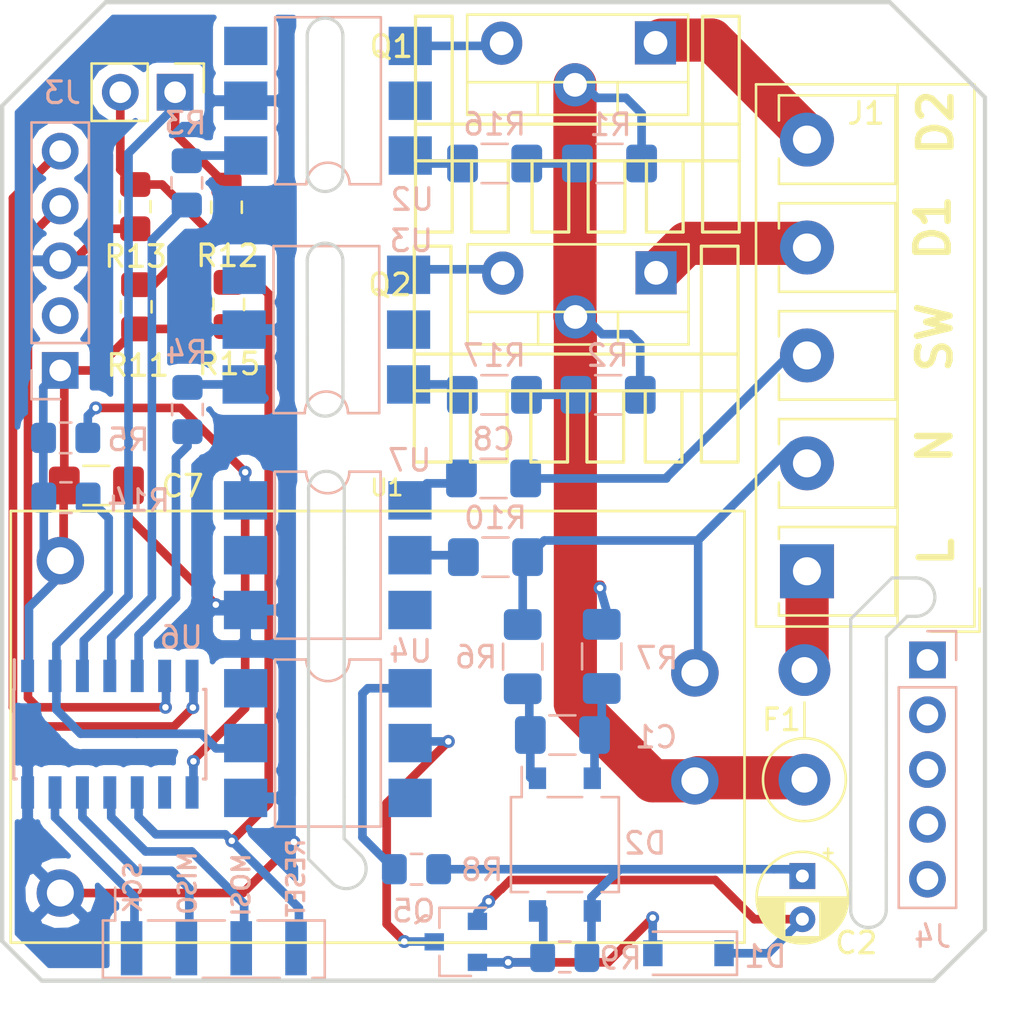
<source format=kicad_pcb>
(kicad_pcb (version 20171130) (host pcbnew 5.1.9)

  (general
    (thickness 1.6)
    (drawings 85)
    (tracks 267)
    (zones 0)
    (modules 40)
    (nets 38)
  )

  (page User 150.012 150.012)
  (title_block
    (title "RS485 Sensor Board")
    (date 2017-02-21)
    (rev V1.2)
    (company "Janco & Jacco")
  )

  (layers
    (0 F.Cu signal)
    (31 B.Cu signal)
    (32 B.Adhes user)
    (33 F.Adhes user)
    (34 B.Paste user hide)
    (35 F.Paste user hide)
    (36 B.SilkS user)
    (37 F.SilkS user)
    (38 B.Mask user)
    (39 F.Mask user)
    (40 Dwgs.User user hide)
    (41 Cmts.User user hide)
    (42 Eco1.User user hide)
    (43 Eco2.User user hide)
    (44 Edge.Cuts user)
    (45 Margin user hide)
    (46 B.CrtYd user)
    (47 F.CrtYd user)
    (48 B.Fab user hide)
    (49 F.Fab user hide)
  )

  (setup
    (last_trace_width 0.4)
    (user_trace_width 0.4)
    (user_trace_width 1)
    (user_trace_width 2)
    (trace_clearance 0.1)
    (zone_clearance 0.508)
    (zone_45_only yes)
    (trace_min 0.4)
    (via_size 0.6)
    (via_drill 0.3)
    (via_min_size 0.4)
    (via_min_drill 0.3)
    (uvia_size 0.3)
    (uvia_drill 0.1)
    (uvias_allowed no)
    (uvia_min_size 0.2)
    (uvia_min_drill 0.1)
    (edge_width 0.15)
    (segment_width 0.2)
    (pcb_text_width 0.3)
    (pcb_text_size 1.5 1.5)
    (mod_edge_width 0.15)
    (mod_text_size 1 1)
    (mod_text_width 0.15)
    (pad_size 2.51 1)
    (pad_drill 0)
    (pad_to_mask_clearance 0.2)
    (solder_mask_min_width 0.25)
    (aux_axis_origin 116.713 49.911)
    (grid_origin 54.483 49.6316)
    (visible_elements FFFDFF7F)
    (pcbplotparams
      (layerselection 0x3f0ff_80000001)
      (usegerberextensions false)
      (usegerberattributes false)
      (usegerberadvancedattributes false)
      (creategerberjobfile false)
      (excludeedgelayer true)
      (linewidth 0.100000)
      (plotframeref false)
      (viasonmask false)
      (mode 1)
      (useauxorigin false)
      (hpglpennumber 1)
      (hpglpenspeed 20)
      (hpglpendiameter 15.000000)
      (psnegative false)
      (psa4output false)
      (plotreference true)
      (plotvalue true)
      (plotinvisibletext false)
      (padsonsilk false)
      (subtractmaskfromsilk false)
      (outputformat 1)
      (mirror false)
      (drillshape 0)
      (scaleselection 1)
      (outputdirectory "outputv4/"))
  )

  (net 0 "")
  (net 1 GND)
  (net 2 "Net-(R1-Pad1)")
  (net 3 +3V3)
  (net 4 LINE)
  (net 5 NEUT)
  (net 6 "Net-(F1-Pad2)")
  (net 7 "Net-(Q1-Pad3)")
  (net 8 "Net-(Q2-Pad3)")
  (net 9 "Net-(R3-Pad2)")
  (net 10 "Net-(R4-Pad2)")
  (net 11 "Net-(C1-Pad1)")
  (net 12 "Net-(C1-Pad2)")
  (net 13 "Net-(C2-Pad1)")
  (net 14 "Net-(C2-Pad2)")
  (net 15 "Net-(D1-Pad2)")
  (net 16 "Net-(Q5-Pad3)")
  (net 17 "Net-(R8-Pad1)")
  (net 18 "Net-(R3-Pad1)")
  (net 19 "Net-(R4-Pad1)")
  (net 20 "Net-(R5-Pad2)")
  (net 21 "Net-(J2-Pad1)")
  (net 22 "Net-(J2-Pad2)")
  (net 23 "Net-(J3-Pad5)")
  (net 24 "Net-(J3-Pad4)")
  (net 25 "Net-(J5-Pad4)")
  (net 26 "Net-(J5-Pad3)")
  (net 27 "Net-(J5-Pad2)")
  (net 28 "Net-(J5-Pad1)")
  (net 29 "Net-(C8-Pad2)")
  (net 30 "Net-(R10-Pad2)")
  (net 31 "Net-(R14-Pad1)")
  (net 32 SW_1_LINE)
  (net 33 "Net-(J1-Pad5)")
  (net 34 "Net-(J1-Pad4)")
  (net 35 "Net-(R17-Pad1)")
  (net 36 "Net-(R16-Pad2)")
  (net 37 "Net-(R17-Pad2)")

  (net_class Default "Dit is de standaard class."
    (clearance 0.1)
    (trace_width 0.4)
    (via_dia 0.6)
    (via_drill 0.3)
    (uvia_dia 0.3)
    (uvia_drill 0.1)
    (diff_pair_width 0.4)
    (diff_pair_gap 0.25)
    (add_net "Net-(C1-Pad1)")
    (add_net "Net-(C1-Pad2)")
    (add_net "Net-(C2-Pad1)")
    (add_net "Net-(C2-Pad2)")
    (add_net "Net-(C8-Pad2)")
    (add_net "Net-(D1-Pad2)")
    (add_net "Net-(F1-Pad2)")
    (add_net "Net-(J1-Pad4)")
    (add_net "Net-(J1-Pad5)")
    (add_net "Net-(J2-Pad1)")
    (add_net "Net-(J2-Pad2)")
    (add_net "Net-(J3-Pad4)")
    (add_net "Net-(J3-Pad5)")
    (add_net "Net-(J5-Pad1)")
    (add_net "Net-(J5-Pad2)")
    (add_net "Net-(J5-Pad3)")
    (add_net "Net-(J5-Pad4)")
    (add_net "Net-(Q1-Pad3)")
    (add_net "Net-(Q2-Pad3)")
    (add_net "Net-(Q5-Pad3)")
    (add_net "Net-(R1-Pad1)")
    (add_net "Net-(R10-Pad2)")
    (add_net "Net-(R14-Pad1)")
    (add_net "Net-(R16-Pad2)")
    (add_net "Net-(R17-Pad1)")
    (add_net "Net-(R17-Pad2)")
    (add_net "Net-(R3-Pad1)")
    (add_net "Net-(R3-Pad2)")
    (add_net "Net-(R4-Pad1)")
    (add_net "Net-(R4-Pad2)")
    (add_net "Net-(R5-Pad2)")
    (add_net "Net-(R8-Pad1)")
    (add_net SW_1_LINE)
  )

  (net_class 230V ""
    (clearance 0.4)
    (trace_width 2)
    (via_dia 0.6)
    (via_drill 0.3)
    (uvia_dia 0.3)
    (uvia_drill 0.1)
    (diff_pair_width 2)
    (diff_pair_gap 0.25)
    (add_net LINE)
    (add_net NEUT)
  )

  (net_class 3.3V ""
    (clearance 0.2)
    (trace_width 0.4)
    (via_dia 0.6)
    (via_drill 0.3)
    (uvia_dia 0.3)
    (uvia_drill 0.1)
    (diff_pair_width 0.4)
    (diff_pair_gap 0.25)
    (add_net +3V3)
    (add_net GND)
  )

  (net_class csp ""
    (clearance 0.2)
    (trace_width 1)
    (via_dia 0.6)
    (via_drill 0.3)
    (uvia_dia 0.3)
    (uvia_drill 0.1)
    (diff_pair_width 1)
    (diff_pair_gap 0.25)
  )

  (module Package_DIP:SMDIP-6_W7.62mm (layer B.Cu) (tedit 5A02E8C5) (tstamp 5C295183)
    (at 43.5864 41.4655)
    (descr "6-lead surface-mounted (SMD) DIP package, row spacing 7.62 mm (300 mils)")
    (tags "SMD DIP DIL PDIP SMDIP 2.54mm 7.62mm 300mil")
    (path /5BFAF2AD)
    (attr smd)
    (fp_text reference U3 (at 3.93954 -4.11734) (layer B.SilkS)
      (effects (font (size 1 1) (thickness 0.15)) (justify mirror))
    )
    (fp_text value MOC3052 (at 0 -4.87) (layer B.Fab)
      (effects (font (size 1 1) (thickness 0.15)) (justify mirror))
    )
    (fp_line (start -2.175 3.81) (end 3.175 3.81) (layer B.Fab) (width 0.1))
    (fp_line (start 3.175 3.81) (end 3.175 -3.81) (layer B.Fab) (width 0.1))
    (fp_line (start 3.175 -3.81) (end -3.175 -3.81) (layer B.Fab) (width 0.1))
    (fp_line (start -3.175 -3.81) (end -3.175 2.81) (layer B.Fab) (width 0.1))
    (fp_line (start -3.175 2.81) (end -2.175 3.81) (layer B.Fab) (width 0.1))
    (fp_line (start -1 3.87) (end -2.45 3.87) (layer B.SilkS) (width 0.12))
    (fp_line (start -2.45 3.87) (end -2.45 -3.87) (layer B.SilkS) (width 0.12))
    (fp_line (start -2.45 -3.87) (end 2.45 -3.87) (layer B.SilkS) (width 0.12))
    (fp_line (start 2.45 -3.87) (end 2.45 3.87) (layer B.SilkS) (width 0.12))
    (fp_line (start 2.45 3.87) (end 1 3.87) (layer B.SilkS) (width 0.12))
    (fp_line (start -5.1 4.1) (end -5.1 -4.1) (layer B.CrtYd) (width 0.05))
    (fp_line (start -5.1 -4.1) (end 5.1 -4.1) (layer B.CrtYd) (width 0.05))
    (fp_line (start 5.1 -4.1) (end 5.1 4.1) (layer B.CrtYd) (width 0.05))
    (fp_line (start 5.1 4.1) (end -5.1 4.1) (layer B.CrtYd) (width 0.05))
    (fp_text user %R (at 0 0) (layer B.Fab)
      (effects (font (size 1 1) (thickness 0.15)) (justify mirror))
    )
    (fp_arc (start 0 3.87) (end -1 3.87) (angle 180) (layer B.SilkS) (width 0.12))
    (pad 6 smd rect (at 3.81 2.54) (size 2 1.78) (layers B.Cu B.Paste B.Mask)
      (net 37 "Net-(R17-Pad2)"))
    (pad 3 smd rect (at -3.81 -2.54) (size 2 1.78) (layers B.Cu B.Paste B.Mask))
    (pad 5 smd rect (at 3.81 0) (size 2 1.78) (layers B.Cu B.Paste B.Mask))
    (pad 2 smd rect (at -3.81 0) (size 2 1.78) (layers B.Cu B.Paste B.Mask)
      (net 1 GND))
    (pad 4 smd rect (at 3.81 -2.54) (size 2 1.78) (layers B.Cu B.Paste B.Mask)
      (net 8 "Net-(Q2-Pad3)"))
    (pad 1 smd rect (at -3.81 2.54) (size 2 1.78) (layers B.Cu B.Paste B.Mask)
      (net 10 "Net-(R4-Pad2)"))
    (model ${KISYS3DMOD}/Package_DIP.3dshapes/SMDIP-6_W7.62mm.wrl
      (at (xyz 0 0 0))
      (scale (xyz 1 1 1))
      (rotate (xyz 0 0 0))
    )
  )

  (module Capacitor_SMD:C_1206_3216Metric_Pad1.42x1.75mm_HandSolder (layer F.Cu) (tedit 5B301BBE) (tstamp 5C2959AB)
    (at 32.9311 48.68672 180)
    (descr "Capacitor SMD 1206 (3216 Metric), square (rectangular) end terminal, IPC_7351 nominal with elongated pad for handsoldering. (Body size source: http://www.tortai-tech.com/upload/download/2011102023233369053.pdf), generated with kicad-footprint-generator")
    (tags "capacitor handsolder")
    (path /5C0C060E)
    (attr smd)
    (fp_text reference C7 (at -3.99288 -0.03048 180) (layer F.SilkS)
      (effects (font (size 1 1) (thickness 0.15)))
    )
    (fp_text value 0.1uf (at 0 1.82 180) (layer F.Fab)
      (effects (font (size 1 1) (thickness 0.15)))
    )
    (fp_line (start 2.45 1.12) (end -2.45 1.12) (layer F.CrtYd) (width 0.05))
    (fp_line (start 2.45 -1.12) (end 2.45 1.12) (layer F.CrtYd) (width 0.05))
    (fp_line (start -2.45 -1.12) (end 2.45 -1.12) (layer F.CrtYd) (width 0.05))
    (fp_line (start -2.45 1.12) (end -2.45 -1.12) (layer F.CrtYd) (width 0.05))
    (fp_line (start -0.602064 0.91) (end 0.602064 0.91) (layer F.SilkS) (width 0.12))
    (fp_line (start -0.602064 -0.91) (end 0.602064 -0.91) (layer F.SilkS) (width 0.12))
    (fp_line (start 1.6 0.8) (end -1.6 0.8) (layer F.Fab) (width 0.1))
    (fp_line (start 1.6 -0.8) (end 1.6 0.8) (layer F.Fab) (width 0.1))
    (fp_line (start -1.6 -0.8) (end 1.6 -0.8) (layer F.Fab) (width 0.1))
    (fp_line (start -1.6 0.8) (end -1.6 -0.8) (layer F.Fab) (width 0.1))
    (fp_text user %R (at 0 0 180) (layer F.Fab)
      (effects (font (size 0.8 0.8) (thickness 0.12)))
    )
    (pad 1 smd roundrect (at -1.4875 0 180) (size 1.425 1.75) (layers F.Cu F.Paste F.Mask) (roundrect_rratio 0.175439)
      (net 1 GND))
    (pad 2 smd roundrect (at 1.4875 0 180) (size 1.425 1.75) (layers F.Cu F.Paste F.Mask) (roundrect_rratio 0.175439)
      (net 3 +3V3))
    (model ${KISYS3DMOD}/Capacitor_SMD.3dshapes/C_1206_3216Metric.wrl
      (at (xyz 0 0 0))
      (scale (xyz 1 1 1))
      (rotate (xyz 0 0 0))
    )
  )

  (module Resistor_SMD:R_1206_3216Metric_Pad1.42x1.75mm_HandSolder (layer B.Cu) (tedit 5B301BBD) (tstamp 5C295CE1)
    (at 52.68468 56.61914 90)
    (descr "Resistor SMD 1206 (3216 Metric), square (rectangular) end terminal, IPC_7351 nominal with elongated pad for handsoldering. (Body size source: http://www.tortai-tech.com/upload/download/2011102023233369053.pdf), generated with kicad-footprint-generator")
    (tags "resistor handsolder")
    (path /5BFB25DA)
    (attr smd)
    (fp_text reference R6 (at -0.02032 -2.16154 180) (layer B.SilkS)
      (effects (font (size 1 1) (thickness 0.15)) (justify mirror))
    )
    (fp_text value 220K (at 0 -1.82 90) (layer B.Fab)
      (effects (font (size 1 1) (thickness 0.15)) (justify mirror))
    )
    (fp_line (start -1.6 -0.8) (end -1.6 0.8) (layer B.Fab) (width 0.1))
    (fp_line (start -1.6 0.8) (end 1.6 0.8) (layer B.Fab) (width 0.1))
    (fp_line (start 1.6 0.8) (end 1.6 -0.8) (layer B.Fab) (width 0.1))
    (fp_line (start 1.6 -0.8) (end -1.6 -0.8) (layer B.Fab) (width 0.1))
    (fp_line (start -0.602064 0.91) (end 0.602064 0.91) (layer B.SilkS) (width 0.12))
    (fp_line (start -0.602064 -0.91) (end 0.602064 -0.91) (layer B.SilkS) (width 0.12))
    (fp_line (start -2.45 -1.12) (end -2.45 1.12) (layer B.CrtYd) (width 0.05))
    (fp_line (start -2.45 1.12) (end 2.45 1.12) (layer B.CrtYd) (width 0.05))
    (fp_line (start 2.45 1.12) (end 2.45 -1.12) (layer B.CrtYd) (width 0.05))
    (fp_line (start 2.45 -1.12) (end -2.45 -1.12) (layer B.CrtYd) (width 0.05))
    (fp_text user %R (at 0 0 90) (layer B.Fab)
      (effects (font (size 0.8 0.8) (thickness 0.12)) (justify mirror))
    )
    (pad 2 smd roundrect (at 1.4875 0 90) (size 1.425 1.75) (layers B.Cu B.Paste B.Mask) (roundrect_rratio 0.175439)
      (net 5 NEUT))
    (pad 1 smd roundrect (at -1.4875 0 90) (size 1.425 1.75) (layers B.Cu B.Paste B.Mask) (roundrect_rratio 0.175439)
      (net 11 "Net-(C1-Pad1)"))
    (model ${KISYS3DMOD}/Resistor_SMD.3dshapes/R_1206_3216Metric.wrl
      (at (xyz 0 0 0))
      (scale (xyz 1 1 1))
      (rotate (xyz 0 0 0))
    )
  )

  (module Package_TO_SOT_SMD:SOT-23 (layer B.Cu) (tedit 5A02FF57) (tstamp 5C2A2FC3)
    (at 49.58588 69.83222 180)
    (descr "SOT-23, Standard")
    (tags SOT-23)
    (path /5C02F97C)
    (attr smd)
    (fp_text reference Q5 (at 1.95072 1.42748 180) (layer B.SilkS)
      (effects (font (size 1 1) (thickness 0.15)) (justify mirror))
    )
    (fp_text value 2N3904 (at 0 -2.5 180) (layer B.Fab)
      (effects (font (size 1 1) (thickness 0.15)) (justify mirror))
    )
    (fp_line (start 0.76 -1.58) (end -0.7 -1.58) (layer B.SilkS) (width 0.12))
    (fp_line (start 0.76 1.58) (end -1.4 1.58) (layer B.SilkS) (width 0.12))
    (fp_line (start -1.7 -1.75) (end -1.7 1.75) (layer B.CrtYd) (width 0.05))
    (fp_line (start 1.7 -1.75) (end -1.7 -1.75) (layer B.CrtYd) (width 0.05))
    (fp_line (start 1.7 1.75) (end 1.7 -1.75) (layer B.CrtYd) (width 0.05))
    (fp_line (start -1.7 1.75) (end 1.7 1.75) (layer B.CrtYd) (width 0.05))
    (fp_line (start 0.76 1.58) (end 0.76 0.65) (layer B.SilkS) (width 0.12))
    (fp_line (start 0.76 -1.58) (end 0.76 -0.65) (layer B.SilkS) (width 0.12))
    (fp_line (start -0.7 -1.52) (end 0.7 -1.52) (layer B.Fab) (width 0.1))
    (fp_line (start 0.7 1.52) (end 0.7 -1.52) (layer B.Fab) (width 0.1))
    (fp_line (start -0.7 0.95) (end -0.15 1.52) (layer B.Fab) (width 0.1))
    (fp_line (start -0.15 1.52) (end 0.7 1.52) (layer B.Fab) (width 0.1))
    (fp_line (start -0.7 0.95) (end -0.7 -1.5) (layer B.Fab) (width 0.1))
    (fp_text user %R (at 0 0 90) (layer B.Fab)
      (effects (font (size 0.5 0.5) (thickness 0.075)) (justify mirror))
    )
    (pad 1 smd rect (at -1 0.95 180) (size 0.9 0.8) (layers B.Cu B.Paste B.Mask)
      (net 14 "Net-(C2-Pad2)"))
    (pad 2 smd rect (at -1 -0.95 180) (size 0.9 0.8) (layers B.Cu B.Paste B.Mask)
      (net 15 "Net-(D1-Pad2)"))
    (pad 3 smd rect (at 1 0 180) (size 0.9 0.8) (layers B.Cu B.Paste B.Mask)
      (net 16 "Net-(Q5-Pad3)"))
    (model ${KISYS3DMOD}/Package_TO_SOT_SMD.3dshapes/SOT-23.wrl
      (at (xyz 0 0 0))
      (scale (xyz 1 1 1))
      (rotate (xyz 0 0 0))
    )
  )

  (module Resistor_SMD:R_1206_3216Metric_Pad1.42x1.75mm_HandSolder (layer B.Cu) (tedit 5C28FAFF) (tstamp 5C295201)
    (at 51.3715 44.4881 180)
    (descr "Resistor SMD 1206 (3216 Metric), square (rectangular) end terminal, IPC_7351 nominal with elongated pad for handsoldering. (Body size source: http://www.tortai-tech.com/upload/download/2011102023233369053.pdf), generated with kicad-footprint-generator")
    (tags "resistor handsolder")
    (path /5C2A28B1)
    (attr smd)
    (fp_text reference R17 (at 0 1.82 180) (layer B.SilkS)
      (effects (font (size 1 1) (thickness 0.15)) (justify mirror))
    )
    (fp_text value 360 (at 0 -1.82 180) (layer B.Fab)
      (effects (font (size 1 1) (thickness 0.15)) (justify mirror))
    )
    (fp_line (start 2.45 -1.12) (end -2.45 -1.12) (layer B.CrtYd) (width 0.05))
    (fp_line (start 2.45 1.12) (end 2.45 -1.12) (layer B.CrtYd) (width 0.05))
    (fp_line (start -2.45 1.12) (end 2.45 1.12) (layer B.CrtYd) (width 0.05))
    (fp_line (start -2.45 -1.12) (end -2.45 1.12) (layer B.CrtYd) (width 0.05))
    (fp_line (start -0.602064 -0.91) (end 0.602064 -0.91) (layer B.SilkS) (width 0.12))
    (fp_line (start -0.602064 0.91) (end 0.602064 0.91) (layer B.SilkS) (width 0.12))
    (fp_line (start 1.6 -0.8) (end -1.6 -0.8) (layer B.Fab) (width 0.1))
    (fp_line (start 1.6 0.8) (end 1.6 -0.8) (layer B.Fab) (width 0.1))
    (fp_line (start -1.6 0.8) (end 1.6 0.8) (layer B.Fab) (width 0.1))
    (fp_line (start -1.6 -0.8) (end -1.6 0.8) (layer B.Fab) (width 0.1))
    (fp_text user %R (at 0 0 180) (layer B.Fab)
      (effects (font (size 0.8 0.8) (thickness 0.12)) (justify mirror))
    )
    (pad 1 smd roundrect (at -1.4875 0 180) (size 1.425 1.75) (layers B.Cu B.Paste B.Mask) (roundrect_rratio 0.175439)
      (net 35 "Net-(R17-Pad1)"))
    (pad 2 smd roundrect (at 1.4875 0 180) (size 1.425 1.75) (layers B.Cu B.Paste B.Mask) (roundrect_rratio 0.175439)
      (net 37 "Net-(R17-Pad2)"))
    (model ${KISYS3DMOD}/Resistor_SMD.3dshapes/R_1206_3216Metric.wrl
      (at (xyz 0 0 0))
      (scale (xyz 1 1 1))
      (rotate (xyz 0 0 0))
    )
  )

  (module Resistor_SMD:R_0805_2012Metric_Pad1.15x1.40mm_HandSolder (layer B.Cu) (tedit 5B36C52B) (tstamp 5C29590F)
    (at 37.11956 34.66846 90)
    (descr "Resistor SMD 0805 (2012 Metric), square (rectangular) end terminal, IPC_7351 nominal with elongated pad for handsoldering. (Body size source: https://docs.google.com/spreadsheets/d/1BsfQQcO9C6DZCsRaXUlFlo91Tg2WpOkGARC1WS5S8t0/edit?usp=sharing), generated with kicad-footprint-generator")
    (tags "resistor handsolder")
    (path /5BFAEEBD)
    (attr smd)
    (fp_text reference R3 (at 2.7686 -0.0635 180) (layer B.SilkS)
      (effects (font (size 1 1) (thickness 0.15)) (justify mirror))
    )
    (fp_text value 100 (at 0 -1.65 90) (layer B.Fab)
      (effects (font (size 1 1) (thickness 0.15)) (justify mirror))
    )
    (fp_line (start 1.85 -0.95) (end -1.85 -0.95) (layer B.CrtYd) (width 0.05))
    (fp_line (start 1.85 0.95) (end 1.85 -0.95) (layer B.CrtYd) (width 0.05))
    (fp_line (start -1.85 0.95) (end 1.85 0.95) (layer B.CrtYd) (width 0.05))
    (fp_line (start -1.85 -0.95) (end -1.85 0.95) (layer B.CrtYd) (width 0.05))
    (fp_line (start -0.261252 -0.71) (end 0.261252 -0.71) (layer B.SilkS) (width 0.12))
    (fp_line (start -0.261252 0.71) (end 0.261252 0.71) (layer B.SilkS) (width 0.12))
    (fp_line (start 1 -0.6) (end -1 -0.6) (layer B.Fab) (width 0.1))
    (fp_line (start 1 0.6) (end 1 -0.6) (layer B.Fab) (width 0.1))
    (fp_line (start -1 0.6) (end 1 0.6) (layer B.Fab) (width 0.1))
    (fp_line (start -1 -0.6) (end -1 0.6) (layer B.Fab) (width 0.1))
    (fp_text user %R (at 0 0 90) (layer B.Fab)
      (effects (font (size 0.5 0.5) (thickness 0.08)) (justify mirror))
    )
    (pad 1 smd roundrect (at -1.025 0 90) (size 1.15 1.4) (layers B.Cu B.Paste B.Mask) (roundrect_rratio 0.217391)
      (net 18 "Net-(R3-Pad1)"))
    (pad 2 smd roundrect (at 1.025 0 90) (size 1.15 1.4) (layers B.Cu B.Paste B.Mask) (roundrect_rratio 0.217391)
      (net 9 "Net-(R3-Pad2)"))
    (model ${KISYS3DMOD}/Resistor_SMD.3dshapes/R_0805_2012Metric.wrl
      (at (xyz 0 0 0))
      (scale (xyz 1 1 1))
      (rotate (xyz 0 0 0))
    )
  )

  (module Capacitor_SMD:C_1206_3216Metric_Pad1.42x1.75mm_HandSolder (layer B.Cu) (tedit 5B301BBE) (tstamp 5C29504B)
    (at 51.3334 48.3616 180)
    (descr "Capacitor SMD 1206 (3216 Metric), square (rectangular) end terminal, IPC_7351 nominal with elongated pad for handsoldering. (Body size source: http://www.tortai-tech.com/upload/download/2011102023233369053.pdf), generated with kicad-footprint-generator")
    (tags "capacitor handsolder")
    (path /5C2061AB)
    (attr smd)
    (fp_text reference C8 (at 0 1.82 180) (layer B.SilkS)
      (effects (font (size 1 1) (thickness 0.15)) (justify mirror))
    )
    (fp_text value 100nF (at 0 -1.82 180) (layer B.Fab)
      (effects (font (size 1 1) (thickness 0.15)) (justify mirror))
    )
    (fp_line (start -1.6 -0.8) (end -1.6 0.8) (layer B.Fab) (width 0.1))
    (fp_line (start -1.6 0.8) (end 1.6 0.8) (layer B.Fab) (width 0.1))
    (fp_line (start 1.6 0.8) (end 1.6 -0.8) (layer B.Fab) (width 0.1))
    (fp_line (start 1.6 -0.8) (end -1.6 -0.8) (layer B.Fab) (width 0.1))
    (fp_line (start -0.602064 0.91) (end 0.602064 0.91) (layer B.SilkS) (width 0.12))
    (fp_line (start -0.602064 -0.91) (end 0.602064 -0.91) (layer B.SilkS) (width 0.12))
    (fp_line (start -2.45 -1.12) (end -2.45 1.12) (layer B.CrtYd) (width 0.05))
    (fp_line (start -2.45 1.12) (end 2.45 1.12) (layer B.CrtYd) (width 0.05))
    (fp_line (start 2.45 1.12) (end 2.45 -1.12) (layer B.CrtYd) (width 0.05))
    (fp_line (start 2.45 -1.12) (end -2.45 -1.12) (layer B.CrtYd) (width 0.05))
    (fp_text user %R (at 0 0 180) (layer B.Fab)
      (effects (font (size 0.8 0.8) (thickness 0.12)) (justify mirror))
    )
    (pad 2 smd roundrect (at 1.4875 0 180) (size 1.425 1.75) (layers B.Cu B.Paste B.Mask) (roundrect_rratio 0.175439)
      (net 29 "Net-(C8-Pad2)"))
    (pad 1 smd roundrect (at -1.4875 0 180) (size 1.425 1.75) (layers B.Cu B.Paste B.Mask) (roundrect_rratio 0.175439)
      (net 32 SW_1_LINE))
    (model ${KISYS3DMOD}/Capacitor_SMD.3dshapes/C_1206_3216Metric.wrl
      (at (xyz 0 0 0))
      (scale (xyz 1 1 1))
      (rotate (xyz 0 0 0))
    )
  )

  (module Connector_PinHeader_2.54mm:PinHeader_1x04_P2.54mm_Vertical_SMD_Pin1Left locked (layer B.Cu) (tedit 5C1E66EF) (tstamp 5C294FEF)
    (at 38.37178 70.17258 270)
    (descr "surface-mounted straight pin header, 1x04, 2.54mm pitch, single row, style 1 (pin 1 left)")
    (tags "Surface mounted pin header SMD 1x04 2.54mm single row style1 pin1 left")
    (path /5C1BB761)
    (attr smd)
    (fp_text reference J5 (at 0 6.14 270) (layer B.SilkS) hide
      (effects (font (size 1 1) (thickness 0.15)) (justify mirror))
    )
    (fp_text value "Programm header" (at 0 -6.14 270) (layer B.Fab)
      (effects (font (size 1 1) (thickness 0.15)) (justify mirror))
    )
    (fp_line (start 1.27 -5.08) (end -1.27 -5.08) (layer B.Fab) (width 0.1))
    (fp_line (start -0.32 5.08) (end 1.27 5.08) (layer B.Fab) (width 0.1))
    (fp_line (start -1.27 -5.08) (end -1.27 4.13) (layer B.Fab) (width 0.1))
    (fp_line (start -1.27 4.13) (end -0.32 5.08) (layer B.Fab) (width 0.1))
    (fp_line (start 1.27 5.08) (end 1.27 -5.08) (layer B.Fab) (width 0.1))
    (fp_line (start -1.27 4.13) (end -2.54 4.13) (layer B.Fab) (width 0.1))
    (fp_line (start -2.54 4.13) (end -2.54 3.49) (layer B.Fab) (width 0.1))
    (fp_line (start -2.54 3.49) (end -1.27 3.49) (layer B.Fab) (width 0.1))
    (fp_line (start -1.27 -0.95) (end -2.54 -0.95) (layer B.Fab) (width 0.1))
    (fp_line (start -2.54 -0.95) (end -2.54 -1.59) (layer B.Fab) (width 0.1))
    (fp_line (start -2.54 -1.59) (end -1.27 -1.59) (layer B.Fab) (width 0.1))
    (fp_line (start 1.27 1.59) (end 2.54 1.59) (layer B.Fab) (width 0.1))
    (fp_line (start 2.54 1.59) (end 2.54 0.95) (layer B.Fab) (width 0.1))
    (fp_line (start 2.54 0.95) (end 1.27 0.95) (layer B.Fab) (width 0.1))
    (fp_line (start 1.27 -3.49) (end 2.54 -3.49) (layer B.Fab) (width 0.1))
    (fp_line (start 2.54 -3.49) (end 2.54 -4.13) (layer B.Fab) (width 0.1))
    (fp_line (start 2.54 -4.13) (end 1.27 -4.13) (layer B.Fab) (width 0.1))
    (fp_line (start -1.33 5.14) (end 1.33 5.14) (layer B.SilkS) (width 0.12))
    (fp_line (start -1.33 -5.14) (end 1.33 -5.14) (layer B.SilkS) (width 0.12))
    (fp_line (start 1.33 5.14) (end 1.33 2.03) (layer B.SilkS) (width 0.12))
    (fp_line (start -1.33 4.57) (end -2.85 4.57) (layer B.SilkS) (width 0.12))
    (fp_line (start -1.33 5.14) (end -1.33 4.57) (layer B.SilkS) (width 0.12))
    (fp_line (start 1.33 -4.57) (end 1.33 -5.14) (layer B.SilkS) (width 0.12))
    (fp_line (start 1.33 0.51) (end 1.33 -3.05) (layer B.SilkS) (width 0.12))
    (fp_line (start -1.33 3.05) (end -1.33 -0.51) (layer B.SilkS) (width 0.12))
    (fp_line (start -1.33 -2.03) (end -1.33 -5.14) (layer B.SilkS) (width 0.12))
    (fp_line (start -3.45 5.6) (end -3.45 -5.6) (layer B.CrtYd) (width 0.05))
    (fp_line (start -3.45 -5.6) (end 3.45 -5.6) (layer B.CrtYd) (width 0.05))
    (fp_line (start 3.45 -5.6) (end 3.45 5.6) (layer B.CrtYd) (width 0.05))
    (fp_line (start 3.45 5.6) (end -3.45 5.6) (layer B.CrtYd) (width 0.05))
    (fp_text user %R (at 0 0 180) (layer B.Fab)
      (effects (font (size 1 1) (thickness 0.15)) (justify mirror))
    )
    (pad 4 smd rect (at -0.0436 -3.81 270) (size 2.51 1) (layers B.Cu B.Paste B.Mask)
      (net 25 "Net-(J5-Pad4)"))
    (pad 2 smd rect (at -0.0436 1.27 270) (size 2.51 1) (layers B.Cu B.Paste B.Mask)
      (net 27 "Net-(J5-Pad2)"))
    (pad 3 smd rect (at -0.0436 -1.27 270) (size 2.51 1) (layers B.Cu B.Paste B.Mask)
      (net 26 "Net-(J5-Pad3)"))
    (pad 1 smd rect (at -0.0436 3.81 270) (size 2.51 1) (layers B.Cu B.Paste B.Mask)
      (net 28 "Net-(J5-Pad1)"))
  )

  (module Resistor_SMD:R_1206_3216Metric_Pad1.42x1.75mm_HandSolder (layer B.Cu) (tedit 5B301BBD) (tstamp 5C295C78)
    (at 56.642 44.4881)
    (descr "Resistor SMD 1206 (3216 Metric), square (rectangular) end terminal, IPC_7351 nominal with elongated pad for handsoldering. (Body size source: http://www.tortai-tech.com/upload/download/2011102023233369053.pdf), generated with kicad-footprint-generator")
    (tags "resistor handsolder")
    (path /5BFAF2A6)
    (attr smd)
    (fp_text reference R2 (at -0.0254 -1.82372) (layer B.SilkS)
      (effects (font (size 1 1) (thickness 0.15)) (justify mirror))
    )
    (fp_text value 360 (at 0 -1.82) (layer B.Fab)
      (effects (font (size 1 1) (thickness 0.15)) (justify mirror))
    )
    (fp_line (start -1.6 -0.8) (end -1.6 0.8) (layer B.Fab) (width 0.1))
    (fp_line (start -1.6 0.8) (end 1.6 0.8) (layer B.Fab) (width 0.1))
    (fp_line (start 1.6 0.8) (end 1.6 -0.8) (layer B.Fab) (width 0.1))
    (fp_line (start 1.6 -0.8) (end -1.6 -0.8) (layer B.Fab) (width 0.1))
    (fp_line (start -0.602064 0.91) (end 0.602064 0.91) (layer B.SilkS) (width 0.12))
    (fp_line (start -0.602064 -0.91) (end 0.602064 -0.91) (layer B.SilkS) (width 0.12))
    (fp_line (start -2.45 -1.12) (end -2.45 1.12) (layer B.CrtYd) (width 0.05))
    (fp_line (start -2.45 1.12) (end 2.45 1.12) (layer B.CrtYd) (width 0.05))
    (fp_line (start 2.45 1.12) (end 2.45 -1.12) (layer B.CrtYd) (width 0.05))
    (fp_line (start 2.45 -1.12) (end -2.45 -1.12) (layer B.CrtYd) (width 0.05))
    (fp_text user %R (at 0 0) (layer B.Fab)
      (effects (font (size 0.8 0.8) (thickness 0.12)) (justify mirror))
    )
    (pad 2 smd roundrect (at 1.4875 0) (size 1.425 1.75) (layers B.Cu B.Paste B.Mask) (roundrect_rratio 0.175439)
      (net 4 LINE))
    (pad 1 smd roundrect (at -1.4875 0) (size 1.425 1.75) (layers B.Cu B.Paste B.Mask) (roundrect_rratio 0.175439)
      (net 35 "Net-(R17-Pad1)"))
    (model ${KISYS3DMOD}/Resistor_SMD.3dshapes/R_1206_3216Metric.wrl
      (at (xyz 0 0 0))
      (scale (xyz 1 1 1))
      (rotate (xyz 0 0 0))
    )
  )

  (module Resistor_SMD:R_1206_3216Metric_Pad1.42x1.75mm_HandSolder (layer B.Cu) (tedit 5C28FAF8) (tstamp 5C295CA8)
    (at 51.3842 33.7693 180)
    (descr "Resistor SMD 1206 (3216 Metric), square (rectangular) end terminal, IPC_7351 nominal with elongated pad for handsoldering. (Body size source: http://www.tortai-tech.com/upload/download/2011102023233369053.pdf), generated with kicad-footprint-generator")
    (tags "resistor handsolder")
    (path /5C29A664)
    (attr smd)
    (fp_text reference R16 (at 0 1.82 180) (layer B.SilkS)
      (effects (font (size 1 1) (thickness 0.15)) (justify mirror))
    )
    (fp_text value 180 (at 0 -1.82 180) (layer B.Fab)
      (effects (font (size 1 1) (thickness 0.15)) (justify mirror))
    )
    (fp_line (start -1.6 -0.8) (end -1.6 0.8) (layer B.Fab) (width 0.1))
    (fp_line (start -1.6 0.8) (end 1.6 0.8) (layer B.Fab) (width 0.1))
    (fp_line (start 1.6 0.8) (end 1.6 -0.8) (layer B.Fab) (width 0.1))
    (fp_line (start 1.6 -0.8) (end -1.6 -0.8) (layer B.Fab) (width 0.1))
    (fp_line (start -0.602064 0.91) (end 0.602064 0.91) (layer B.SilkS) (width 0.12))
    (fp_line (start -0.602064 -0.91) (end 0.602064 -0.91) (layer B.SilkS) (width 0.12))
    (fp_line (start -2.45 -1.12) (end -2.45 1.12) (layer B.CrtYd) (width 0.05))
    (fp_line (start -2.45 1.12) (end 2.45 1.12) (layer B.CrtYd) (width 0.05))
    (fp_line (start 2.45 1.12) (end 2.45 -1.12) (layer B.CrtYd) (width 0.05))
    (fp_line (start 2.45 -1.12) (end -2.45 -1.12) (layer B.CrtYd) (width 0.05))
    (fp_text user %R (at 0 0 180) (layer B.Fab)
      (effects (font (size 0.8 0.8) (thickness 0.12)) (justify mirror))
    )
    (pad 2 smd roundrect (at 1.4875 0 180) (size 1.425 1.75) (layers B.Cu B.Paste B.Mask) (roundrect_rratio 0.175439)
      (net 36 "Net-(R16-Pad2)"))
    (pad 1 smd roundrect (at -1.4875 0 180) (size 1.425 1.75) (layers B.Cu B.Paste B.Mask) (roundrect_rratio 0.175439)
      (net 2 "Net-(R1-Pad1)"))
    (model ${KISYS3DMOD}/Resistor_SMD.3dshapes/R_1206_3216Metric.wrl
      (at (xyz 0 0 0))
      (scale (xyz 1 1 1))
      (rotate (xyz 0 0 0))
    )
  )

  (module Resistor_SMD:R_1206_3216Metric_Pad1.42x1.75mm_HandSolder (layer B.Cu) (tedit 5B301BBD) (tstamp 5C295D11)
    (at 56.7055 33.7693)
    (descr "Resistor SMD 1206 (3216 Metric), square (rectangular) end terminal, IPC_7351 nominal with elongated pad for handsoldering. (Body size source: http://www.tortai-tech.com/upload/download/2011102023233369053.pdf), generated with kicad-footprint-generator")
    (tags "resistor handsolder")
    (path /5BFAE8F2)
    (attr smd)
    (fp_text reference R1 (at 0.04572 -1.79324) (layer B.SilkS)
      (effects (font (size 1 1) (thickness 0.15)) (justify mirror))
    )
    (fp_text value 180 (at 0 -1.82) (layer B.Fab)
      (effects (font (size 1 1) (thickness 0.15)) (justify mirror))
    )
    (fp_line (start -1.6 -0.8) (end -1.6 0.8) (layer B.Fab) (width 0.1))
    (fp_line (start -1.6 0.8) (end 1.6 0.8) (layer B.Fab) (width 0.1))
    (fp_line (start 1.6 0.8) (end 1.6 -0.8) (layer B.Fab) (width 0.1))
    (fp_line (start 1.6 -0.8) (end -1.6 -0.8) (layer B.Fab) (width 0.1))
    (fp_line (start -0.602064 0.91) (end 0.602064 0.91) (layer B.SilkS) (width 0.12))
    (fp_line (start -0.602064 -0.91) (end 0.602064 -0.91) (layer B.SilkS) (width 0.12))
    (fp_line (start -2.45 -1.12) (end -2.45 1.12) (layer B.CrtYd) (width 0.05))
    (fp_line (start -2.45 1.12) (end 2.45 1.12) (layer B.CrtYd) (width 0.05))
    (fp_line (start 2.45 1.12) (end 2.45 -1.12) (layer B.CrtYd) (width 0.05))
    (fp_line (start 2.45 -1.12) (end -2.45 -1.12) (layer B.CrtYd) (width 0.05))
    (fp_text user %R (at 0 0) (layer B.Fab)
      (effects (font (size 0.8 0.8) (thickness 0.12)) (justify mirror))
    )
    (pad 2 smd roundrect (at 1.4875 0) (size 1.425 1.75) (layers B.Cu B.Paste B.Mask) (roundrect_rratio 0.175439)
      (net 4 LINE))
    (pad 1 smd roundrect (at -1.4875 0) (size 1.425 1.75) (layers B.Cu B.Paste B.Mask) (roundrect_rratio 0.175439)
      (net 2 "Net-(R1-Pad1)"))
    (model ${KISYS3DMOD}/Resistor_SMD.3dshapes/R_1206_3216Metric.wrl
      (at (xyz 0 0 0))
      (scale (xyz 1 1 1))
      (rotate (xyz 0 0 0))
    )
  )

  (module Resistor_SMD:R_1206_3216Metric_Pad1.42x1.75mm_HandSolder (layer B.Cu) (tedit 5B301BBD) (tstamp 5C29593F)
    (at 51.4223 52.0065 180)
    (descr "Resistor SMD 1206 (3216 Metric), square (rectangular) end terminal, IPC_7351 nominal with elongated pad for handsoldering. (Body size source: http://www.tortai-tech.com/upload/download/2011102023233369053.pdf), generated with kicad-footprint-generator")
    (tags "resistor handsolder")
    (path /5C210EBE)
    (attr smd)
    (fp_text reference R10 (at 0 1.82 180) (layer B.SilkS)
      (effects (font (size 1 1) (thickness 0.15)) (justify mirror))
    )
    (fp_text value 1K (at 0 -1.82 180) (layer B.Fab)
      (effects (font (size 1 1) (thickness 0.15)) (justify mirror))
    )
    (fp_line (start -1.6 -0.8) (end -1.6 0.8) (layer B.Fab) (width 0.1))
    (fp_line (start -1.6 0.8) (end 1.6 0.8) (layer B.Fab) (width 0.1))
    (fp_line (start 1.6 0.8) (end 1.6 -0.8) (layer B.Fab) (width 0.1))
    (fp_line (start 1.6 -0.8) (end -1.6 -0.8) (layer B.Fab) (width 0.1))
    (fp_line (start -0.602064 0.91) (end 0.602064 0.91) (layer B.SilkS) (width 0.12))
    (fp_line (start -0.602064 -0.91) (end 0.602064 -0.91) (layer B.SilkS) (width 0.12))
    (fp_line (start -2.45 -1.12) (end -2.45 1.12) (layer B.CrtYd) (width 0.05))
    (fp_line (start -2.45 1.12) (end 2.45 1.12) (layer B.CrtYd) (width 0.05))
    (fp_line (start 2.45 1.12) (end 2.45 -1.12) (layer B.CrtYd) (width 0.05))
    (fp_line (start 2.45 -1.12) (end -2.45 -1.12) (layer B.CrtYd) (width 0.05))
    (fp_text user %R (at 0 0 180) (layer B.Fab)
      (effects (font (size 0.8 0.8) (thickness 0.12)) (justify mirror))
    )
    (pad 2 smd roundrect (at 1.4875 0 180) (size 1.425 1.75) (layers B.Cu B.Paste B.Mask) (roundrect_rratio 0.175439)
      (net 30 "Net-(R10-Pad2)"))
    (pad 1 smd roundrect (at -1.4875 0 180) (size 1.425 1.75) (layers B.Cu B.Paste B.Mask) (roundrect_rratio 0.175439)
      (net 5 NEUT))
    (model ${KISYS3DMOD}/Resistor_SMD.3dshapes/R_1206_3216Metric.wrl
      (at (xyz 0 0 0))
      (scale (xyz 1 1 1))
      (rotate (xyz 0 0 0))
    )
  )

  (module Resistor_SMD:R_1206_3216Metric_Pad1.42x1.75mm_HandSolder (layer B.Cu) (tedit 5B301BBD) (tstamp 5C2A89E1)
    (at 56.34482 56.60644 90)
    (descr "Resistor SMD 1206 (3216 Metric), square (rectangular) end terminal, IPC_7351 nominal with elongated pad for handsoldering. (Body size source: http://www.tortai-tech.com/upload/download/2011102023233369053.pdf), generated with kicad-footprint-generator")
    (tags "resistor handsolder")
    (path /5C0267BE)
    (attr smd)
    (fp_text reference R7 (at -0.07874 2.56794 180) (layer B.SilkS)
      (effects (font (size 1 1) (thickness 0.15)) (justify mirror))
    )
    (fp_text value 220K (at 0 -1.82 90) (layer B.Fab)
      (effects (font (size 1 1) (thickness 0.15)) (justify mirror))
    )
    (fp_line (start -1.6 -0.8) (end -1.6 0.8) (layer B.Fab) (width 0.1))
    (fp_line (start -1.6 0.8) (end 1.6 0.8) (layer B.Fab) (width 0.1))
    (fp_line (start 1.6 0.8) (end 1.6 -0.8) (layer B.Fab) (width 0.1))
    (fp_line (start 1.6 -0.8) (end -1.6 -0.8) (layer B.Fab) (width 0.1))
    (fp_line (start -0.602064 0.91) (end 0.602064 0.91) (layer B.SilkS) (width 0.12))
    (fp_line (start -0.602064 -0.91) (end 0.602064 -0.91) (layer B.SilkS) (width 0.12))
    (fp_line (start -2.45 -1.12) (end -2.45 1.12) (layer B.CrtYd) (width 0.05))
    (fp_line (start -2.45 1.12) (end 2.45 1.12) (layer B.CrtYd) (width 0.05))
    (fp_line (start 2.45 1.12) (end 2.45 -1.12) (layer B.CrtYd) (width 0.05))
    (fp_line (start 2.45 -1.12) (end -2.45 -1.12) (layer B.CrtYd) (width 0.05))
    (fp_text user %R (at 0 0 90) (layer B.Fab)
      (effects (font (size 0.8 0.8) (thickness 0.12)) (justify mirror))
    )
    (pad 2 smd roundrect (at 1.4875 0 90) (size 1.425 1.75) (layers B.Cu B.Paste B.Mask) (roundrect_rratio 0.175439)
      (net 4 LINE))
    (pad 1 smd roundrect (at -1.4875 0 90) (size 1.425 1.75) (layers B.Cu B.Paste B.Mask) (roundrect_rratio 0.175439)
      (net 12 "Net-(C1-Pad2)"))
    (model ${KISYS3DMOD}/Resistor_SMD.3dshapes/R_1206_3216Metric.wrl
      (at (xyz 0 0 0))
      (scale (xyz 1 1 1))
      (rotate (xyz 0 0 0))
    )
  )

  (module Resistor_SMD:R_0805_2012Metric_Pad1.15x1.40mm_HandSolder (layer B.Cu) (tedit 5B36C52B) (tstamp 5C2955AC)
    (at 31.5087 46.482 180)
    (descr "Resistor SMD 0805 (2012 Metric), square (rectangular) end terminal, IPC_7351 nominal with elongated pad for handsoldering. (Body size source: https://docs.google.com/spreadsheets/d/1BsfQQcO9C6DZCsRaXUlFlo91Tg2WpOkGARC1WS5S8t0/edit?usp=sharing), generated with kicad-footprint-generator")
    (tags "resistor handsolder")
    (path /5C217343)
    (attr smd)
    (fp_text reference R14 (at -3.3782 -2.90322 180) (layer B.SilkS)
      (effects (font (size 1 1) (thickness 0.15)) (justify mirror))
    )
    (fp_text value 10K (at 0 -1.65 180) (layer B.Fab)
      (effects (font (size 1 1) (thickness 0.15)) (justify mirror))
    )
    (fp_line (start 1.85 -0.95) (end -1.85 -0.95) (layer B.CrtYd) (width 0.05))
    (fp_line (start 1.85 0.95) (end 1.85 -0.95) (layer B.CrtYd) (width 0.05))
    (fp_line (start -1.85 0.95) (end 1.85 0.95) (layer B.CrtYd) (width 0.05))
    (fp_line (start -1.85 -0.95) (end -1.85 0.95) (layer B.CrtYd) (width 0.05))
    (fp_line (start -0.261252 -0.71) (end 0.261252 -0.71) (layer B.SilkS) (width 0.12))
    (fp_line (start -0.261252 0.71) (end 0.261252 0.71) (layer B.SilkS) (width 0.12))
    (fp_line (start 1 -0.6) (end -1 -0.6) (layer B.Fab) (width 0.1))
    (fp_line (start 1 0.6) (end 1 -0.6) (layer B.Fab) (width 0.1))
    (fp_line (start -1 0.6) (end 1 0.6) (layer B.Fab) (width 0.1))
    (fp_line (start -1 -0.6) (end -1 0.6) (layer B.Fab) (width 0.1))
    (fp_text user %R (at 0 0 180) (layer B.Fab)
      (effects (font (size 0.5 0.5) (thickness 0.08)) (justify mirror))
    )
    (pad 1 smd roundrect (at -1.025 0 180) (size 1.15 1.4) (layers B.Cu B.Paste B.Mask) (roundrect_rratio 0.217391)
      (net 31 "Net-(R14-Pad1)"))
    (pad 2 smd roundrect (at 1.025 0 180) (size 1.15 1.4) (layers B.Cu B.Paste B.Mask) (roundrect_rratio 0.217391)
      (net 3 +3V3))
    (model ${KISYS3DMOD}/Resistor_SMD.3dshapes/R_0805_2012Metric.wrl
      (at (xyz 0 0 0))
      (scale (xyz 1 1 1))
      (rotate (xyz 0 0 0))
    )
  )

  (module Resistor_SMD:R_0805_2012Metric_Pad1.15x1.40mm_HandSolder (layer B.Cu) (tedit 5B36C52B) (tstamp 5C294EDD)
    (at 47.76216 66.46672)
    (descr "Resistor SMD 0805 (2012 Metric), square (rectangular) end terminal, IPC_7351 nominal with elongated pad for handsoldering. (Body size source: https://docs.google.com/spreadsheets/d/1BsfQQcO9C6DZCsRaXUlFlo91Tg2WpOkGARC1WS5S8t0/edit?usp=sharing), generated with kicad-footprint-generator")
    (tags "resistor handsolder")
    (path /5C0327C4)
    (attr smd)
    (fp_text reference R8 (at 3.04292 0.02794) (layer B.SilkS)
      (effects (font (size 1 1) (thickness 0.15)) (justify mirror))
    )
    (fp_text value 1K (at 0 -1.65) (layer B.Fab)
      (effects (font (size 1 1) (thickness 0.15)) (justify mirror))
    )
    (fp_line (start 1.85 -0.95) (end -1.85 -0.95) (layer B.CrtYd) (width 0.05))
    (fp_line (start 1.85 0.95) (end 1.85 -0.95) (layer B.CrtYd) (width 0.05))
    (fp_line (start -1.85 0.95) (end 1.85 0.95) (layer B.CrtYd) (width 0.05))
    (fp_line (start -1.85 -0.95) (end -1.85 0.95) (layer B.CrtYd) (width 0.05))
    (fp_line (start -0.261252 -0.71) (end 0.261252 -0.71) (layer B.SilkS) (width 0.12))
    (fp_line (start -0.261252 0.71) (end 0.261252 0.71) (layer B.SilkS) (width 0.12))
    (fp_line (start 1 -0.6) (end -1 -0.6) (layer B.Fab) (width 0.1))
    (fp_line (start 1 0.6) (end 1 -0.6) (layer B.Fab) (width 0.1))
    (fp_line (start -1 0.6) (end 1 0.6) (layer B.Fab) (width 0.1))
    (fp_line (start -1 -0.6) (end -1 0.6) (layer B.Fab) (width 0.1))
    (fp_text user %R (at 0 0) (layer B.Fab)
      (effects (font (size 0.5 0.5) (thickness 0.08)) (justify mirror))
    )
    (pad 1 smd roundrect (at -1.025 0) (size 1.15 1.4) (layers B.Cu B.Paste B.Mask) (roundrect_rratio 0.217391)
      (net 17 "Net-(R8-Pad1)"))
    (pad 2 smd roundrect (at 1.025 0) (size 1.15 1.4) (layers B.Cu B.Paste B.Mask) (roundrect_rratio 0.217391)
      (net 13 "Net-(C2-Pad1)"))
    (model ${KISYS3DMOD}/Resistor_SMD.3dshapes/R_0805_2012Metric.wrl
      (at (xyz 0 0 0))
      (scale (xyz 1 1 1))
      (rotate (xyz 0 0 0))
    )
  )

  (module Resistor_THT:R_Axial_DIN0411_L9.9mm_D3.6mm_P5.08mm_Vertical (layer F.Cu) (tedit 5AE5139B) (tstamp 5C29514E)
    (at 65.73774 62.3189 90)
    (descr "Resistor, Axial_DIN0411 series, Axial, Vertical, pin pitch=5.08mm, 1W, length*diameter=9.9*3.6mm^2")
    (tags "Resistor Axial_DIN0411 series Axial Vertical pin pitch 5.08mm 1W length 9.9mm diameter 3.6mm")
    (path /5BFAD7F9)
    (fp_text reference F1 (at 2.77368 -1.06172 180) (layer F.SilkS)
      (effects (font (size 1 1) (thickness 0.15)))
    )
    (fp_text value "Glass fuse 10mm 4A" (at 2.54 2.92 90) (layer F.Fab)
      (effects (font (size 1 1) (thickness 0.15)))
    )
    (fp_circle (center 0 0) (end 1.8 0) (layer F.Fab) (width 0.1))
    (fp_circle (center 0 0) (end 1.92 0) (layer F.SilkS) (width 0.12))
    (fp_line (start 0 0) (end 5.08 0) (layer F.Fab) (width 0.1))
    (fp_line (start 1.92 0) (end 3.58 0) (layer F.SilkS) (width 0.12))
    (fp_line (start -2.05 -2.05) (end -2.05 2.05) (layer F.CrtYd) (width 0.05))
    (fp_line (start -2.05 2.05) (end 6.53 2.05) (layer F.CrtYd) (width 0.05))
    (fp_line (start 6.53 2.05) (end 6.53 -2.05) (layer F.CrtYd) (width 0.05))
    (fp_line (start 6.53 -2.05) (end -2.05 -2.05) (layer F.CrtYd) (width 0.05))
    (fp_text user %R (at 2.54 -2.92 90) (layer F.Fab)
      (effects (font (size 1 1) (thickness 0.15)))
    )
    (pad 2 thru_hole oval (at 5.08 0 90) (size 2.4 2.4) (drill 1.2) (layers *.Cu *.Mask)
      (net 6 "Net-(F1-Pad2)"))
    (pad 1 thru_hole circle (at 0 0 90) (size 2.4 2.4) (drill 1.2) (layers *.Cu *.Mask)
      (net 4 LINE))
    (model ${KISYS3DMOD}/Resistor_THT.3dshapes/R_Axial_DIN0411_L9.9mm_D3.6mm_P5.08mm_Vertical.wrl
      (at (xyz 0 0 0))
      (scale (xyz 1 1 1))
      (rotate (xyz 0 0 0))
    )
  )

  (module TerminalBlock_RND:TerminalBlock_RND_205-00279_1x05_P5.00mm_Vertical (layer F.Cu) (tedit 5B294ECF) (tstamp 5C2A71A2)
    (at 65.85458 52.66182 90)
    (descr "terminal block RND 205-00081, vertical (cable from top), 5 pins, pitch 5mm, size 25x10mm^2, drill diamater 1.3mm, pad diameter 2.5mm, see http://cdn-reichelt.de/documents/datenblatt/C151/RND_205-00276_DB_EN.pdf, script-generated with , script-generated using https://github.com/pointhi/kicad-footprint-generator/scripts/TerminalBlock_RND")
    (tags "THT terminal block RND 205-00081 vertical pitch 5mm size 25x10mm^2 drill 1.3mm pad 2.5mm")
    (path /5C1C3908)
    (fp_text reference J1 (at 21.21408 2.74066 180) (layer F.SilkS)
      (effects (font (size 1 1) (thickness 0.15)))
    )
    (fp_text value Screw_Terminal_01x05 (at 10 8.76 90) (layer F.Fab)
      (effects (font (size 1 1) (thickness 0.15)))
    )
    (fp_line (start -2.5 -2.3) (end 22.5 -2.3) (layer F.Fab) (width 0.1))
    (fp_line (start 22.5 -2.3) (end 22.5 7.7) (layer F.Fab) (width 0.1))
    (fp_line (start 22.5 7.7) (end -0.5 7.7) (layer F.Fab) (width 0.1))
    (fp_line (start -0.5 7.7) (end -2.5 5.7) (layer F.Fab) (width 0.1))
    (fp_line (start -2.5 5.7) (end -2.5 -2.3) (layer F.Fab) (width 0.1))
    (fp_line (start -2.5 4.2) (end 22.5 4.2) (layer F.Fab) (width 0.1))
    (fp_line (start -2.56 4.2) (end 22.56 4.2) (layer F.SilkS) (width 0.12))
    (fp_line (start -2.56 -2.36) (end 22.56 -2.36) (layer F.SilkS) (width 0.12))
    (fp_line (start -2.56 7.76) (end 22.56 7.76) (layer F.SilkS) (width 0.12))
    (fp_line (start -2.56 -2.36) (end -2.56 7.76) (layer F.SilkS) (width 0.12))
    (fp_line (start 22.56 -2.36) (end 22.56 7.76) (layer F.SilkS) (width 0.12))
    (fp_line (start -2.05 -1.3) (end -1.49 -1.3) (layer F.SilkS) (width 0.12))
    (fp_line (start 1.49 -1.3) (end 2.05 -1.3) (layer F.SilkS) (width 0.12))
    (fp_line (start -2.05 4.1) (end 2.05 4.1) (layer F.SilkS) (width 0.12))
    (fp_line (start -2.05 -1.3) (end -2.05 4.1) (layer F.SilkS) (width 0.12))
    (fp_line (start 2.05 -1.3) (end 2.05 4.1) (layer F.SilkS) (width 0.12))
    (fp_line (start -2.05 -1.3) (end -2.05 4.1) (layer F.Fab) (width 0.1))
    (fp_line (start -2.05 4.1) (end 2.05 4.1) (layer F.Fab) (width 0.1))
    (fp_line (start 2.05 4.1) (end 2.05 -1.3) (layer F.Fab) (width 0.1))
    (fp_line (start 2.05 -1.3) (end -2.05 -1.3) (layer F.Fab) (width 0.1))
    (fp_line (start 2.95 -1.3) (end 4.117 -1.3) (layer F.SilkS) (width 0.12))
    (fp_line (start 5.884 -1.3) (end 7.05 -1.3) (layer F.SilkS) (width 0.12))
    (fp_line (start 2.95 4.1) (end 7.05 4.1) (layer F.SilkS) (width 0.12))
    (fp_line (start 2.95 -1.3) (end 2.95 4.1) (layer F.SilkS) (width 0.12))
    (fp_line (start 7.05 -1.3) (end 7.05 4.1) (layer F.SilkS) (width 0.12))
    (fp_line (start 2.95 -1.3) (end 2.95 4.1) (layer F.Fab) (width 0.1))
    (fp_line (start 2.95 4.1) (end 7.05 4.1) (layer F.Fab) (width 0.1))
    (fp_line (start 7.05 4.1) (end 7.05 -1.3) (layer F.Fab) (width 0.1))
    (fp_line (start 7.05 -1.3) (end 2.95 -1.3) (layer F.Fab) (width 0.1))
    (fp_line (start 7.95 -1.3) (end 9.117 -1.3) (layer F.SilkS) (width 0.12))
    (fp_line (start 10.884 -1.3) (end 12.05 -1.3) (layer F.SilkS) (width 0.12))
    (fp_line (start 7.95 4.1) (end 12.05 4.1) (layer F.SilkS) (width 0.12))
    (fp_line (start 7.95 -1.3) (end 7.95 4.1) (layer F.SilkS) (width 0.12))
    (fp_line (start 12.05 -1.3) (end 12.05 4.1) (layer F.SilkS) (width 0.12))
    (fp_line (start 7.95 -1.3) (end 7.95 4.1) (layer F.Fab) (width 0.1))
    (fp_line (start 7.95 4.1) (end 12.05 4.1) (layer F.Fab) (width 0.1))
    (fp_line (start 12.05 4.1) (end 12.05 -1.3) (layer F.Fab) (width 0.1))
    (fp_line (start 12.05 -1.3) (end 7.95 -1.3) (layer F.Fab) (width 0.1))
    (fp_line (start 12.95 -1.3) (end 14.117 -1.3) (layer F.SilkS) (width 0.12))
    (fp_line (start 15.884 -1.3) (end 17.05 -1.3) (layer F.SilkS) (width 0.12))
    (fp_line (start 12.95 4.1) (end 17.05 4.1) (layer F.SilkS) (width 0.12))
    (fp_line (start 12.95 -1.3) (end 12.95 4.1) (layer F.SilkS) (width 0.12))
    (fp_line (start 17.05 -1.3) (end 17.05 4.1) (layer F.SilkS) (width 0.12))
    (fp_line (start 12.95 -1.3) (end 12.95 4.1) (layer F.Fab) (width 0.1))
    (fp_line (start 12.95 4.1) (end 17.05 4.1) (layer F.Fab) (width 0.1))
    (fp_line (start 17.05 4.1) (end 17.05 -1.3) (layer F.Fab) (width 0.1))
    (fp_line (start 17.05 -1.3) (end 12.95 -1.3) (layer F.Fab) (width 0.1))
    (fp_line (start 17.95 -1.3) (end 19.117 -1.3) (layer F.SilkS) (width 0.12))
    (fp_line (start 20.884 -1.3) (end 22.05 -1.3) (layer F.SilkS) (width 0.12))
    (fp_line (start 17.95 4.1) (end 22.05 4.1) (layer F.SilkS) (width 0.12))
    (fp_line (start 17.95 -1.3) (end 17.95 4.1) (layer F.SilkS) (width 0.12))
    (fp_line (start 22.05 -1.3) (end 22.05 4.1) (layer F.SilkS) (width 0.12))
    (fp_line (start 17.95 -1.3) (end 17.95 4.1) (layer F.Fab) (width 0.1))
    (fp_line (start 17.95 4.1) (end 22.05 4.1) (layer F.Fab) (width 0.1))
    (fp_line (start 22.05 4.1) (end 22.05 -1.3) (layer F.Fab) (width 0.1))
    (fp_line (start 22.05 -1.3) (end 17.95 -1.3) (layer F.Fab) (width 0.1))
    (fp_line (start -2.8 5.76) (end -2.8 8) (layer F.SilkS) (width 0.12))
    (fp_line (start -2.8 8) (end -0.8 8) (layer F.SilkS) (width 0.12))
    (fp_line (start -3 -2.8) (end -3 8.2) (layer F.CrtYd) (width 0.05))
    (fp_line (start -3 8.2) (end 23 8.2) (layer F.CrtYd) (width 0.05))
    (fp_line (start 23 8.2) (end 23 -2.8) (layer F.CrtYd) (width 0.05))
    (fp_line (start 23 -2.8) (end -3 -2.8) (layer F.CrtYd) (width 0.05))
    (fp_text user %R (at 10 5.7 90) (layer F.Fab)
      (effects (font (size 1 1) (thickness 0.15)))
    )
    (pad 5 thru_hole circle (at 20 0 90) (size 2.5 2.5) (drill 1.3) (layers *.Cu *.Mask)
      (net 33 "Net-(J1-Pad5)"))
    (pad 4 thru_hole circle (at 15 0 90) (size 2.5 2.5) (drill 1.3) (layers *.Cu *.Mask)
      (net 34 "Net-(J1-Pad4)"))
    (pad 3 thru_hole circle (at 10 0 90) (size 2.5 2.5) (drill 1.3) (layers *.Cu *.Mask)
      (net 32 SW_1_LINE))
    (pad 2 thru_hole circle (at 5 0 90) (size 2.5 2.5) (drill 1.3) (layers *.Cu *.Mask)
      (net 5 NEUT))
    (pad 1 thru_hole rect (at 0 0 90) (size 2.5 2.5) (drill 1.3) (layers *.Cu *.Mask)
      (net 6 "Net-(F1-Pad2)"))
    (model ${KISYS3DMOD}/TerminalBlock_RND.3dshapes/TerminalBlock_RND_205-00279_1x05_P5.00mm_Vertical.wrl
      (at (xyz 0 0 0))
      (scale (xyz 1 1 1))
      (rotate (xyz 0 0 0))
    )
  )

  (module sensorboard_library:TO-220-heatsink locked (layer F.Cu) (tedit 5C02D628) (tstamp 5C29530A)
    (at 55.16118 42.60088)
    (attr virtual)
    (fp_text reference REF** (at 0.2 -1.8) (layer F.SilkS) hide
      (effects (font (size 1 1) (thickness 0.15)))
    )
    (fp_text value TO-220-heatsink (at 0 -3.81) (layer F.Fab)
      (effects (font (size 1 1) (thickness 0.15)))
    )
    (fp_line (start -2.1 5) (end -0.4 5) (layer F.SilkS) (width 0.15))
    (fp_line (start -2.1 1.7) (end -2.1 5) (layer F.SilkS) (width 0.15))
    (fp_line (start -0.4 5) (end -0.4 1.7) (layer F.SilkS) (width 0.15))
    (fp_line (start 4.9 5) (end 4.9 1.7) (layer F.SilkS) (width 0.15))
    (fp_line (start 3.2 1.7) (end 3.2 5) (layer F.SilkS) (width 0.15))
    (fp_line (start 3.2 5) (end 4.9 5) (layer F.SilkS) (width 0.15))
    (fp_line (start 2.2 5) (end 2.2 1.7) (layer F.SilkS) (width 0.15))
    (fp_line (start 0.5 1.7) (end 0.5 5) (layer F.SilkS) (width 0.15))
    (fp_line (start 0.5 5) (end 2.2 5) (layer F.SilkS) (width 0.15))
    (fp_line (start -3.2 5) (end -3.2 1.7) (layer F.SilkS) (width 0.15))
    (fp_line (start -4.9 5) (end -3.2 5) (layer F.SilkS) (width 0.15))
    (fp_line (start -4.9 1.7) (end -4.9 5) (layer F.SilkS) (width 0.15))
    (fp_line (start 7.5 5) (end 7.5 1.7) (layer F.SilkS) (width 0.15))
    (fp_line (start 5.8 5) (end 7.5 5) (layer F.SilkS) (width 0.15))
    (fp_line (start 5.8 1.7) (end 5.8 5) (layer F.SilkS) (width 0.15))
    (fp_line (start -5.8 5) (end -5.8 0.9) (layer F.SilkS) (width 0.15))
    (fp_line (start -7.5 5) (end -5.8 5) (layer F.SilkS) (width 0.15))
    (fp_line (start -7.5 0) (end -7.5 5) (layer F.SilkS) (width 0.15))
    (fp_line (start -5.8 1.7) (end 5.9 1.7) (layer F.SilkS) (width 0.15))
    (fp_line (start 5.8 1.7) (end 5.8 0) (layer F.SilkS) (width 0.15))
    (fp_line (start 7.5 1.7) (end 5.8 1.7) (layer F.SilkS) (width 0.15))
    (fp_line (start 7.5 0) (end 7.5 1.7) (layer F.SilkS) (width 0.15))
    (fp_line (start -5.8 1.7) (end -5.8 -0.1) (layer F.SilkS) (width 0.15))
    (fp_line (start -7.5 1.7) (end -5.8 1.7) (layer F.SilkS) (width 0.15))
    (fp_line (start -7.5 0) (end -7.5 1.7) (layer F.SilkS) (width 0.15))
    (fp_line (start -5.8 -5) (end -5.8 0) (layer F.SilkS) (width 0.15))
    (fp_line (start -7.5 -5) (end -5.8 -5) (layer F.SilkS) (width 0.15))
    (fp_line (start -7.5 0) (end -7.5 -5) (layer F.SilkS) (width 0.15))
    (fp_line (start 5.8 -5) (end 5.8 0) (layer F.SilkS) (width 0.15))
    (fp_line (start 7.5 -5) (end 5.8 -5) (layer F.SilkS) (width 0.15))
    (fp_line (start 7.5 0) (end 7.5 -5) (layer F.SilkS) (width 0.15))
    (fp_line (start 7.5 0) (end -7.5 0) (layer F.SilkS) (width 0.15))
  )

  (module Diode_SMD:D_SOD-123 (layer B.Cu) (tedit 58645DC7) (tstamp 5C2956E0)
    (at 60.3631 70.36054 180)
    (descr SOD-123)
    (tags SOD-123)
    (path /5C00D522)
    (attr smd)
    (fp_text reference D1 (at -3.56108 -0.14986 180) (layer B.SilkS)
      (effects (font (size 1 1) (thickness 0.15)) (justify mirror))
    )
    (fp_text value 1N4148 (at 0 -2.1 180) (layer B.Fab)
      (effects (font (size 1 1) (thickness 0.15)) (justify mirror))
    )
    (fp_line (start -2.25 1) (end -2.25 -1) (layer B.SilkS) (width 0.12))
    (fp_line (start 0.25 0) (end 0.75 0) (layer B.Fab) (width 0.1))
    (fp_line (start 0.25 -0.4) (end -0.35 0) (layer B.Fab) (width 0.1))
    (fp_line (start 0.25 0.4) (end 0.25 -0.4) (layer B.Fab) (width 0.1))
    (fp_line (start -0.35 0) (end 0.25 0.4) (layer B.Fab) (width 0.1))
    (fp_line (start -0.35 0) (end -0.35 -0.55) (layer B.Fab) (width 0.1))
    (fp_line (start -0.35 0) (end -0.35 0.55) (layer B.Fab) (width 0.1))
    (fp_line (start -0.75 0) (end -0.35 0) (layer B.Fab) (width 0.1))
    (fp_line (start -1.4 -0.9) (end -1.4 0.9) (layer B.Fab) (width 0.1))
    (fp_line (start 1.4 -0.9) (end -1.4 -0.9) (layer B.Fab) (width 0.1))
    (fp_line (start 1.4 0.9) (end 1.4 -0.9) (layer B.Fab) (width 0.1))
    (fp_line (start -1.4 0.9) (end 1.4 0.9) (layer B.Fab) (width 0.1))
    (fp_line (start -2.35 1.15) (end 2.35 1.15) (layer B.CrtYd) (width 0.05))
    (fp_line (start 2.35 1.15) (end 2.35 -1.15) (layer B.CrtYd) (width 0.05))
    (fp_line (start 2.35 -1.15) (end -2.35 -1.15) (layer B.CrtYd) (width 0.05))
    (fp_line (start -2.35 1.15) (end -2.35 -1.15) (layer B.CrtYd) (width 0.05))
    (fp_line (start -2.25 -1) (end 1.65 -1) (layer B.SilkS) (width 0.12))
    (fp_line (start -2.25 1) (end 1.65 1) (layer B.SilkS) (width 0.12))
    (fp_text user %R (at 0 2 180) (layer B.Fab)
      (effects (font (size 1 1) (thickness 0.15)) (justify mirror))
    )
    (pad 2 smd rect (at 1.65 0 180) (size 0.9 1.2) (layers B.Cu B.Paste B.Mask)
      (net 15 "Net-(D1-Pad2)"))
    (pad 1 smd rect (at -1.65 0 180) (size 0.9 1.2) (layers B.Cu B.Paste B.Mask)
      (net 14 "Net-(C2-Pad2)"))
    (model ${KISYS3DMOD}/Diode_SMD.3dshapes/D_SOD-123.wrl
      (at (xyz 0 0 0))
      (scale (xyz 1 1 1))
      (rotate (xyz 0 0 0))
    )
  )

  (module sensorboard_library:TO-220-heatsink locked (layer F.Cu) (tedit 5C02D628) (tstamp 5C295820)
    (at 55.21706 31.94558)
    (attr virtual)
    (fp_text reference REF** (at 0.2 -1.8) (layer F.SilkS) hide
      (effects (font (size 1 1) (thickness 0.15)))
    )
    (fp_text value TO-220-heatsink (at 0 -3.81) (layer F.Fab)
      (effects (font (size 1 1) (thickness 0.15)))
    )
    (fp_line (start -2.1 5) (end -0.4 5) (layer F.SilkS) (width 0.15))
    (fp_line (start -2.1 1.7) (end -2.1 5) (layer F.SilkS) (width 0.15))
    (fp_line (start -0.4 5) (end -0.4 1.7) (layer F.SilkS) (width 0.15))
    (fp_line (start 4.9 5) (end 4.9 1.7) (layer F.SilkS) (width 0.15))
    (fp_line (start 3.2 1.7) (end 3.2 5) (layer F.SilkS) (width 0.15))
    (fp_line (start 3.2 5) (end 4.9 5) (layer F.SilkS) (width 0.15))
    (fp_line (start 2.2 5) (end 2.2 1.7) (layer F.SilkS) (width 0.15))
    (fp_line (start 0.5 1.7) (end 0.5 5) (layer F.SilkS) (width 0.15))
    (fp_line (start 0.5 5) (end 2.2 5) (layer F.SilkS) (width 0.15))
    (fp_line (start -3.2 5) (end -3.2 1.7) (layer F.SilkS) (width 0.15))
    (fp_line (start -4.9 5) (end -3.2 5) (layer F.SilkS) (width 0.15))
    (fp_line (start -4.9 1.7) (end -4.9 5) (layer F.SilkS) (width 0.15))
    (fp_line (start 7.5 5) (end 7.5 1.7) (layer F.SilkS) (width 0.15))
    (fp_line (start 5.8 5) (end 7.5 5) (layer F.SilkS) (width 0.15))
    (fp_line (start 5.8 1.7) (end 5.8 5) (layer F.SilkS) (width 0.15))
    (fp_line (start -5.8 5) (end -5.8 0.9) (layer F.SilkS) (width 0.15))
    (fp_line (start -7.5 5) (end -5.8 5) (layer F.SilkS) (width 0.15))
    (fp_line (start -7.5 0) (end -7.5 5) (layer F.SilkS) (width 0.15))
    (fp_line (start -5.8 1.7) (end 5.9 1.7) (layer F.SilkS) (width 0.15))
    (fp_line (start 5.8 1.7) (end 5.8 0) (layer F.SilkS) (width 0.15))
    (fp_line (start 7.5 1.7) (end 5.8 1.7) (layer F.SilkS) (width 0.15))
    (fp_line (start 7.5 0) (end 7.5 1.7) (layer F.SilkS) (width 0.15))
    (fp_line (start -5.8 1.7) (end -5.8 -0.1) (layer F.SilkS) (width 0.15))
    (fp_line (start -7.5 1.7) (end -5.8 1.7) (layer F.SilkS) (width 0.15))
    (fp_line (start -7.5 0) (end -7.5 1.7) (layer F.SilkS) (width 0.15))
    (fp_line (start -5.8 -5) (end -5.8 0) (layer F.SilkS) (width 0.15))
    (fp_line (start -7.5 -5) (end -5.8 -5) (layer F.SilkS) (width 0.15))
    (fp_line (start -7.5 0) (end -7.5 -5) (layer F.SilkS) (width 0.15))
    (fp_line (start 5.8 -5) (end 5.8 0) (layer F.SilkS) (width 0.15))
    (fp_line (start 7.5 -5) (end 5.8 -5) (layer F.SilkS) (width 0.15))
    (fp_line (start 7.5 0) (end 7.5 -5) (layer F.SilkS) (width 0.15))
    (fp_line (start 7.5 0) (end -7.5 0) (layer F.SilkS) (width 0.15))
  )

  (module Package_DIP:SMDIP-6_W7.62mm (layer B.Cu) (tedit 5A02E8C5) (tstamp 5C2A739D)
    (at 43.6626 30.861)
    (descr "6-lead surface-mounted (SMD) DIP package, row spacing 7.62 mm (300 mils)")
    (tags "SMD DIP DIL PDIP SMDIP 2.54mm 7.62mm 300mil")
    (path /5BFAEA80)
    (attr smd)
    (fp_text reference U2 (at 3.90398 4.57454) (layer B.SilkS)
      (effects (font (size 1 1) (thickness 0.15)) (justify mirror))
    )
    (fp_text value MOC3052 (at 0 -4.87) (layer B.Fab)
      (effects (font (size 1 1) (thickness 0.15)) (justify mirror))
    )
    (fp_line (start -2.175 3.81) (end 3.175 3.81) (layer B.Fab) (width 0.1))
    (fp_line (start 3.175 3.81) (end 3.175 -3.81) (layer B.Fab) (width 0.1))
    (fp_line (start 3.175 -3.81) (end -3.175 -3.81) (layer B.Fab) (width 0.1))
    (fp_line (start -3.175 -3.81) (end -3.175 2.81) (layer B.Fab) (width 0.1))
    (fp_line (start -3.175 2.81) (end -2.175 3.81) (layer B.Fab) (width 0.1))
    (fp_line (start -1 3.87) (end -2.45 3.87) (layer B.SilkS) (width 0.12))
    (fp_line (start -2.45 3.87) (end -2.45 -3.87) (layer B.SilkS) (width 0.12))
    (fp_line (start -2.45 -3.87) (end 2.45 -3.87) (layer B.SilkS) (width 0.12))
    (fp_line (start 2.45 -3.87) (end 2.45 3.87) (layer B.SilkS) (width 0.12))
    (fp_line (start 2.45 3.87) (end 1 3.87) (layer B.SilkS) (width 0.12))
    (fp_line (start -5.1 4.1) (end -5.1 -4.1) (layer B.CrtYd) (width 0.05))
    (fp_line (start -5.1 -4.1) (end 5.1 -4.1) (layer B.CrtYd) (width 0.05))
    (fp_line (start 5.1 -4.1) (end 5.1 4.1) (layer B.CrtYd) (width 0.05))
    (fp_line (start 5.1 4.1) (end -5.1 4.1) (layer B.CrtYd) (width 0.05))
    (fp_text user %R (at 0 0) (layer B.Fab)
      (effects (font (size 1 1) (thickness 0.15)) (justify mirror))
    )
    (fp_arc (start 0 3.87) (end -1 3.87) (angle 180) (layer B.SilkS) (width 0.12))
    (pad 6 smd rect (at 3.81 2.54) (size 2 1.78) (layers B.Cu B.Paste B.Mask)
      (net 36 "Net-(R16-Pad2)"))
    (pad 3 smd rect (at -3.81 -2.54) (size 2 1.78) (layers B.Cu B.Paste B.Mask))
    (pad 5 smd rect (at 3.81 0) (size 2 1.78) (layers B.Cu B.Paste B.Mask))
    (pad 2 smd rect (at -3.81 0) (size 2 1.78) (layers B.Cu B.Paste B.Mask)
      (net 1 GND))
    (pad 4 smd rect (at 3.81 -2.54) (size 2 1.78) (layers B.Cu B.Paste B.Mask)
      (net 7 "Net-(Q1-Pad3)"))
    (pad 1 smd rect (at -3.81 2.54) (size 2 1.78) (layers B.Cu B.Paste B.Mask)
      (net 9 "Net-(R3-Pad2)"))
    (model ${KISYS3DMOD}/Package_DIP.3dshapes/SMDIP-6_W7.62mm.wrl
      (at (xyz 0 0 0))
      (scale (xyz 1 1 1))
      (rotate (xyz 0 0 0))
    )
  )

  (module Package_DIP:SMDIP-6_W7.62mm (layer B.Cu) (tedit 5A02E8C5) (tstamp 5C294F46)
    (at 43.65752 60.62218 180)
    (descr "6-lead surface-mounted (SMD) DIP package, row spacing 7.62 mm (300 mils)")
    (tags "SMD DIP DIL PDIP SMDIP 2.54mm 7.62mm 300mil")
    (path /5C058852)
    (attr smd)
    (fp_text reference U4 (at -3.83032 4.24942) (layer B.SilkS)
      (effects (font (size 1 1) (thickness 0.15)) (justify mirror))
    )
    (fp_text value 4N35 (at 0 -4.87 180) (layer B.Fab)
      (effects (font (size 1 1) (thickness 0.15)) (justify mirror))
    )
    (fp_line (start -2.175 3.81) (end 3.175 3.81) (layer B.Fab) (width 0.1))
    (fp_line (start 3.175 3.81) (end 3.175 -3.81) (layer B.Fab) (width 0.1))
    (fp_line (start 3.175 -3.81) (end -3.175 -3.81) (layer B.Fab) (width 0.1))
    (fp_line (start -3.175 -3.81) (end -3.175 2.81) (layer B.Fab) (width 0.1))
    (fp_line (start -3.175 2.81) (end -2.175 3.81) (layer B.Fab) (width 0.1))
    (fp_line (start -1 3.87) (end -2.45 3.87) (layer B.SilkS) (width 0.12))
    (fp_line (start -2.45 3.87) (end -2.45 -3.87) (layer B.SilkS) (width 0.12))
    (fp_line (start -2.45 -3.87) (end 2.45 -3.87) (layer B.SilkS) (width 0.12))
    (fp_line (start 2.45 -3.87) (end 2.45 3.87) (layer B.SilkS) (width 0.12))
    (fp_line (start 2.45 3.87) (end 1 3.87) (layer B.SilkS) (width 0.12))
    (fp_line (start -5.1 4.1) (end -5.1 -4.1) (layer B.CrtYd) (width 0.05))
    (fp_line (start -5.1 -4.1) (end 5.1 -4.1) (layer B.CrtYd) (width 0.05))
    (fp_line (start 5.1 -4.1) (end 5.1 4.1) (layer B.CrtYd) (width 0.05))
    (fp_line (start 5.1 4.1) (end -5.1 4.1) (layer B.CrtYd) (width 0.05))
    (fp_text user %R (at 0 0 180) (layer B.Fab)
      (effects (font (size 1 1) (thickness 0.15)) (justify mirror))
    )
    (fp_arc (start 0 3.87) (end -1 3.87) (angle 180) (layer B.SilkS) (width 0.12))
    (pad 6 smd rect (at 3.81 2.54 180) (size 2 1.78) (layers B.Cu B.Paste B.Mask))
    (pad 3 smd rect (at -3.81 -2.54 180) (size 2 1.78) (layers B.Cu B.Paste B.Mask))
    (pad 5 smd rect (at 3.81 0 180) (size 2 1.78) (layers B.Cu B.Paste B.Mask)
      (net 20 "Net-(R5-Pad2)"))
    (pad 2 smd rect (at -3.81 0 180) (size 2 1.78) (layers B.Cu B.Paste B.Mask)
      (net 16 "Net-(Q5-Pad3)"))
    (pad 4 smd rect (at 3.81 -2.54 180) (size 2 1.78) (layers B.Cu B.Paste B.Mask)
      (net 1 GND))
    (pad 1 smd rect (at -3.81 2.54 180) (size 2 1.78) (layers B.Cu B.Paste B.Mask)
      (net 17 "Net-(R8-Pad1)"))
    (model ${KISYS3DMOD}/Package_DIP.3dshapes/SMDIP-6_W7.62mm.wrl
      (at (xyz 0 0 0))
      (scale (xyz 1 1 1))
      (rotate (xyz 0 0 0))
    )
  )

  (module Resistor_SMD:R_0805_2012Metric_Pad1.15x1.40mm_HandSolder (layer B.Cu) (tedit 5B36C52B) (tstamp 5C2A33F5)
    (at 37.15004 45.16882 90)
    (descr "Resistor SMD 0805 (2012 Metric), square (rectangular) end terminal, IPC_7351 nominal with elongated pad for handsoldering. (Body size source: https://docs.google.com/spreadsheets/d/1BsfQQcO9C6DZCsRaXUlFlo91Tg2WpOkGARC1WS5S8t0/edit?usp=sharing), generated with kicad-footprint-generator")
    (tags "resistor handsolder")
    (path /5BFAF2C7)
    (attr smd)
    (fp_text reference R4 (at 2.65684 -0.0381 180) (layer B.SilkS)
      (effects (font (size 1 1) (thickness 0.15)) (justify mirror))
    )
    (fp_text value 100 (at 0 -1.65 90) (layer B.Fab)
      (effects (font (size 1 1) (thickness 0.15)) (justify mirror))
    )
    (fp_line (start -1 -0.6) (end -1 0.6) (layer B.Fab) (width 0.1))
    (fp_line (start -1 0.6) (end 1 0.6) (layer B.Fab) (width 0.1))
    (fp_line (start 1 0.6) (end 1 -0.6) (layer B.Fab) (width 0.1))
    (fp_line (start 1 -0.6) (end -1 -0.6) (layer B.Fab) (width 0.1))
    (fp_line (start -0.261252 0.71) (end 0.261252 0.71) (layer B.SilkS) (width 0.12))
    (fp_line (start -0.261252 -0.71) (end 0.261252 -0.71) (layer B.SilkS) (width 0.12))
    (fp_line (start -1.85 -0.95) (end -1.85 0.95) (layer B.CrtYd) (width 0.05))
    (fp_line (start -1.85 0.95) (end 1.85 0.95) (layer B.CrtYd) (width 0.05))
    (fp_line (start 1.85 0.95) (end 1.85 -0.95) (layer B.CrtYd) (width 0.05))
    (fp_line (start 1.85 -0.95) (end -1.85 -0.95) (layer B.CrtYd) (width 0.05))
    (fp_text user %R (at 0 0 90) (layer B.Fab)
      (effects (font (size 0.5 0.5) (thickness 0.08)) (justify mirror))
    )
    (pad 2 smd roundrect (at 1.025 0 90) (size 1.15 1.4) (layers B.Cu B.Paste B.Mask) (roundrect_rratio 0.217391)
      (net 10 "Net-(R4-Pad2)"))
    (pad 1 smd roundrect (at -1.025 0 90) (size 1.15 1.4) (layers B.Cu B.Paste B.Mask) (roundrect_rratio 0.217391)
      (net 19 "Net-(R4-Pad1)"))
    (model ${KISYS3DMOD}/Resistor_SMD.3dshapes/R_0805_2012Metric.wrl
      (at (xyz 0 0 0))
      (scale (xyz 1 1 1))
      (rotate (xyz 0 0 0))
    )
  )

  (module Connector_PinHeader_2.54mm:PinHeader_1x02_P2.54mm_Vertical (layer F.Cu) (tedit 5C1F5E28) (tstamp 5C29EA8D)
    (at 36.57854 30.4673 270)
    (descr "Through hole straight pin header, 1x02, 2.54mm pitch, single row")
    (tags "Through hole pin header THT 1x02 2.54mm single row")
    (path /5C0A8FE2)
    (fp_text reference J2 (at 0 -2.33 270) (layer F.SilkS) hide
      (effects (font (size 1 1) (thickness 0.15)))
    )
    (fp_text value "Conn_01x02_Male ZMCT" (at 0 4.87 270) (layer F.Fab)
      (effects (font (size 1 1) (thickness 0.15)))
    )
    (fp_line (start -0.635 -1.27) (end 1.27 -1.27) (layer F.Fab) (width 0.1))
    (fp_line (start 1.27 -1.27) (end 1.27 3.81) (layer F.Fab) (width 0.1))
    (fp_line (start 1.27 3.81) (end -1.27 3.81) (layer F.Fab) (width 0.1))
    (fp_line (start -1.27 3.81) (end -1.27 -0.635) (layer F.Fab) (width 0.1))
    (fp_line (start -1.27 -0.635) (end -0.635 -1.27) (layer F.Fab) (width 0.1))
    (fp_line (start -1.33 3.87) (end 1.33 3.87) (layer F.SilkS) (width 0.12))
    (fp_line (start -1.33 1.27) (end -1.33 3.87) (layer F.SilkS) (width 0.12))
    (fp_line (start 1.33 1.27) (end 1.33 3.87) (layer F.SilkS) (width 0.12))
    (fp_line (start -1.33 1.27) (end 1.33 1.27) (layer F.SilkS) (width 0.12))
    (fp_line (start -1.33 0) (end -1.33 -1.33) (layer F.SilkS) (width 0.12))
    (fp_line (start -1.33 -1.33) (end 0 -1.33) (layer F.SilkS) (width 0.12))
    (fp_line (start -1.8 -1.8) (end -1.8 4.35) (layer F.CrtYd) (width 0.05))
    (fp_line (start -1.8 4.35) (end 1.8 4.35) (layer F.CrtYd) (width 0.05))
    (fp_line (start 1.8 4.35) (end 1.8 -1.8) (layer F.CrtYd) (width 0.05))
    (fp_line (start 1.8 -1.8) (end -1.8 -1.8) (layer F.CrtYd) (width 0.05))
    (fp_text user %R (at 0 1.27) (layer F.Fab)
      (effects (font (size 1 1) (thickness 0.15)))
    )
    (pad 2 thru_hole oval (at 0 2.54 270) (size 1.7 1.7) (drill 1) (layers *.Cu *.Mask)
      (net 22 "Net-(J2-Pad2)"))
    (pad 1 thru_hole rect (at 0 0 270) (size 1.7 1.7) (drill 1) (layers *.Cu *.Mask)
      (net 21 "Net-(J2-Pad1)"))
    (model ${KISYS3DMOD}/Connector_PinHeader_2.54mm.3dshapes/PinHeader_1x02_P2.54mm_Vertical.wrl
      (at (xyz 0 0 0))
      (scale (xyz 1 1 1))
      (rotate (xyz 0 0 0))
    )
  )

  (module Capacitor_SMD:C_1206_3216Metric_Pad1.42x1.75mm_HandSolder (layer B.Cu) (tedit 5B301BBE) (tstamp 5C29540B)
    (at 54.52364 60.2488)
    (descr "Capacitor SMD 1206 (3216 Metric), square (rectangular) end terminal, IPC_7351 nominal with elongated pad for handsoldering. (Body size source: http://www.tortai-tech.com/upload/download/2011102023233369053.pdf), generated with kicad-footprint-generator")
    (tags "capacitor handsolder")
    (path /5C02CCF7)
    (attr smd)
    (fp_text reference C1 (at 4.34086 0.09906 -180) (layer B.SilkS)
      (effects (font (size 1 1) (thickness 0.15)) (justify mirror))
    )
    (fp_text value 1nF (at 0 -1.82) (layer B.Fab)
      (effects (font (size 1 1) (thickness 0.15)) (justify mirror))
    )
    (fp_line (start -1.6 -0.8) (end -1.6 0.8) (layer B.Fab) (width 0.1))
    (fp_line (start -1.6 0.8) (end 1.6 0.8) (layer B.Fab) (width 0.1))
    (fp_line (start 1.6 0.8) (end 1.6 -0.8) (layer B.Fab) (width 0.1))
    (fp_line (start 1.6 -0.8) (end -1.6 -0.8) (layer B.Fab) (width 0.1))
    (fp_line (start -0.602064 0.91) (end 0.602064 0.91) (layer B.SilkS) (width 0.12))
    (fp_line (start -0.602064 -0.91) (end 0.602064 -0.91) (layer B.SilkS) (width 0.12))
    (fp_line (start -2.45 -1.12) (end -2.45 1.12) (layer B.CrtYd) (width 0.05))
    (fp_line (start -2.45 1.12) (end 2.45 1.12) (layer B.CrtYd) (width 0.05))
    (fp_line (start 2.45 1.12) (end 2.45 -1.12) (layer B.CrtYd) (width 0.05))
    (fp_line (start 2.45 -1.12) (end -2.45 -1.12) (layer B.CrtYd) (width 0.05))
    (fp_text user %R (at 0 0) (layer B.Fab)
      (effects (font (size 0.8 0.8) (thickness 0.12)) (justify mirror))
    )
    (pad 2 smd roundrect (at 1.4875 0) (size 1.425 1.75) (layers B.Cu B.Paste B.Mask) (roundrect_rratio 0.175439)
      (net 12 "Net-(C1-Pad2)"))
    (pad 1 smd roundrect (at -1.4875 0) (size 1.425 1.75) (layers B.Cu B.Paste B.Mask) (roundrect_rratio 0.175439)
      (net 11 "Net-(C1-Pad1)"))
    (model ${KISYS3DMOD}/Capacitor_SMD.3dshapes/C_1206_3216Metric.wrl
      (at (xyz 0 0 0))
      (scale (xyz 1 1 1))
      (rotate (xyz 0 0 0))
    )
  )

  (module Capacitor_THT:CP_Radial_D4.0mm_P2.00mm (layer F.Cu) (tedit 5C1F5FD2) (tstamp 5C295496)
    (at 65.64122 66.78168 270)
    (descr "CP, Radial series, Radial, pin pitch=2.00mm, , diameter=4mm, Electrolytic Capacitor")
    (tags "CP Radial series Radial pin pitch 2.00mm  diameter 4mm Electrolytic Capacitor")
    (path /5C12DA7D)
    (fp_text reference C2 (at 3.0988 -2.49936) (layer F.SilkS)
      (effects (font (size 1 1) (thickness 0.15)))
    )
    (fp_text value 10uF/10V (at 1 3.25 270) (layer F.Fab)
      (effects (font (size 1 1) (thickness 0.15)))
    )
    (fp_circle (center 1 0) (end 3 0) (layer F.Fab) (width 0.1))
    (fp_circle (center 1 0) (end 3.12 0) (layer F.SilkS) (width 0.12))
    (fp_circle (center 1 0) (end 3.25 0) (layer F.CrtYd) (width 0.05))
    (fp_line (start -0.702554 -0.8675) (end -0.302554 -0.8675) (layer F.Fab) (width 0.1))
    (fp_line (start -0.502554 -1.0675) (end -0.502554 -0.6675) (layer F.Fab) (width 0.1))
    (fp_line (start 1 -2.08) (end 1 2.08) (layer F.SilkS) (width 0.12))
    (fp_line (start 1.04 -2.08) (end 1.04 2.08) (layer F.SilkS) (width 0.12))
    (fp_line (start 1.08 -2.079) (end 1.08 2.079) (layer F.SilkS) (width 0.12))
    (fp_line (start 1.12 -2.077) (end 1.12 2.077) (layer F.SilkS) (width 0.12))
    (fp_line (start 1.159999 -2.074) (end 1.159999 2.074) (layer F.SilkS) (width 0.12))
    (fp_line (start 1.2 -2.071) (end 1.2 -0.84) (layer F.SilkS) (width 0.12))
    (fp_line (start 1.2 0.84) (end 1.2 2.071) (layer F.SilkS) (width 0.12))
    (fp_line (start 1.24 -2.067) (end 1.24 -0.84) (layer F.SilkS) (width 0.12))
    (fp_line (start 1.24 0.84) (end 1.24 2.067) (layer F.SilkS) (width 0.12))
    (fp_line (start 1.28 -2.062) (end 1.28 -0.84) (layer F.SilkS) (width 0.12))
    (fp_line (start 1.28 0.84) (end 1.28 2.062) (layer F.SilkS) (width 0.12))
    (fp_line (start 1.319999 -2.056) (end 1.32 -0.84) (layer F.SilkS) (width 0.12))
    (fp_line (start 1.32 0.84) (end 1.319999 2.056) (layer F.SilkS) (width 0.12))
    (fp_line (start 1.36 -2.05) (end 1.36 -0.84) (layer F.SilkS) (width 0.12))
    (fp_line (start 1.36 0.84) (end 1.36 2.05) (layer F.SilkS) (width 0.12))
    (fp_line (start 1.4 -2.042001) (end 1.4 -0.84) (layer F.SilkS) (width 0.12))
    (fp_line (start 1.4 0.84) (end 1.4 2.042001) (layer F.SilkS) (width 0.12))
    (fp_line (start 1.44 -2.034) (end 1.44 -0.84) (layer F.SilkS) (width 0.12))
    (fp_line (start 1.44 0.84) (end 1.44 2.034) (layer F.SilkS) (width 0.12))
    (fp_line (start 1.48 -2.025) (end 1.48 -0.84) (layer F.SilkS) (width 0.12))
    (fp_line (start 1.48 0.84) (end 1.48 2.025) (layer F.SilkS) (width 0.12))
    (fp_line (start 1.52 -2.016) (end 1.52 -0.84) (layer F.SilkS) (width 0.12))
    (fp_line (start 1.52 0.84) (end 1.52 2.016) (layer F.SilkS) (width 0.12))
    (fp_line (start 1.56 -2.005001) (end 1.56 -0.84) (layer F.SilkS) (width 0.12))
    (fp_line (start 1.56 0.84) (end 1.56 2.005001) (layer F.SilkS) (width 0.12))
    (fp_line (start 1.6 -1.994) (end 1.6 -0.84) (layer F.SilkS) (width 0.12))
    (fp_line (start 1.6 0.84) (end 1.6 1.994) (layer F.SilkS) (width 0.12))
    (fp_line (start 1.64 -1.982001) (end 1.64 -0.84) (layer F.SilkS) (width 0.12))
    (fp_line (start 1.64 0.84) (end 1.64 1.982001) (layer F.SilkS) (width 0.12))
    (fp_line (start 1.68 -1.968001) (end 1.68 -0.84) (layer F.SilkS) (width 0.12))
    (fp_line (start 1.68 0.84) (end 1.68 1.968001) (layer F.SilkS) (width 0.12))
    (fp_line (start 1.721 -1.954) (end 1.721 -0.84) (layer F.SilkS) (width 0.12))
    (fp_line (start 1.721 0.84) (end 1.721 1.954) (layer F.SilkS) (width 0.12))
    (fp_line (start 1.761 -1.94) (end 1.761 -0.84) (layer F.SilkS) (width 0.12))
    (fp_line (start 1.761 0.84) (end 1.761 1.94) (layer F.SilkS) (width 0.12))
    (fp_line (start 1.801 -1.924) (end 1.801 -0.84) (layer F.SilkS) (width 0.12))
    (fp_line (start 1.801 0.84) (end 1.801 1.924) (layer F.SilkS) (width 0.12))
    (fp_line (start 1.841 -1.907) (end 1.841 -0.84) (layer F.SilkS) (width 0.12))
    (fp_line (start 1.841 0.84) (end 1.841 1.907) (layer F.SilkS) (width 0.12))
    (fp_line (start 1.881 -1.889) (end 1.881 -0.84) (layer F.SilkS) (width 0.12))
    (fp_line (start 1.881 0.84) (end 1.881 1.889) (layer F.SilkS) (width 0.12))
    (fp_line (start 1.921 -1.87) (end 1.921 -0.84) (layer F.SilkS) (width 0.12))
    (fp_line (start 1.921 0.84) (end 1.921 1.87) (layer F.SilkS) (width 0.12))
    (fp_line (start 1.961 -1.851) (end 1.961 -0.84) (layer F.SilkS) (width 0.12))
    (fp_line (start 1.961 0.84) (end 1.961 1.851) (layer F.SilkS) (width 0.12))
    (fp_line (start 2.001 -1.83) (end 2.001 -0.84) (layer F.SilkS) (width 0.12))
    (fp_line (start 2.001 0.84) (end 2.001 1.83) (layer F.SilkS) (width 0.12))
    (fp_line (start 2.041 -1.808) (end 2.041 -0.84) (layer F.SilkS) (width 0.12))
    (fp_line (start 2.041 0.84) (end 2.041 1.808) (layer F.SilkS) (width 0.12))
    (fp_line (start 2.081 -1.785) (end 2.081 -0.84) (layer F.SilkS) (width 0.12))
    (fp_line (start 2.081 0.84) (end 2.081 1.785) (layer F.SilkS) (width 0.12))
    (fp_line (start 2.121 -1.759999) (end 2.121 -0.84) (layer F.SilkS) (width 0.12))
    (fp_line (start 2.121 0.84) (end 2.121 1.759999) (layer F.SilkS) (width 0.12))
    (fp_line (start 2.161 -1.735) (end 2.161 -0.84) (layer F.SilkS) (width 0.12))
    (fp_line (start 2.161 0.84) (end 2.161 1.735) (layer F.SilkS) (width 0.12))
    (fp_line (start 2.201 -1.707999) (end 2.201 -0.84) (layer F.SilkS) (width 0.12))
    (fp_line (start 2.201 0.84) (end 2.201 1.707999) (layer F.SilkS) (width 0.12))
    (fp_line (start 2.241 -1.68) (end 2.241 -0.84) (layer F.SilkS) (width 0.12))
    (fp_line (start 2.241 0.84) (end 2.241 1.68) (layer F.SilkS) (width 0.12))
    (fp_line (start 2.281 -1.65) (end 2.281 -0.84) (layer F.SilkS) (width 0.12))
    (fp_line (start 2.281 0.84) (end 2.281 1.65) (layer F.SilkS) (width 0.12))
    (fp_line (start 2.321 -1.619) (end 2.321 -0.84) (layer F.SilkS) (width 0.12))
    (fp_line (start 2.321 0.84) (end 2.321 1.619) (layer F.SilkS) (width 0.12))
    (fp_line (start 2.361001 -1.587) (end 2.361 -0.84) (layer F.SilkS) (width 0.12))
    (fp_line (start 2.361 0.84) (end 2.361001 1.587) (layer F.SilkS) (width 0.12))
    (fp_line (start 2.401 -1.552) (end 2.401 -0.84) (layer F.SilkS) (width 0.12))
    (fp_line (start 2.401 0.84) (end 2.401 1.552) (layer F.SilkS) (width 0.12))
    (fp_line (start 2.441 -1.516) (end 2.441 -0.84) (layer F.SilkS) (width 0.12))
    (fp_line (start 2.441 0.84) (end 2.441 1.516) (layer F.SilkS) (width 0.12))
    (fp_line (start 2.481 -1.478) (end 2.481 -0.84) (layer F.SilkS) (width 0.12))
    (fp_line (start 2.481 0.84) (end 2.481 1.478) (layer F.SilkS) (width 0.12))
    (fp_line (start 2.521 -1.438) (end 2.521 -0.84) (layer F.SilkS) (width 0.12))
    (fp_line (start 2.521 0.84) (end 2.521 1.438) (layer F.SilkS) (width 0.12))
    (fp_line (start 2.561 -1.396001) (end 2.561 -0.84) (layer F.SilkS) (width 0.12))
    (fp_line (start 2.561 0.84) (end 2.561 1.396001) (layer F.SilkS) (width 0.12))
    (fp_line (start 2.601 -1.351) (end 2.601 -0.84) (layer F.SilkS) (width 0.12))
    (fp_line (start 2.601 0.84) (end 2.601 1.351) (layer F.SilkS) (width 0.12))
    (fp_line (start 2.641 -1.304) (end 2.641 -0.84) (layer F.SilkS) (width 0.12))
    (fp_line (start 2.641 0.84) (end 2.641 1.304) (layer F.SilkS) (width 0.12))
    (fp_line (start 2.681 -1.254) (end 2.681 -0.84) (layer F.SilkS) (width 0.12))
    (fp_line (start 2.681 0.84) (end 2.681 1.254) (layer F.SilkS) (width 0.12))
    (fp_line (start 2.721 -1.200001) (end 2.721 -0.84) (layer F.SilkS) (width 0.12))
    (fp_line (start 2.721 0.84) (end 2.721 1.200001) (layer F.SilkS) (width 0.12))
    (fp_line (start 2.761 -1.142) (end 2.761 -0.84) (layer F.SilkS) (width 0.12))
    (fp_line (start 2.761 0.84) (end 2.761 1.142) (layer F.SilkS) (width 0.12))
    (fp_line (start 2.801 -1.08) (end 2.801 -0.84) (layer F.SilkS) (width 0.12))
    (fp_line (start 2.801 0.84) (end 2.801 1.08) (layer F.SilkS) (width 0.12))
    (fp_line (start 2.841 -1.013) (end 2.841 1.013) (layer F.SilkS) (width 0.12))
    (fp_line (start 2.881 -0.94) (end 2.881 0.94) (layer F.SilkS) (width 0.12))
    (fp_line (start 2.921 -0.859) (end 2.921 0.859) (layer F.SilkS) (width 0.12))
    (fp_line (start 2.961 -0.768) (end 2.961 0.768) (layer F.SilkS) (width 0.12))
    (fp_line (start 3.001 -0.663999) (end 3.001 0.663999) (layer F.SilkS) (width 0.12))
    (fp_line (start 3.041 -0.537) (end 3.041 0.537) (layer F.SilkS) (width 0.12))
    (fp_line (start 3.081 -0.370001) (end 3.081 0.370001) (layer F.SilkS) (width 0.12))
    (fp_line (start -1.269801 -1.195001) (end -0.869801 -1.195) (layer F.SilkS) (width 0.12))
    (fp_line (start -1.069802 -1.395) (end -1.069801 -0.995) (layer F.SilkS) (width 0.12))
    (fp_text user %R (at 1 0 270) (layer F.Fab)
      (effects (font (size 0.8 0.8) (thickness 0.12)))
    )
    (pad 2 thru_hole circle (at 2.000001 0 270) (size 1.2 1.2) (drill 0.6) (layers *.Cu *.Mask)
      (net 14 "Net-(C2-Pad2)"))
    (pad 1 thru_hole rect (at 0 0 270) (size 1.2 1.2) (drill 0.6) (layers *.Cu *.Mask)
      (net 13 "Net-(C2-Pad1)"))
    (model ${KISYS3DMOD}/Capacitor_THT.3dshapes/CP_Radial_D4.0mm_P2.00mm.wrl
      (at (xyz 0 0 0))
      (scale (xyz 1 1 1))
      (rotate (xyz 0 0 0))
    )
  )

  (module Power_Supply:HLK-PM03 locked (layer F.Cu) (tedit 58C3763E) (tstamp 5C2979B4)
    (at 45.9613 59.87034 180)
    (path /5BFAD944)
    (fp_text reference U1 (at -0.42926 11.08202) (layer F.SilkS)
      (effects (font (size 0.762 0.762) (thickness 0.127)))
    )
    (fp_text value HLK-PM02 (at 0 11 180) (layer F.Fab)
      (effects (font (size 0.762 0.762) (thickness 0.127)))
    )
    (fp_line (start 17 -10) (end -17 -10) (layer F.SilkS) (width 0.127))
    (fp_line (start -17 10) (end 17 10) (layer F.SilkS) (width 0.127))
    (fp_line (start -17 -10) (end -17 10) (layer F.SilkS) (width 0.127))
    (fp_line (start 17 10) (end 17 -10) (layer F.SilkS) (width 0.127))
    (pad 1 thru_hole circle (at -14.7 -2.5 180) (size 2.2 2.2) (drill 1.25) (layers *.Cu *.Mask)
      (net 4 LINE))
    (pad 2 thru_hole circle (at -14.7 2.5 180) (size 2.2 2.2) (drill 1.25) (layers *.Cu *.Mask)
      (net 5 NEUT))
    (pad 3 thru_hole circle (at 14.7 -7.7 180) (size 2.2 2.2) (drill 1.25) (layers *.Cu *.Mask)
      (net 1 GND))
    (pad 4 thru_hole circle (at 14.7 7.7 180) (size 2.2 2.2) (drill 1.25) (layers *.Cu *.Mask)
      (net 3 +3V3))
    (model ${JUSTALIB}/3D/Power_Supplies/AC_DC_Converters/VRML/HLK-PM01.wrl
      (at (xyz 0 0 0))
      (scale (xyz 1 1 1))
      (rotate (xyz 0 0 0))
    )
  )

  (module Resistor_SMD:R_0805_2012Metric_Pad1.15x1.40mm_HandSolder (layer B.Cu) (tedit 5B36C52B) (tstamp 5C29557C)
    (at 31.5214 49.2506)
    (descr "Resistor SMD 0805 (2012 Metric), square (rectangular) end terminal, IPC_7351 nominal with elongated pad for handsoldering. (Body size source: https://docs.google.com/spreadsheets/d/1BsfQQcO9C6DZCsRaXUlFlo91Tg2WpOkGARC1WS5S8t0/edit?usp=sharing), generated with kicad-footprint-generator")
    (tags "resistor handsolder")
    (path /5BFB4011)
    (attr smd)
    (fp_text reference R5 (at 2.8956 -2.6797 -180) (layer B.SilkS)
      (effects (font (size 1 1) (thickness 0.15)) (justify mirror))
    )
    (fp_text value 4.7K (at 0 -1.65) (layer B.Fab)
      (effects (font (size 1 1) (thickness 0.15)) (justify mirror))
    )
    (fp_line (start 1.85 -0.95) (end -1.85 -0.95) (layer B.CrtYd) (width 0.05))
    (fp_line (start 1.85 0.95) (end 1.85 -0.95) (layer B.CrtYd) (width 0.05))
    (fp_line (start -1.85 0.95) (end 1.85 0.95) (layer B.CrtYd) (width 0.05))
    (fp_line (start -1.85 -0.95) (end -1.85 0.95) (layer B.CrtYd) (width 0.05))
    (fp_line (start -0.261252 -0.71) (end 0.261252 -0.71) (layer B.SilkS) (width 0.12))
    (fp_line (start -0.261252 0.71) (end 0.261252 0.71) (layer B.SilkS) (width 0.12))
    (fp_line (start 1 -0.6) (end -1 -0.6) (layer B.Fab) (width 0.1))
    (fp_line (start 1 0.6) (end 1 -0.6) (layer B.Fab) (width 0.1))
    (fp_line (start -1 0.6) (end 1 0.6) (layer B.Fab) (width 0.1))
    (fp_line (start -1 -0.6) (end -1 0.6) (layer B.Fab) (width 0.1))
    (fp_text user %R (at 0 0) (layer B.Fab)
      (effects (font (size 0.5 0.5) (thickness 0.08)) (justify mirror))
    )
    (pad 1 smd roundrect (at -1.025 0) (size 1.15 1.4) (layers B.Cu B.Paste B.Mask) (roundrect_rratio 0.217391)
      (net 3 +3V3))
    (pad 2 smd roundrect (at 1.025 0) (size 1.15 1.4) (layers B.Cu B.Paste B.Mask) (roundrect_rratio 0.217391)
      (net 20 "Net-(R5-Pad2)"))
    (model ${KISYS3DMOD}/Resistor_SMD.3dshapes/R_0805_2012Metric.wrl
      (at (xyz 0 0 0))
      (scale (xyz 1 1 1))
      (rotate (xyz 0 0 0))
    )
  )

  (module Connector_PinHeader_2.54mm:PinHeader_1x05_P2.54mm_Vertical locked (layer B.Cu) (tedit 5BF94ECE) (tstamp 5C295239)
    (at 31.2547 43.3578)
    (descr "Through hole straight pin header, 1x05, 2.54mm pitch, single row")
    (tags "Through hole pin header THT 1x05 2.54mm single row")
    (path /5BFADEEA)
    (fp_text reference J3 (at 0.09652 -12.86764 180) (layer B.SilkS)
      (effects (font (size 1 1) (thickness 0.15)) (justify mirror))
    )
    (fp_text value Conn_01x05_Male (at -4.4196 -5.08 90) (layer B.Fab) hide
      (effects (font (size 1 1) (thickness 0.15)) (justify mirror))
    )
    (fp_line (start -0.635 1.27) (end 1.27 1.27) (layer B.Fab) (width 0.1))
    (fp_line (start 1.27 1.27) (end 1.27 -11.43) (layer B.Fab) (width 0.1))
    (fp_line (start 1.27 -11.43) (end -1.27 -11.43) (layer B.Fab) (width 0.1))
    (fp_line (start -1.27 -11.43) (end -1.27 0.635) (layer B.Fab) (width 0.1))
    (fp_line (start -1.27 0.635) (end -0.635 1.27) (layer B.Fab) (width 0.1))
    (fp_line (start -1.33 -11.49) (end 1.33 -11.49) (layer B.SilkS) (width 0.12))
    (fp_line (start -1.33 -1.27) (end -1.33 -11.49) (layer B.SilkS) (width 0.12))
    (fp_line (start 1.33 -1.27) (end 1.33 -11.49) (layer B.SilkS) (width 0.12))
    (fp_line (start -1.33 -1.27) (end 1.33 -1.27) (layer B.SilkS) (width 0.12))
    (fp_line (start -1.33 0) (end -1.33 1.33) (layer B.SilkS) (width 0.12))
    (fp_line (start -1.33 1.33) (end 0 1.33) (layer B.SilkS) (width 0.12))
    (fp_line (start -1.8 1.8) (end -1.8 -11.95) (layer B.CrtYd) (width 0.05))
    (fp_line (start -1.8 -11.95) (end 1.8 -11.95) (layer B.CrtYd) (width 0.05))
    (fp_line (start 1.8 -11.95) (end 1.8 1.8) (layer B.CrtYd) (width 0.05))
    (fp_line (start 1.8 1.8) (end -1.8 1.8) (layer B.CrtYd) (width 0.05))
    (fp_text user %R (at 0 -5.08 -90) (layer B.Fab)
      (effects (font (size 1 1) (thickness 0.15)) (justify mirror))
    )
    (pad 5 thru_hole oval (at 0 -10.16) (size 1.7 1.7) (drill 1) (layers *.Cu *.Mask)
      (net 23 "Net-(J3-Pad5)"))
    (pad 4 thru_hole oval (at 0 -7.62) (size 1.7 1.7) (drill 1) (layers *.Cu *.Mask)
      (net 24 "Net-(J3-Pad4)"))
    (pad 3 thru_hole oval (at 0 -5.08) (size 1.7 1.7) (drill 1) (layers *.Cu *.Mask)
      (net 1 GND))
    (pad 2 thru_hole oval (at 0 -2.54) (size 1.7 1.7) (drill 1) (layers *.Cu *.Mask))
    (pad 1 thru_hole rect (at 0 0) (size 1.7 1.7) (drill 1) (layers *.Cu *.Mask)
      (net 3 +3V3))
    (model ${KISYS3DMOD}/Connector_PinHeader_2.54mm.3dshapes/PinHeader_1x05_P2.54mm_Vertical.wrl
      (at (xyz 0 0 0))
      (scale (xyz 1 1 1))
      (rotate (xyz 0 0 0))
    )
  )

  (module Package_TO_SOT_THT:TO-220-3_Vertical (layer F.Cu) (tedit 5C003B59) (tstamp 5C37B2EC)
    (at 57.7723 28.24226 180)
    (descr "TO-220-3, Vertical, RM 2.54mm, see https://www.vishay.com/docs/66542/to-220-1.pdf")
    (tags "TO-220-3 Vertical RM 2.54mm")
    (path /5BFAE74D)
    (fp_text reference Q1 (at 11.176 -0.10922) (layer F.SilkS)
      (effects (font (size 1 1) (thickness 0.15)))
    )
    (fp_text value BT136-600D (at 2.54 2.5 180) (layer F.Fab)
      (effects (font (size 1 1) (thickness 0.15)))
    )
    (fp_line (start 7.79 -3.4) (end -2.71 -3.4) (layer F.CrtYd) (width 0.05))
    (fp_line (start 7.79 1.51) (end 7.79 -3.4) (layer F.CrtYd) (width 0.05))
    (fp_line (start -2.71 1.51) (end 7.79 1.51) (layer F.CrtYd) (width 0.05))
    (fp_line (start -2.71 -3.4) (end -2.71 1.51) (layer F.CrtYd) (width 0.05))
    (fp_line (start 4.391 -3.27) (end 4.391 -1.76) (layer F.SilkS) (width 0.12))
    (fp_line (start 0.69 -3.27) (end 0.69 -1.76) (layer F.SilkS) (width 0.12))
    (fp_line (start -2.58 -1.76) (end 7.66 -1.76) (layer F.SilkS) (width 0.12))
    (fp_line (start 7.66 -3.27) (end 7.66 1.371) (layer F.SilkS) (width 0.12))
    (fp_line (start -2.58 -3.27) (end -2.58 1.371) (layer F.SilkS) (width 0.12))
    (fp_line (start -2.58 1.371) (end 7.66 1.371) (layer F.SilkS) (width 0.12))
    (fp_line (start -2.58 -3.27) (end 7.66 -3.27) (layer F.SilkS) (width 0.12))
    (fp_line (start 4.39 -3.15) (end 4.39 -1.88) (layer F.Fab) (width 0.1))
    (fp_line (start 0.69 -3.15) (end 0.69 -1.88) (layer F.Fab) (width 0.1))
    (fp_line (start -2.46 -1.88) (end 7.54 -1.88) (layer F.Fab) (width 0.1))
    (fp_line (start 7.54 -3.15) (end -2.46 -3.15) (layer F.Fab) (width 0.1))
    (fp_line (start 7.54 1.25) (end 7.54 -3.15) (layer F.Fab) (width 0.1))
    (fp_line (start -2.46 1.25) (end 7.54 1.25) (layer F.Fab) (width 0.1))
    (fp_line (start -2.46 -3.15) (end -2.46 1.25) (layer F.Fab) (width 0.1))
    (fp_text user %R (at 2.54 -4.27 180) (layer F.Fab)
      (effects (font (size 1 1) (thickness 0.15)))
    )
    (pad 1 thru_hole rect (at -1.06426 0.0635 180) (size 1.905 2) (drill 1.1) (layers *.Cu *.Mask)
      (net 33 "Net-(J1-Pad5)"))
    (pad 2 thru_hole oval (at 2.667 -1.88214 180) (size 1.905 2) (drill 1.1) (layers *.Cu *.Mask)
      (net 4 LINE))
    (pad 3 thru_hole oval (at 6.06552 0.04572 180) (size 1.905 2) (drill 1.1) (layers *.Cu *.Mask)
      (net 7 "Net-(Q1-Pad3)"))
    (model ${KISYS3DMOD}/Package_TO_SOT_THT.3dshapes/TO-220-3_Vertical.wrl
      (at (xyz 0 0 0))
      (scale (xyz 1 1 1))
      (rotate (xyz 0 0 0))
    )
  )

  (module Package_TO_SOT_THT:TO-220-3_Vertical (layer F.Cu) (tedit 5C003B2C) (tstamp 5C297205)
    (at 57.79008 38.88486 180)
    (descr "TO-220-3, Vertical, RM 2.54mm, see https://www.vishay.com/docs/66542/to-220-1.pdf")
    (tags "TO-220-3 Vertical RM 2.54mm")
    (path /5BFAF29E)
    (fp_text reference Q2 (at 11.25982 -0.50546) (layer F.SilkS)
      (effects (font (size 1 1) (thickness 0.15)))
    )
    (fp_text value BT136-600D (at 2.54 2.5 180) (layer F.Fab)
      (effects (font (size 1 1) (thickness 0.15)))
    )
    (fp_line (start -2.46 -3.15) (end -2.46 1.25) (layer F.Fab) (width 0.1))
    (fp_line (start -2.46 1.25) (end 7.54 1.25) (layer F.Fab) (width 0.1))
    (fp_line (start 7.54 1.25) (end 7.54 -3.15) (layer F.Fab) (width 0.1))
    (fp_line (start 7.54 -3.15) (end -2.46 -3.15) (layer F.Fab) (width 0.1))
    (fp_line (start -2.46 -1.88) (end 7.54 -1.88) (layer F.Fab) (width 0.1))
    (fp_line (start 0.69 -3.15) (end 0.69 -1.88) (layer F.Fab) (width 0.1))
    (fp_line (start 4.39 -3.15) (end 4.39 -1.88) (layer F.Fab) (width 0.1))
    (fp_line (start -2.58 -3.27) (end 7.66 -3.27) (layer F.SilkS) (width 0.12))
    (fp_line (start -2.58 1.371) (end 7.66 1.371) (layer F.SilkS) (width 0.12))
    (fp_line (start -2.58 -3.27) (end -2.58 1.371) (layer F.SilkS) (width 0.12))
    (fp_line (start 7.66 -3.27) (end 7.66 1.371) (layer F.SilkS) (width 0.12))
    (fp_line (start -2.58 -1.76) (end 7.66 -1.76) (layer F.SilkS) (width 0.12))
    (fp_line (start 0.69 -3.27) (end 0.69 -1.76) (layer F.SilkS) (width 0.12))
    (fp_line (start 4.391 -3.27) (end 4.391 -1.76) (layer F.SilkS) (width 0.12))
    (fp_line (start -2.71 -3.4) (end -2.71 1.51) (layer F.CrtYd) (width 0.05))
    (fp_line (start -2.71 1.51) (end 7.79 1.51) (layer F.CrtYd) (width 0.05))
    (fp_line (start 7.79 1.51) (end 7.79 -3.4) (layer F.CrtYd) (width 0.05))
    (fp_line (start 7.79 -3.4) (end -2.71 -3.4) (layer F.CrtYd) (width 0.05))
    (fp_text user %R (at 2.54 -4.27 180) (layer F.Fab)
      (effects (font (size 1 1) (thickness 0.15)))
    )
    (pad 3 thru_hole oval (at 6.0325 0.0381 180) (size 1.905 2) (drill 1.1) (layers *.Cu *.Mask)
      (net 8 "Net-(Q2-Pad3)"))
    (pad 2 thru_hole oval (at 2.667 -1.9939 180) (size 1.905 2) (drill 1.1) (layers *.Cu *.Mask)
      (net 4 LINE))
    (pad 1 thru_hole rect (at -1.07442 0.0508 180) (size 1.905 2) (drill 1.1) (layers *.Cu *.Mask)
      (net 34 "Net-(J1-Pad4)"))
    (model ${KISYS3DMOD}/Package_TO_SOT_THT.3dshapes/TO-220-3_Vertical.wrl
      (at (xyz 0 0 0))
      (scale (xyz 1 1 1))
      (rotate (xyz 0 0 0))
    )
  )

  (module Resistor_SMD:R_0805_2012Metric_Pad1.15x1.40mm_HandSolder (layer B.Cu) (tedit 5B36C52B) (tstamp 5C295360)
    (at 54.63286 70.53072 180)
    (descr "Resistor SMD 0805 (2012 Metric), square (rectangular) end terminal, IPC_7351 nominal with elongated pad for handsoldering. (Body size source: https://docs.google.com/spreadsheets/d/1BsfQQcO9C6DZCsRaXUlFlo91Tg2WpOkGARC1WS5S8t0/edit?usp=sharing), generated with kicad-footprint-generator")
    (tags "resistor handsolder")
    (path /5C039D89)
    (attr smd)
    (fp_text reference R9 (at -2.58826 -0.0635) (layer B.SilkS)
      (effects (font (size 1 1) (thickness 0.15)) (justify mirror))
    )
    (fp_text value 22K (at 0 -1.65 180) (layer B.Fab)
      (effects (font (size 1 1) (thickness 0.15)) (justify mirror))
    )
    (fp_line (start -1 -0.6) (end -1 0.6) (layer B.Fab) (width 0.1))
    (fp_line (start -1 0.6) (end 1 0.6) (layer B.Fab) (width 0.1))
    (fp_line (start 1 0.6) (end 1 -0.6) (layer B.Fab) (width 0.1))
    (fp_line (start 1 -0.6) (end -1 -0.6) (layer B.Fab) (width 0.1))
    (fp_line (start -0.261252 0.71) (end 0.261252 0.71) (layer B.SilkS) (width 0.12))
    (fp_line (start -0.261252 -0.71) (end 0.261252 -0.71) (layer B.SilkS) (width 0.12))
    (fp_line (start -1.85 -0.95) (end -1.85 0.95) (layer B.CrtYd) (width 0.05))
    (fp_line (start -1.85 0.95) (end 1.85 0.95) (layer B.CrtYd) (width 0.05))
    (fp_line (start 1.85 0.95) (end 1.85 -0.95) (layer B.CrtYd) (width 0.05))
    (fp_line (start 1.85 -0.95) (end -1.85 -0.95) (layer B.CrtYd) (width 0.05))
    (fp_text user %R (at 0 0 180) (layer B.Fab)
      (effects (font (size 0.5 0.5) (thickness 0.08)) (justify mirror))
    )
    (pad 2 smd roundrect (at 1.025 0 180) (size 1.15 1.4) (layers B.Cu B.Paste B.Mask) (roundrect_rratio 0.217391)
      (net 15 "Net-(D1-Pad2)"))
    (pad 1 smd roundrect (at -1.025 0 180) (size 1.15 1.4) (layers B.Cu B.Paste B.Mask) (roundrect_rratio 0.217391)
      (net 13 "Net-(C2-Pad1)"))
    (model ${KISYS3DMOD}/Resistor_SMD.3dshapes/R_0805_2012Metric.wrl
      (at (xyz 0 0 0))
      (scale (xyz 1 1 1))
      (rotate (xyz 0 0 0))
    )
  )

  (module Package_TO_SOT_SMD:TO-269AA (layer B.Cu) (tedit 5A4F6848) (tstamp 5C29F6E0)
    (at 54.63794 65.32626 270)
    (descr "SMD package TO-269AA (e.g. diode bridge), see http://www.vishay.com/docs/88854/padlayouts.pdf")
    (tags "TO-269AA MBS diode bridge")
    (path /5C032904)
    (attr smd)
    (fp_text reference D2 (at -0.0635 -3.71856) (layer B.SilkS)
      (effects (font (size 1 1) (thickness 0.15)) (justify mirror))
    )
    (fp_text value MB6S (at 0 -3.5 270) (layer B.Fab)
      (effects (font (size 1 1) (thickness 0.15)) (justify mirror))
    )
    (fp_line (start 3.83 -2.65) (end -3.82 -2.65) (layer B.CrtYd) (width 0.05))
    (fp_line (start 3.83 -2.65) (end 3.83 2.65) (layer B.CrtYd) (width 0.05))
    (fp_line (start -3.82 2.65) (end -3.82 -2.65) (layer B.CrtYd) (width 0.05))
    (fp_line (start -3.82 2.65) (end 3.83 2.65) (layer B.CrtYd) (width 0.05))
    (fp_line (start -1.35 2.4) (end 2.05 2.4) (layer B.Fab) (width 0.12))
    (fp_line (start -2.05 1.7) (end -1.35 2.4) (layer B.Fab) (width 0.12))
    (fp_line (start -2.05 -2.4) (end -2.05 1.7) (layer B.Fab) (width 0.12))
    (fp_line (start 2.05 -2.4) (end -2.05 -2.4) (layer B.Fab) (width 0.12))
    (fp_line (start 2.05 2.4) (end 2.05 -2.4) (layer B.Fab) (width 0.12))
    (fp_line (start -2.2 -2.5) (end -2.2 -1.7) (layer B.SilkS) (width 0.12))
    (fp_line (start 2.2 -2.5) (end -2.2 -2.5) (layer B.SilkS) (width 0.12))
    (fp_line (start 2.2 -1.7) (end 2.2 -2.5) (layer B.SilkS) (width 0.12))
    (fp_line (start 2.2 2.5) (end -2.2 2.5) (layer B.SilkS) (width 0.12))
    (fp_line (start 2.2 1.7) (end 2.2 2.5) (layer B.SilkS) (width 0.12))
    (fp_line (start -2.2 0.8) (end -2.2 -0.8) (layer B.SilkS) (width 0.12))
    (fp_line (start 2.2 0.8) (end 2.2 -0.8) (layer B.SilkS) (width 0.12))
    (fp_line (start -2.2 2) (end -3.6 2) (layer B.SilkS) (width 0.12))
    (fp_line (start -2.2 2.5) (end -2.2 2) (layer B.SilkS) (width 0.12))
    (fp_text user %R (at 0 0.065 270) (layer B.Fab)
      (effects (font (size 1 1) (thickness 0.15)) (justify mirror))
    )
    (pad 1 smd rect (at -3.075 1.27 270) (size 1 0.8) (layers B.Cu B.Paste B.Mask)
      (net 11 "Net-(C1-Pad1)"))
    (pad 2 smd rect (at -3.075 -1.27 270) (size 1 0.8) (layers B.Cu B.Paste B.Mask)
      (net 12 "Net-(C1-Pad2)"))
    (pad 3 smd rect (at 3.075 -1.27 270) (size 1 0.8) (layers B.Cu B.Paste B.Mask)
      (net 13 "Net-(C2-Pad1)"))
    (pad 4 smd rect (at 3.075 1.27 270) (size 1 0.8) (layers B.Cu B.Paste B.Mask)
      (net 15 "Net-(D1-Pad2)"))
    (model ${KISYS3DMOD}/Package_TO_SOT_SMD.3dshapes/TO-269AA.wrl
      (at (xyz 0 0 0))
      (scale (xyz 1 1 1))
      (rotate (xyz 0 0 0))
    )
  )

  (module Resistor_SMD:R_0805_2012Metric_Pad1.15x1.40mm_HandSolder (layer F.Cu) (tedit 5B36C52B) (tstamp 5C295279)
    (at 34.77768 40.40886 270)
    (descr "Resistor SMD 0805 (2012 Metric), square (rectangular) end terminal, IPC_7351 nominal with elongated pad for handsoldering. (Body size source: https://docs.google.com/spreadsheets/d/1BsfQQcO9C6DZCsRaXUlFlo91Tg2WpOkGARC1WS5S8t0/edit?usp=sharing), generated with kicad-footprint-generator")
    (tags "resistor handsolder")
    (path /5C0A96C9)
    (attr smd)
    (fp_text reference R11 (at 2.7178 -0.07366 180) (layer F.SilkS)
      (effects (font (size 1 1) (thickness 0.15)))
    )
    (fp_text value 1K (at 0 1.65 270) (layer F.Fab)
      (effects (font (size 1 1) (thickness 0.15)))
    )
    (fp_line (start -1 0.6) (end -1 -0.6) (layer F.Fab) (width 0.1))
    (fp_line (start -1 -0.6) (end 1 -0.6) (layer F.Fab) (width 0.1))
    (fp_line (start 1 -0.6) (end 1 0.6) (layer F.Fab) (width 0.1))
    (fp_line (start 1 0.6) (end -1 0.6) (layer F.Fab) (width 0.1))
    (fp_line (start -0.261252 -0.71) (end 0.261252 -0.71) (layer F.SilkS) (width 0.12))
    (fp_line (start -0.261252 0.71) (end 0.261252 0.71) (layer F.SilkS) (width 0.12))
    (fp_line (start -1.85 0.95) (end -1.85 -0.95) (layer F.CrtYd) (width 0.05))
    (fp_line (start -1.85 -0.95) (end 1.85 -0.95) (layer F.CrtYd) (width 0.05))
    (fp_line (start 1.85 -0.95) (end 1.85 0.95) (layer F.CrtYd) (width 0.05))
    (fp_line (start 1.85 0.95) (end -1.85 0.95) (layer F.CrtYd) (width 0.05))
    (fp_text user %R (at 0 0 270) (layer F.Fab)
      (effects (font (size 0.5 0.5) (thickness 0.08)))
    )
    (pad 2 smd roundrect (at 1.025 0 270) (size 1.15 1.4) (layers F.Cu F.Paste F.Mask) (roundrect_rratio 0.217391)
      (net 3 +3V3))
    (pad 1 smd roundrect (at -1.025 0 270) (size 1.15 1.4) (layers F.Cu F.Paste F.Mask) (roundrect_rratio 0.217391)
      (net 22 "Net-(J2-Pad2)"))
    (model ${KISYS3DMOD}/Resistor_SMD.3dshapes/R_0805_2012Metric.wrl
      (at (xyz 0 0 0))
      (scale (xyz 1 1 1))
      (rotate (xyz 0 0 0))
    )
  )

  (module Resistor_SMD:R_0805_2012Metric_Pad1.15x1.40mm_HandSolder (layer F.Cu) (tedit 5B36C52B) (tstamp 5C2958DC)
    (at 38.95852 35.79622 90)
    (descr "Resistor SMD 0805 (2012 Metric), square (rectangular) end terminal, IPC_7351 nominal with elongated pad for handsoldering. (Body size source: https://docs.google.com/spreadsheets/d/1BsfQQcO9C6DZCsRaXUlFlo91Tg2WpOkGARC1WS5S8t0/edit?usp=sharing), generated with kicad-footprint-generator")
    (tags "resistor handsolder")
    (path /5C0AEE53)
    (attr smd)
    (fp_text reference R12 (at -2.2479 0.04572 180) (layer F.SilkS)
      (effects (font (size 1 1) (thickness 0.15)))
    )
    (fp_text value 50 (at 0 1.65 90) (layer F.Fab)
      (effects (font (size 1 1) (thickness 0.15)))
    )
    (fp_line (start -1 0.6) (end -1 -0.6) (layer F.Fab) (width 0.1))
    (fp_line (start -1 -0.6) (end 1 -0.6) (layer F.Fab) (width 0.1))
    (fp_line (start 1 -0.6) (end 1 0.6) (layer F.Fab) (width 0.1))
    (fp_line (start 1 0.6) (end -1 0.6) (layer F.Fab) (width 0.1))
    (fp_line (start -0.261252 -0.71) (end 0.261252 -0.71) (layer F.SilkS) (width 0.12))
    (fp_line (start -0.261252 0.71) (end 0.261252 0.71) (layer F.SilkS) (width 0.12))
    (fp_line (start -1.85 0.95) (end -1.85 -0.95) (layer F.CrtYd) (width 0.05))
    (fp_line (start -1.85 -0.95) (end 1.85 -0.95) (layer F.CrtYd) (width 0.05))
    (fp_line (start 1.85 -0.95) (end 1.85 0.95) (layer F.CrtYd) (width 0.05))
    (fp_line (start 1.85 0.95) (end -1.85 0.95) (layer F.CrtYd) (width 0.05))
    (fp_text user %R (at 0 0 90) (layer F.Fab)
      (effects (font (size 0.5 0.5) (thickness 0.08)))
    )
    (pad 2 smd roundrect (at 1.025 0 90) (size 1.15 1.4) (layers F.Cu F.Paste F.Mask) (roundrect_rratio 0.217391)
      (net 21 "Net-(J2-Pad1)"))
    (pad 1 smd roundrect (at -1.025 0 90) (size 1.15 1.4) (layers F.Cu F.Paste F.Mask) (roundrect_rratio 0.217391)
      (net 22 "Net-(J2-Pad2)"))
    (model ${KISYS3DMOD}/Resistor_SMD.3dshapes/R_0805_2012Metric.wrl
      (at (xyz 0 0 0))
      (scale (xyz 1 1 1))
      (rotate (xyz 0 0 0))
    )
  )

  (module Resistor_SMD:R_0805_2012Metric_Pad1.15x1.40mm_HandSolder (layer F.Cu) (tedit 5B36C52B) (tstamp 5C294F0D)
    (at 34.72942 35.76828 90)
    (descr "Resistor SMD 0805 (2012 Metric), square (rectangular) end terminal, IPC_7351 nominal with elongated pad for handsoldering. (Body size source: https://docs.google.com/spreadsheets/d/1BsfQQcO9C6DZCsRaXUlFlo91Tg2WpOkGARC1WS5S8t0/edit?usp=sharing), generated with kicad-footprint-generator")
    (tags "resistor handsolder")
    (path /5C0A9439)
    (attr smd)
    (fp_text reference R13 (at -2.30886 0.01778 180) (layer F.SilkS)
      (effects (font (size 1 1) (thickness 0.15)))
    )
    (fp_text value 1K (at 0 1.65 90) (layer F.Fab)
      (effects (font (size 1 1) (thickness 0.15)))
    )
    (fp_line (start 1.85 0.95) (end -1.85 0.95) (layer F.CrtYd) (width 0.05))
    (fp_line (start 1.85 -0.95) (end 1.85 0.95) (layer F.CrtYd) (width 0.05))
    (fp_line (start -1.85 -0.95) (end 1.85 -0.95) (layer F.CrtYd) (width 0.05))
    (fp_line (start -1.85 0.95) (end -1.85 -0.95) (layer F.CrtYd) (width 0.05))
    (fp_line (start -0.261252 0.71) (end 0.261252 0.71) (layer F.SilkS) (width 0.12))
    (fp_line (start -0.261252 -0.71) (end 0.261252 -0.71) (layer F.SilkS) (width 0.12))
    (fp_line (start 1 0.6) (end -1 0.6) (layer F.Fab) (width 0.1))
    (fp_line (start 1 -0.6) (end 1 0.6) (layer F.Fab) (width 0.1))
    (fp_line (start -1 -0.6) (end 1 -0.6) (layer F.Fab) (width 0.1))
    (fp_line (start -1 0.6) (end -1 -0.6) (layer F.Fab) (width 0.1))
    (fp_text user %R (at 0 0 90) (layer F.Fab)
      (effects (font (size 0.5 0.5) (thickness 0.08)))
    )
    (pad 1 smd roundrect (at -1.025 0 90) (size 1.15 1.4) (layers F.Cu F.Paste F.Mask) (roundrect_rratio 0.217391)
      (net 1 GND))
    (pad 2 smd roundrect (at 1.025 0 90) (size 1.15 1.4) (layers F.Cu F.Paste F.Mask) (roundrect_rratio 0.217391)
      (net 22 "Net-(J2-Pad2)"))
    (model ${KISYS3DMOD}/Resistor_SMD.3dshapes/R_0805_2012Metric.wrl
      (at (xyz 0 0 0))
      (scale (xyz 1 1 1))
      (rotate (xyz 0 0 0))
    )
  )

  (module Package_SO:SOIC-14_3.9x8.7mm_P1.27mm (layer B.Cu) (tedit 5A02F2D3) (tstamp 5C295657)
    (at 33.5534 60.2107 270)
    (descr "14-Lead Plastic Small Outline (SL) - Narrow, 3.90 mm Body [SOIC] (see Microchip Packaging Specification 00000049BS.pdf)")
    (tags "SOIC 1.27")
    (path /5C186A87)
    (attr smd)
    (fp_text reference U6 (at -4.48564 -3.30962) (layer B.SilkS)
      (effects (font (size 1 1) (thickness 0.15)) (justify mirror))
    )
    (fp_text value ATTINY414-SSNR (at 0 -5.375 270) (layer B.Fab)
      (effects (font (size 1 1) (thickness 0.15)) (justify mirror))
    )
    (fp_line (start -2.075 4.425) (end -3.45 4.425) (layer B.SilkS) (width 0.15))
    (fp_line (start -2.075 -4.45) (end 2.075 -4.45) (layer B.SilkS) (width 0.15))
    (fp_line (start -2.075 4.45) (end 2.075 4.45) (layer B.SilkS) (width 0.15))
    (fp_line (start -2.075 -4.45) (end -2.075 -4.335) (layer B.SilkS) (width 0.15))
    (fp_line (start 2.075 -4.45) (end 2.075 -4.335) (layer B.SilkS) (width 0.15))
    (fp_line (start 2.075 4.45) (end 2.075 4.335) (layer B.SilkS) (width 0.15))
    (fp_line (start -2.075 4.45) (end -2.075 4.425) (layer B.SilkS) (width 0.15))
    (fp_line (start -3.7 -4.65) (end 3.7 -4.65) (layer B.CrtYd) (width 0.05))
    (fp_line (start -3.7 4.65) (end 3.7 4.65) (layer B.CrtYd) (width 0.05))
    (fp_line (start 3.7 4.65) (end 3.7 -4.65) (layer B.CrtYd) (width 0.05))
    (fp_line (start -3.7 4.65) (end -3.7 -4.65) (layer B.CrtYd) (width 0.05))
    (fp_line (start -1.95 3.35) (end -0.95 4.35) (layer B.Fab) (width 0.15))
    (fp_line (start -1.95 -4.35) (end -1.95 3.35) (layer B.Fab) (width 0.15))
    (fp_line (start 1.95 -4.35) (end -1.95 -4.35) (layer B.Fab) (width 0.15))
    (fp_line (start 1.95 4.35) (end 1.95 -4.35) (layer B.Fab) (width 0.15))
    (fp_line (start -0.95 4.35) (end 1.95 4.35) (layer B.Fab) (width 0.15))
    (fp_text user %R (at 0 0 270) (layer B.Fab)
      (effects (font (size 0.9 0.9) (thickness 0.135)) (justify mirror))
    )
    (pad 1 smd rect (at -2.7 3.81 270) (size 1.5 0.6) (layers B.Cu B.Paste B.Mask)
      (net 3 +3V3))
    (pad 2 smd rect (at -2.7 2.54 270) (size 1.5 0.6) (layers B.Cu B.Paste B.Mask)
      (net 20 "Net-(R5-Pad2)"))
    (pad 3 smd rect (at -2.7 1.27 270) (size 1.5 0.6) (layers B.Cu B.Paste B.Mask)
      (net 21 "Net-(J2-Pad1)"))
    (pad 4 smd rect (at -2.7 0 270) (size 1.5 0.6) (layers B.Cu B.Paste B.Mask)
      (net 18 "Net-(R3-Pad1)"))
    (pad 5 smd rect (at -2.7 -1.27 270) (size 1.5 0.6) (layers B.Cu B.Paste B.Mask)
      (net 19 "Net-(R4-Pad1)"))
    (pad 6 smd rect (at -2.7 -2.54 270) (size 1.5 0.6) (layers B.Cu B.Paste B.Mask)
      (net 24 "Net-(J3-Pad4)"))
    (pad 7 smd rect (at -2.7 -3.81 270) (size 1.5 0.6) (layers B.Cu B.Paste B.Mask)
      (net 23 "Net-(J3-Pad5)"))
    (pad 8 smd rect (at 2.7 -3.81 270) (size 1.5 0.6) (layers B.Cu B.Paste B.Mask)
      (net 31 "Net-(R14-Pad1)"))
    (pad 9 smd rect (at 2.7 -2.54 270) (size 1.5 0.6) (layers B.Cu B.Paste B.Mask))
    (pad 10 smd rect (at 2.7 -1.27 270) (size 1.5 0.6) (layers B.Cu B.Paste B.Mask)
      (net 25 "Net-(J5-Pad4)"))
    (pad 11 smd rect (at 2.7 0 270) (size 1.5 0.6) (layers B.Cu B.Paste B.Mask)
      (net 26 "Net-(J5-Pad3)"))
    (pad 12 smd rect (at 2.7 1.27 270) (size 1.5 0.6) (layers B.Cu B.Paste B.Mask)
      (net 27 "Net-(J5-Pad2)"))
    (pad 13 smd rect (at 2.7 2.54 270) (size 1.5 0.6) (layers B.Cu B.Paste B.Mask)
      (net 28 "Net-(J5-Pad1)"))
    (pad 14 smd rect (at 2.7 3.81 270) (size 1.5 0.6) (layers B.Cu B.Paste B.Mask)
      (net 1 GND))
    (model ${KISYS3DMOD}/Package_SO.3dshapes/SOIC-14_3.9x8.7mm_P1.27mm.wrl
      (at (xyz 0 0 0))
      (scale (xyz 1 1 1))
      (rotate (xyz 0 0 0))
    )
  )

  (module Connector_PinHeader_2.54mm:PinHeader_1x05_P2.54mm_Vertical locked (layer B.Cu) (tedit 59FED5CC) (tstamp 5C295605)
    (at 71.4375 56.769 180)
    (descr "Through hole straight pin header, 1x05, 2.54mm pitch, single row")
    (tags "Through hole pin header THT 1x05 2.54mm single row")
    (path /5C1EDF1F)
    (fp_text reference J4 (at -0.23622 -12.8143 180) (layer B.SilkS)
      (effects (font (size 1 1) (thickness 0.15)) (justify mirror))
    )
    (fp_text value "Conn_01x05_Male RIGHT" (at 0 -12.49 180) (layer B.Fab)
      (effects (font (size 1 1) (thickness 0.15)) (justify mirror))
    )
    (fp_line (start 1.8 1.8) (end -1.8 1.8) (layer B.CrtYd) (width 0.05))
    (fp_line (start 1.8 -11.95) (end 1.8 1.8) (layer B.CrtYd) (width 0.05))
    (fp_line (start -1.8 -11.95) (end 1.8 -11.95) (layer B.CrtYd) (width 0.05))
    (fp_line (start -1.8 1.8) (end -1.8 -11.95) (layer B.CrtYd) (width 0.05))
    (fp_line (start -1.33 1.33) (end 0 1.33) (layer B.SilkS) (width 0.12))
    (fp_line (start -1.33 0) (end -1.33 1.33) (layer B.SilkS) (width 0.12))
    (fp_line (start -1.33 -1.27) (end 1.33 -1.27) (layer B.SilkS) (width 0.12))
    (fp_line (start 1.33 -1.27) (end 1.33 -11.49) (layer B.SilkS) (width 0.12))
    (fp_line (start -1.33 -1.27) (end -1.33 -11.49) (layer B.SilkS) (width 0.12))
    (fp_line (start -1.33 -11.49) (end 1.33 -11.49) (layer B.SilkS) (width 0.12))
    (fp_line (start -1.27 0.635) (end -0.635 1.27) (layer B.Fab) (width 0.1))
    (fp_line (start -1.27 -11.43) (end -1.27 0.635) (layer B.Fab) (width 0.1))
    (fp_line (start 1.27 -11.43) (end -1.27 -11.43) (layer B.Fab) (width 0.1))
    (fp_line (start 1.27 1.27) (end 1.27 -11.43) (layer B.Fab) (width 0.1))
    (fp_line (start -0.635 1.27) (end 1.27 1.27) (layer B.Fab) (width 0.1))
    (fp_text user %R (at 0 -5.08 90) (layer B.Fab)
      (effects (font (size 1 1) (thickness 0.15)) (justify mirror))
    )
    (pad 1 thru_hole rect (at 0 0 180) (size 1.7 1.7) (drill 1) (layers *.Cu *.Mask))
    (pad 2 thru_hole oval (at 0 -2.54 180) (size 1.7 1.7) (drill 1) (layers *.Cu *.Mask))
    (pad 3 thru_hole oval (at 0 -5.08 180) (size 1.7 1.7) (drill 1) (layers *.Cu *.Mask))
    (pad 4 thru_hole oval (at 0 -7.62 180) (size 1.7 1.7) (drill 1) (layers *.Cu *.Mask))
    (pad 5 thru_hole oval (at 0 -10.16 180) (size 1.7 1.7) (drill 1) (layers *.Cu *.Mask))
    (model ${KISYS3DMOD}/Connector_PinHeader_2.54mm.3dshapes/PinHeader_1x05_P2.54mm_Vertical.wrl
      (at (xyz 0 0 0))
      (scale (xyz 1 1 1))
      (rotate (xyz 0 0 0))
    )
  )

  (module Package_DIP:SMDIP-6_W7.62mm (layer B.Cu) (tedit 5A02E8C5) (tstamp 5C29F637)
    (at 43.6499 51.9176 180)
    (descr "6-lead surface-mounted (SMD) DIP package, row spacing 7.62 mm (300 mils)")
    (tags "SMD DIP DIL PDIP SMDIP 2.54mm 7.62mm 300mil")
    (path /5C241599)
    (attr smd)
    (fp_text reference U7 (at -3.79476 4.39674 180) (layer B.SilkS)
      (effects (font (size 1 1) (thickness 0.15)) (justify mirror))
    )
    (fp_text value H11AA1SM (at 0 -4.87 180) (layer B.Fab)
      (effects (font (size 1 1) (thickness 0.15)) (justify mirror))
    )
    (fp_line (start 5.1 4.1) (end -5.1 4.1) (layer B.CrtYd) (width 0.05))
    (fp_line (start 5.1 -4.1) (end 5.1 4.1) (layer B.CrtYd) (width 0.05))
    (fp_line (start -5.1 -4.1) (end 5.1 -4.1) (layer B.CrtYd) (width 0.05))
    (fp_line (start -5.1 4.1) (end -5.1 -4.1) (layer B.CrtYd) (width 0.05))
    (fp_line (start 2.45 3.87) (end 1 3.87) (layer B.SilkS) (width 0.12))
    (fp_line (start 2.45 -3.87) (end 2.45 3.87) (layer B.SilkS) (width 0.12))
    (fp_line (start -2.45 -3.87) (end 2.45 -3.87) (layer B.SilkS) (width 0.12))
    (fp_line (start -2.45 3.87) (end -2.45 -3.87) (layer B.SilkS) (width 0.12))
    (fp_line (start -1 3.87) (end -2.45 3.87) (layer B.SilkS) (width 0.12))
    (fp_line (start -3.175 2.81) (end -2.175 3.81) (layer B.Fab) (width 0.1))
    (fp_line (start -3.175 -3.81) (end -3.175 2.81) (layer B.Fab) (width 0.1))
    (fp_line (start 3.175 -3.81) (end -3.175 -3.81) (layer B.Fab) (width 0.1))
    (fp_line (start 3.175 3.81) (end 3.175 -3.81) (layer B.Fab) (width 0.1))
    (fp_line (start -2.175 3.81) (end 3.175 3.81) (layer B.Fab) (width 0.1))
    (fp_arc (start 0 3.87) (end -1 3.87) (angle 180) (layer B.SilkS) (width 0.12))
    (fp_text user %R (at 0 0 180) (layer B.Fab)
      (effects (font (size 1 1) (thickness 0.15)) (justify mirror))
    )
    (pad 1 smd rect (at -3.81 2.54 180) (size 2 1.78) (layers B.Cu B.Paste B.Mask)
      (net 29 "Net-(C8-Pad2)"))
    (pad 4 smd rect (at 3.81 -2.54 180) (size 2 1.78) (layers B.Cu B.Paste B.Mask)
      (net 1 GND))
    (pad 2 smd rect (at -3.81 0 180) (size 2 1.78) (layers B.Cu B.Paste B.Mask)
      (net 30 "Net-(R10-Pad2)"))
    (pad 5 smd rect (at 3.81 0 180) (size 2 1.78) (layers B.Cu B.Paste B.Mask))
    (pad 3 smd rect (at -3.81 -2.54 180) (size 2 1.78) (layers B.Cu B.Paste B.Mask))
    (pad 6 smd rect (at 3.81 2.54 180) (size 2 1.78) (layers B.Cu B.Paste B.Mask)
      (net 31 "Net-(R14-Pad1)"))
    (model ${KISYS3DMOD}/Package_DIP.3dshapes/SMDIP-6_W7.62mm.wrl
      (at (xyz 0 0 0))
      (scale (xyz 1 1 1))
      (rotate (xyz 0 0 0))
    )
  )

  (module Resistor_SMD:R_0805_2012Metric_Pad1.15x1.40mm_HandSolder (layer F.Cu) (tedit 5B36C52B) (tstamp 5C295753)
    (at 39.06266 40.29964 270)
    (descr "Resistor SMD 0805 (2012 Metric), square (rectangular) end terminal, IPC_7351 nominal with elongated pad for handsoldering. (Body size source: https://docs.google.com/spreadsheets/d/1BsfQQcO9C6DZCsRaXUlFlo91Tg2WpOkGARC1WS5S8t0/edit?usp=sharing), generated with kicad-footprint-generator")
    (tags "resistor handsolder")
    (path /5C1FDFB7)
    (attr smd)
    (fp_text reference R15 (at 2.7559 -0.00762 180) (layer F.SilkS)
      (effects (font (size 1 1) (thickness 0.15)))
    )
    (fp_text value 10K (at 0 1.65 270) (layer F.Fab)
      (effects (font (size 1 1) (thickness 0.15)))
    )
    (fp_line (start 1.85 0.95) (end -1.85 0.95) (layer F.CrtYd) (width 0.05))
    (fp_line (start 1.85 -0.95) (end 1.85 0.95) (layer F.CrtYd) (width 0.05))
    (fp_line (start -1.85 -0.95) (end 1.85 -0.95) (layer F.CrtYd) (width 0.05))
    (fp_line (start -1.85 0.95) (end -1.85 -0.95) (layer F.CrtYd) (width 0.05))
    (fp_line (start -0.261252 0.71) (end 0.261252 0.71) (layer F.SilkS) (width 0.12))
    (fp_line (start -0.261252 -0.71) (end 0.261252 -0.71) (layer F.SilkS) (width 0.12))
    (fp_line (start 1 0.6) (end -1 0.6) (layer F.Fab) (width 0.1))
    (fp_line (start 1 -0.6) (end 1 0.6) (layer F.Fab) (width 0.1))
    (fp_line (start -1 -0.6) (end 1 -0.6) (layer F.Fab) (width 0.1))
    (fp_line (start -1 0.6) (end -1 -0.6) (layer F.Fab) (width 0.1))
    (fp_text user %R (at 0 0 270) (layer F.Fab)
      (effects (font (size 0.5 0.5) (thickness 0.08)))
    )
    (pad 1 smd roundrect (at -1.025 0 270) (size 1.15 1.4) (layers F.Cu F.Paste F.Mask) (roundrect_rratio 0.217391)
      (net 25 "Net-(J5-Pad4)"))
    (pad 2 smd roundrect (at 1.025 0 270) (size 1.15 1.4) (layers F.Cu F.Paste F.Mask) (roundrect_rratio 0.217391)
      (net 3 +3V3))
    (model ${KISYS3DMOD}/Resistor_SMD.3dshapes/R_0805_2012Metric.wrl
      (at (xyz 0 0 0))
      (scale (xyz 1 1 1))
      (rotate (xyz 0 0 0))
    )
  )

  (gr_arc (start 43.52544 34.2392) (end 42.704016 34.325516) (angle -171.5118249) (layer Edge.Cuts) (width 0.15) (tstamp 5C2A827A))
  (gr_line (start 44.350607 34.275076) (end 44.35094 27.8257) (layer Edge.Cuts) (width 0.15) (tstamp 5C2A8279))
  (gr_line (start 42.699373 27.823481) (end 42.704016 34.325516) (layer Edge.Cuts) (width 0.15) (tstamp 5C2A8278))
  (gr_arc (start 43.525107 38.288276) (end 44.35094 38.2524) (angle -174.871025) (layer Edge.Cuts) (width 0.15) (tstamp 5C2A80A9))
  (gr_line (start 32.434998 73.455399) (end 32.434998 26.789483) (layer Dwgs.User) (width 0.1))
  (gr_line (start 71.72706 71.63054) (end 74.1045 69.2658) (layer Edge.Cuts) (width 0.2))
  (gr_line (start 28.56484 69.79666) (end 30.39872 71.63054) (layer Edge.Cuts) (width 0.2))
  (gr_line (start 74.1045 30.7086) (end 69.68998 26.29408) (layer Edge.Cuts) (width 0.2))
  (gr_line (start 33.363 26.29408) (end 28.56484 31.0916) (layer Edge.Cuts) (width 0.2))
  (gr_arc (start 44.50588 66.44386) (end 43.82516 67.06616) (angle -180) (layer Edge.Cuts) (width 0.15) (tstamp 5C295CC9))
  (gr_line (start 42.763206 48.818805) (end 42.75836 63.14948) (layer Edge.Cuts) (width 0.15) (tstamp 5C295CCC))
  (gr_line (start 44.40936 63.10884) (end 44.414773 48.821024) (layer Edge.Cuts) (width 0.15) (tstamp 5C295CCF))
  (gr_line (start 42.75836 63.14948) (end 42.7609 66.0019) (layer Edge.Cuts) (width 0.15) (tstamp 5C2958CA))
  (gr_line (start 45.1866 65.82156) (end 44.40936 65.04432) (layer Edge.Cuts) (width 0.15) (tstamp 5C2958C7))
  (gr_arc (start 43.58894 48.8569) (end 44.414773 48.821024) (angle -174.871025) (layer Edge.Cuts) (width 0.15) (tstamp 5C2958C4))
  (gr_line (start 42.7609 66.0019) (end 43.82516 67.06616) (layer Edge.Cuts) (width 0.15) (tstamp 5C2958C1))
  (gr_line (start 44.40936 63.10884) (end 44.40936 65.04432) (layer Edge.Cuts) (width 0.15) (tstamp 5C2958BE))
  (gr_text SW (at 71.77786 41.82364 90) (layer F.SilkS) (tstamp 5C2958FD)
    (effects (font (size 1.5 1.5) (thickness 0.3)))
  )
  (gr_text "D2\n\n" (at 73.03008 31.87192 90) (layer F.SilkS) (tstamp 5C2958BB)
    (effects (font (size 1.5 1.5) (thickness 0.3)))
  )
  (gr_text "D1\n" (at 71.69404 36.74872 90) (layer F.SilkS) (tstamp 5C2958B8)
    (effects (font (size 1.5 1.5) (thickness 0.3)))
  )
  (gr_text "N\n" (at 71.77786 46.82236 90) (layer F.SilkS) (tstamp 5C2958B5)
    (effects (font (size 1.5 1.5) (thickness 0.3)))
  )
  (gr_text "L\n" (at 71.85152 51.76266 90) (layer F.SilkS) (tstamp 5C2958B2)
    (effects (font (size 1.5 1.5) (thickness 0.3)))
  )
  (gr_arc (start 43.525107 27.861576) (end 44.35094 27.8257) (angle -174.871025) (layer Edge.Cuts) (width 0.15) (tstamp 5C2958AF))
  (gr_line (start 42.699373 38.250181) (end 42.706556 44.734436) (layer Edge.Cuts) (width 0.15) (tstamp 5C2958AC))
  (gr_line (start 44.353147 44.683996) (end 44.35094 38.2524) (layer Edge.Cuts) (width 0.15) (tstamp 5C2958A9))
  (gr_arc (start 43.52798 44.64812) (end 42.706556 44.734436) (angle -171.5118249) (layer Edge.Cuts) (width 0.15) (tstamp 5C2958A6))
  (gr_text RESET (at 42.17416 66.87058 90) (layer B.SilkS) (tstamp 5C2958A3)
    (effects (font (size 0.8 0.8) (thickness 0.15)) (justify mirror))
  )
  (gr_text "MOSI\n" (at 39.64178 67.19316 90) (layer B.SilkS) (tstamp 5C2958A0)
    (effects (font (size 0.8 0.8) (thickness 0.15)) (justify mirror))
  )
  (gr_text "MISO\n" (at 37.15258 67.10934 90) (layer B.SilkS) (tstamp 5C29589D)
    (effects (font (size 0.8 0.8) (thickness 0.15)) (justify mirror))
  )
  (gr_text "SCK\n" (at 34.6202 67.31254 90) (layer B.SilkS) (tstamp 5C29589A)
    (effects (font (size 0.8 0.8) (thickness 0.15)) (justify mirror))
  )
  (gr_arc (start 68.702924 68.341284) (end 67.8815 68.4276) (angle -171.5118249) (layer Edge.Cuts) (width 0.15) (tstamp 5C295897))
  (gr_line (start 69.7865 52.9717) (end 70.8914 52.9717) (layer Edge.Cuts) (width 0.15) (tstamp 5C295894))
  (gr_line (start 70.4977 54.7497) (end 70.8914 54.7497) (layer Edge.Cuts) (width 0.15) (tstamp 5C295891))
  (gr_arc (start 70.8914 53.8607) (end 70.8914 54.7497) (angle -180) (layer Edge.Cuts) (width 0.15) (tstamp 5C29588E))
  (gr_line (start 70.4977 54.7497) (end 69.5325 55.7149) (layer Edge.Cuts) (width 0.15) (tstamp 5C29588B))
  (gr_line (start 69.528091 68.37716) (end 69.5325 55.7149) (layer Edge.Cuts) (width 0.15) (tstamp 5C295741))
  (gr_line (start 67.8815 54.8767) (end 67.8815 68.4276) (layer Edge.Cuts) (width 0.15) (tstamp 5C295999))
  (gr_line (start 69.7865 52.9717) (end 67.8815 54.8767) (layer Edge.Cuts) (width 0.15) (tstamp 5C295996))
  (gr_line (start 69.68998 26.29408) (end 33.363 26.29408) (layer Edge.Cuts) (width 0.2) (tstamp 5C295993))
  (gr_line (start 30.39872 71.63054) (end 71.72706 71.63054) (layer Edge.Cuts) (width 0.2) (tstamp 5C295990))
  (gr_line (start 74.1045 69.2658) (end 74.1045 30.7086) (layer Edge.Cuts) (width 0.2) (tstamp 5C29598D))
  (gr_line (start 28.56484 31.0916) (end 28.56484 69.79666) (layer Edge.Cuts) (width 0.2) (tstamp 5C29598A))
  (gr_line (start 35.580323 76.554304) (end 33.544378 76.554304) (layer Dwgs.User) (width 0.1))
  (gr_line (start 29.8958 31.832811) (end 28.500169 31.832811) (layer Dwgs.User) (width 0.1) (tstamp 5C295987))
  (gr_line (start 28.500169 31.832811) (end 28.500169 44.881043) (layer Dwgs.User) (width 0.1) (tstamp 5C295984))
  (gr_line (start 72.8958 71.051681) (end 70.945388 73.012559) (layer Dwgs.User) (width 0.1))
  (gr_line (start 70.945388 68.503542) (end 72.8958 68.503542) (layer Dwgs.User) (width 0.1) (tstamp 5C295981))
  (gr_line (start 70.945388 68.503542) (end 70.945388 55.51527) (layer Dwgs.User) (width 0.1) (tstamp 5C29597E))
  (gr_line (start 70.945388 55.51527) (end 72.8958 55.51527) (layer Dwgs.User) (width 0.1) (tstamp 5C29597B))
  (gr_line (start 29.8958 31.832811) (end 31.863811 31.832811) (layer Dwgs.User) (width 0.1) (tstamp 5C295978))
  (gr_line (start 72.8958 55.51527) (end 72.8958 68.503542) (layer Dwgs.User) (width 0.1) (tstamp 5C295975))
  (gr_line (start 31.863811 31.832811) (end 31.863811 44.881043) (layer Dwgs.User) (width 0.1) (tstamp 5C295972))
  (gr_line (start 68.822655 75.146681) (end 67.422545 76.554304) (layer Dwgs.User) (width 0.1))
  (gr_line (start 69.339665 76.554304) (end 67.422545 76.554304) (layer Dwgs.User) (width 0.1))
  (gr_line (start 29.8958 31.832811) (end 29.8958 29.325785) (layer Dwgs.User) (width 0.1) (tstamp 5C29596F))
  (gr_line (start 28.500169 71.584539) (end 33.544378 76.554304) (layer Dwgs.User) (width 0.1))
  (gr_line (start 29.8958 44.881043) (end 28.500169 44.881043) (layer Dwgs.User) (width 0.1) (tstamp 5C29596C))
  (gr_line (start 28.500169 69.578641) (end 35.580323 76.554304) (layer Dwgs.User) (width 0.1))
  (gr_line (start 70.418673 73.542099) (end 68.822655 75.146681) (layer Dwgs.User) (width 0.1))
  (gr_line (start 74.327334 69.612466) (end 72.8958 71.051681) (layer Dwgs.User) (width 0.1) (tstamp 5C295969))
  (gr_line (start 74.327334 69.612466) (end 74.327334 71.539873) (layer Dwgs.User) (width 0.1) (tstamp 5C295966))
  (gr_line (start 74.327334 71.539873) (end 69.339665 76.554304) (layer Dwgs.User) (width 0.1))
  (gr_line (start 29.8958 44.881043) (end 29.8958 31.832811) (layer Dwgs.User) (width 0.1) (tstamp 5C295963))
  (gr_line (start 31.863811 44.881043) (end 29.8958 44.881043) (layer Dwgs.User) (width 0.1) (tstamp 5C295888))
  (gr_line (start 35.580323 76.554304) (end 67.422545 76.554304) (layer Dwgs.User) (width 0.1))
  (gr_line (start 68.822655 75.146681) (end 34.151615 75.146681) (layer Dwgs.User) (width 0.1))
  (gr_line (start 29.8958 41.739855) (end 29.8958 70.953675) (layer Dwgs.User) (width 0.1) (tstamp 5C295885))
  (gr_line (start 28.500169 71.584539) (end 28.500169 69.578641) (layer Dwgs.User) (width 0.1) (tstamp 5C295882))
  (gr_line (start 72.8958 71.051681) (end 70.418673 73.542099) (layer Dwgs.User) (width 0.1))
  (gr_line (start 69.334819 23.749532) (end 74.327334 28.792009) (layer Dwgs.User) (width 0.1))
  (gr_line (start 74.327334 30.73281) (end 67.413248 23.749532) (layer Dwgs.User) (width 0.1))
  (gr_line (start 74.327334 69.612466) (end 74.327334 30.73281) (layer Dwgs.User) (width 0.1) (tstamp 5C29587F))
  (gr_line (start 74.327334 28.792009) (end 74.327334 30.73281) (layer Dwgs.User) (width 0.1) (tstamp 5C29587C))
  (gr_line (start 67.413248 23.749532) (end 69.334819 23.749532) (layer Dwgs.User) (width 0.1))
  (gr_line (start 72.8958 71.051681) (end 72.8958 29.286951) (layer Dwgs.User) (width 0.1) (tstamp 5C295879))
  (gr_line (start 70.418673 73.542099) (end 70.418673 26.785034) (layer Dwgs.User) (width 0.1))
  (gr_line (start 28.500169 28.73878) (end 33.495114 23.749532) (layer Dwgs.User) (width 0.1))
  (gr_line (start 28.500169 30.719824) (end 35.47842 23.749532) (layer Dwgs.User) (width 0.1))
  (gr_line (start 67.413248 23.749532) (end 35.47842 23.749532) (layer Dwgs.User) (width 0.1))
  (gr_line (start 35.47842 23.749532) (end 33.495114 23.749532) (layer Dwgs.User) (width 0.1))
  (gr_line (start 68.796554 25.146681) (end 34.079675 25.146681) (layer Dwgs.User) (width 0.1) (tstamp 5C295876))
  (gr_line (start 28.500169 69.578641) (end 28.500169 30.719824) (layer Dwgs.User) (width 0.1) (tstamp 5C295873))
  (gr_line (start 28.500169 28.73878) (end 28.500169 30.719824) (layer Dwgs.User) (width 0.1) (tstamp 5C295870))
  (dimension 64.77 (width 0.3) (layer Eco1.User)
    (gr_text 64,770mm (at 51.435 92.79) (layer Eco1.User)
      (effects (font (size 1.5 1.5) (thickness 0.3)))
    )
    (feature1 (pts (xy 83.82 87.63) (xy 83.82 94.14)))
    (feature2 (pts (xy 19.05 87.63) (xy 19.05 94.14)))
    (crossbar (pts (xy 19.05 91.44) (xy 83.82 91.44)))
    (arrow1a (pts (xy 83.82 91.44) (xy 82.693496 92.026421)))
    (arrow1b (pts (xy 83.82 91.44) (xy 82.693496 90.853579)))
    (arrow2a (pts (xy 19.05 91.44) (xy 20.176504 92.026421)))
    (arrow2b (pts (xy 19.05 91.44) (xy 20.176504 90.853579)))
  )
  (dimension 64.77 (width 0.3) (layer Eco1.User)
    (gr_text 64,770mm (at 108.03 50.165 90) (layer Eco1.User)
      (effects (font (size 1.5 1.5) (thickness 0.3)))
    )
    (feature1 (pts (xy 93.98 17.78) (xy 109.38 17.78)))
    (feature2 (pts (xy 93.98 82.55) (xy 109.38 82.55)))
    (crossbar (pts (xy 106.68 82.55) (xy 106.68 17.78)))
    (arrow1a (pts (xy 106.68 17.78) (xy 107.266421 18.906504)))
    (arrow1b (pts (xy 106.68 17.78) (xy 106.093579 18.906504)))
    (arrow2a (pts (xy 106.68 82.55) (xy 107.266421 81.423496)))
    (arrow2b (pts (xy 106.68 82.55) (xy 106.093579 81.423496)))
  )

  (via (at 38.46322 54.20868) (size 0.6) (drill 0.3) (layers F.Cu B.Cu) (net 1) (tstamp 5C295960))
  (segment (start 38.46322 54.20868) (end 38.46322 54.20868) (width 0.4) (layer F.Cu) (net 1) (tstamp 5C29586D))
  (segment (start 39.09568 54.20868) (end 39.8399 54.9529) (width 0.4) (layer B.Cu) (net 1) (tstamp 5C294E95))
  (segment (start 38.46322 54.20868) (end 39.09568 54.20868) (width 0.4) (layer B.Cu) (net 1) (tstamp 5C294E92))
  (segment (start 39.8864 41.4655) (end 39.9372 41.5163) (width 0.4) (layer B.Cu) (net 1))
  (segment (start 39.7764 41.4655) (end 39.8864 41.4655) (width 0.4) (layer B.Cu) (net 1))
  (segment (start 39.59098 54.20868) (end 39.8399 54.4576) (width 0.4) (layer B.Cu) (net 1))
  (segment (start 38.46322 54.20868) (end 39.59098 54.20868) (width 0.4) (layer B.Cu) (net 1))
  (segment (start 31.2613 67.57034) (end 39.71672 67.57034) (width 0.4) (layer F.Cu) (net 1))
  (segment (start 39.71672 67.57034) (end 42.08272 65.20434) (width 0.4) (layer F.Cu) (net 1))
  (segment (start 42.08272 65.20434) (end 42.08272 65.20434) (width 0.4) (layer F.Cu) (net 1) (tstamp 5C2A36EF))
  (via (at 42.08272 65.20434) (size 0.6) (drill 0.3) (layers F.Cu B.Cu) (net 1))
  (segment (start 31.2547 38.2778) (end 31.87954 38.2778) (width 0.4) (layer F.Cu) (net 1))
  (segment (start 33.36406 36.79328) (end 33.39592 36.79328) (width 0.4) (layer F.Cu) (net 1))
  (segment (start 31.87954 38.2778) (end 33.36406 36.79328) (width 0.4) (layer F.Cu) (net 1))
  (segment (start 33.39592 36.79328) (end 34.72942 36.79328) (width 0.4) (layer F.Cu) (net 1))
  (segment (start 34.4186 48.68672) (end 34.4186 50.16406) (width 0.4) (layer F.Cu) (net 1) (tstamp 5C29586A))
  (segment (start 34.4186 50.16406) (end 38.46322 54.20868) (width 0.4) (layer F.Cu) (net 1) (tstamp 5C295867))
  (segment (start 55.218 33.7693) (end 52.8717 33.7693) (width 0.4) (layer B.Cu) (net 2))
  (segment (start 29.8069 54.3334) (end 31.4137 52.7266) (width 0.4) (layer B.Cu) (net 3) (tstamp 5C2956B1))
  (segment (start 29.8069 57.498) (end 29.8069 54.3334) (width 0.4) (layer B.Cu) (net 3) (tstamp 5C2956AE))
  (segment (start 30.471 49.2252) (end 30.4964 49.2506) (width 0.4) (layer B.Cu) (net 3) (tstamp 5C2956AB))
  (segment (start 30.471 46.6852) (end 30.471 49.2252) (width 0.4) (layer B.Cu) (net 3) (tstamp 5C2956A8))
  (segment (start 30.4964 51.8093) (end 31.4137 52.7266) (width 0.4) (layer B.Cu) (net 3) (tstamp 5C2956A5))
  (segment (start 30.4964 49.2506) (end 30.4964 51.8093) (width 0.4) (layer B.Cu) (net 3) (tstamp 5C2956A2))
  (segment (start 30.471 44.1415) (end 31.2547 43.3578) (width 0.4) (layer B.Cu) (net 3) (tstamp 5C29569F))
  (segment (start 30.471 46.6852) (end 30.471 44.1415) (width 0.4) (layer B.Cu) (net 3) (tstamp 5C29569C))
  (segment (start 31.4137 48.71662) (end 31.4436 48.68672) (width 0.4) (layer F.Cu) (net 3) (tstamp 5C29573E))
  (segment (start 31.4137 52.7266) (end 31.4137 48.71662) (width 0.4) (layer F.Cu) (net 3) (tstamp 5C29573B))
  (segment (start 31.4436 43.5467) (end 31.2547 43.3578) (width 0.4) (layer F.Cu) (net 3) (tstamp 5C295738))
  (segment (start 31.4436 48.68672) (end 31.4436 43.5467) (width 0.4) (layer F.Cu) (net 3) (tstamp 5C295735))
  (segment (start 32.85374 43.3578) (end 34.77768 41.43386) (width 0.4) (layer F.Cu) (net 3) (tstamp 5C295732))
  (segment (start 31.2547 43.3578) (end 32.85374 43.3578) (width 0.4) (layer F.Cu) (net 3) (tstamp 5C29572F))
  (segment (start 38.95344 41.43386) (end 39.06266 41.32464) (width 0.4) (layer F.Cu) (net 3) (tstamp 5C29572C))
  (segment (start 34.77768 41.43386) (end 38.95344 41.43386) (width 0.4) (layer F.Cu) (net 3) (tstamp 5C295729))
  (segment (start 58.193 31.4532) (end 58.193 31.7119) (width 0.4) (layer B.Cu) (net 4))
  (segment (start 58.193 31.7119) (end 58.193 33.7693) (width 0.4) (layer B.Cu) (net 4))
  (segment (start 58.1295 42.1339) (end 58.1295 44.4881) (width 0.4) (layer B.Cu) (net 4))
  (segment (start 55.3466 40.7035) (end 55.38978 40.7035) (width 0.4) (layer B.Cu) (net 4))
  (segment (start 56.36514 41.67886) (end 57.67446 41.67886) (width 0.4) (layer B.Cu) (net 4))
  (segment (start 55.38978 40.7035) (end 56.36514 41.67886) (width 0.4) (layer B.Cu) (net 4))
  (segment (start 57.67446 41.67886) (end 58.1295 42.1339) (width 0.4) (layer B.Cu) (net 4))
  (segment (start 55.3847 29.9974) (end 55.3847 30.01518) (width 0.4) (layer B.Cu) (net 4))
  (segment (start 56.85064 54.9005) (end 56.134 54.9005) (width 0.4) (layer B.Cu) (net 4) (tstamp 5C295AF2))
  (segment (start 56.134 54.9005) (end 56.5023 54.9005) (width 0.4) (layer B.Cu) (net 4) (tstamp 5C295AEC))
  (segment (start 56.64962 54.75572) (end 56.26608 53.43652) (width 0.4) (layer B.Cu) (net 4))
  (segment (start 60.80164 62.23) (end 60.6613 62.37034) (width 2) (layer F.Cu) (net 4))
  (segment (start 65.9003 62.23) (end 60.80164 62.23) (width 2) (layer F.Cu) (net 4))
  (segment (start 60.6613 62.37034) (end 58.701806 62.37034) (width 2) (layer F.Cu) (net 4))
  (segment (start 55.3847 29.9974) (end 55.39486 29.9974) (width 0.4) (layer B.Cu) (net 4))
  (segment (start 56.12516 30.7277) (end 57.4675 30.7277) (width 0.4) (layer B.Cu) (net 4))
  (segment (start 55.39486 29.9974) (end 56.12516 30.7277) (width 0.4) (layer B.Cu) (net 4))
  (segment (start 57.4675 30.7277) (end 58.193 31.4532) (width 0.4) (layer B.Cu) (net 4))
  (segment (start 55.1053 40.86098) (end 55.12308 40.87876) (width 2) (layer F.Cu) (net 4))
  (segment (start 55.1053 30.1244) (end 55.1053 40.86098) (width 2) (layer F.Cu) (net 4))
  (segment (start 55.12308 58.791614) (end 58.701806 62.37034) (width 2) (layer F.Cu) (net 4))
  (segment (start 55.12308 53.29174) (end 56.30164 53.29174) (width 0.4) (layer F.Cu) (net 4))
  (segment (start 55.12308 53.29174) (end 55.12308 58.791614) (width 2) (layer F.Cu) (net 4))
  (segment (start 55.12308 40.87876) (end 55.12308 53.29174) (width 2) (layer F.Cu) (net 4))
  (segment (start 56.26608 53.43652) (end 56.26608 53.43652) (width 0.4) (layer B.Cu) (net 4) (tstamp 5C37B47A))
  (via (at 56.26608 53.43652) (size 0.6) (drill 0.3) (layers F.Cu B.Cu) (net 4))
  (segment (start 65.8495 46.816) (end 65.2107 46.816) (width 0.4) (layer B.Cu) (net 5) (tstamp 5C29571A))
  (segment (start 65.2107 46.816) (end 62.3443 49.6824) (width 0.4) (layer B.Cu) (net 5) (tstamp 5C295717))
  (segment (start 60.8137 51.213) (end 61.87186 50.15484) (width 0.4) (layer B.Cu) (net 5) (tstamp 5C295714))
  (segment (start 60.8137 57.9266) (end 60.8137 51.213) (width 0.4) (layer B.Cu) (net 5) (tstamp 5C295711))
  (segment (start 61.87186 50.15484) (end 62.3443 49.6824) (width 0.4) (layer B.Cu) (net 5) (tstamp 5C2959FF))
  (segment (start 53.681147 51.235153) (end 60.791547 51.235153) (width 0.4) (layer B.Cu) (net 5))
  (segment (start 60.791547 51.235153) (end 61.2648 50.7619) (width 0.4) (layer B.Cu) (net 5))
  (segment (start 52.9098 52.0065) (end 53.681147 51.235153) (width 0.4) (layer B.Cu) (net 5))
  (segment (start 61.2648 50.7619) (end 61.87186 50.15484) (width 0.4) (layer B.Cu) (net 5))
  (segment (start 52.68468 52.23162) (end 52.9098 52.0065) (width 0.4) (layer B.Cu) (net 5))
  (segment (start 52.68468 55.13164) (end 52.68468 52.23162) (width 0.4) (layer B.Cu) (net 5))
  (segment (start 65.85966 57.10936) (end 65.9003 57.15) (width 2) (layer F.Cu) (net 6))
  (segment (start 65.85966 52.46878) (end 65.85966 57.10936) (width 2) (layer F.Cu) (net 6))
  (segment (start 51.74996 28.321) (end 51.98618 28.08478) (width 0.4) (layer B.Cu) (net 7))
  (segment (start 47.4726 28.321) (end 51.74996 28.321) (width 0.4) (layer B.Cu) (net 7))
  (segment (start 47.6504 38.6715) (end 47.3964 38.9255) (width 0.4) (layer B.Cu) (net 8))
  (segment (start 51.9811 38.6715) (end 47.6504 38.6715) (width 0.4) (layer B.Cu) (net 8))
  (segment (start 37.36202 33.401) (end 37.11956 33.64346) (width 0.4) (layer B.Cu) (net 9))
  (segment (start 39.8526 33.401) (end 37.36202 33.401) (width 0.4) (layer B.Cu) (net 9))
  (segment (start 40.6998 44.6569) (end 40.7162 44.6405) (width 0.4) (layer B.Cu) (net 10) (tstamp 5C294E9B))
  (segment (start 40.65386 44.57816) (end 40.7162 44.6405) (width 0.4) (layer B.Cu) (net 10) (tstamp 5C294E98))
  (segment (start 37.59316 44.0055) (end 37.11448 44.48418) (width 0.4) (layer B.Cu) (net 10))
  (segment (start 39.7764 44.0055) (end 37.59316 44.0055) (width 0.4) (layer B.Cu) (net 10))
  (segment (start 52.98948 59.53412) (end 53.34094 59.88558) (width 0.4) (layer B.Cu) (net 11))
  (segment (start 52.98948 57.74342) (end 52.98948 59.53412) (width 0.4) (layer B.Cu) (net 11))
  (segment (start 53.03614 62.21664) (end 53.32984 62.51034) (width 0.4) (layer B.Cu) (net 11))
  (segment (start 53.03614 60.2488) (end 53.03614 62.21664) (width 0.4) (layer B.Cu) (net 11))
  (segment (start 56.01114 62.36904) (end 55.86984 62.51034) (width 0.4) (layer B.Cu) (net 12))
  (segment (start 56.01114 60.2488) (end 56.01114 62.36904) (width 0.4) (layer B.Cu) (net 12))
  (segment (start 56.34482 59.91512) (end 56.01114 60.2488) (width 0.4) (layer B.Cu) (net 12))
  (segment (start 56.34482 58.09394) (end 56.34482 59.91512) (width 0.4) (layer B.Cu) (net 12))
  (segment (start 55.86984 70.31874) (end 55.65786 70.53072) (width 0.4) (layer B.Cu) (net 13))
  (segment (start 55.86984 68.66034) (end 55.86984 70.31874) (width 0.4) (layer B.Cu) (net 13))
  (segment (start 55.86984 68.66034) (end 55.86984 67.76034) (width 0.4) (layer B.Cu) (net 13))
  (segment (start 55.86984 67.76034) (end 56.8485 66.78168) (width 0.4) (layer B.Cu) (net 13))
  (segment (start 48.78716 66.46672) (end 56.53354 66.46672) (width 0.4) (layer B.Cu) (net 13))
  (segment (start 65.64122 66.78168) (end 65.41262 66.78168) (width 0.4) (layer B.Cu) (net 13))
  (segment (start 65.09766 66.46672) (end 64.32626 66.46672) (width 0.4) (layer B.Cu) (net 13))
  (segment (start 65.41262 66.78168) (end 65.09766 66.46672) (width 0.4) (layer B.Cu) (net 13))
  (segment (start 56.87568 66.78168) (end 57.19064 66.46672) (width 0.4) (layer B.Cu) (net 13))
  (segment (start 56.8485 66.78168) (end 56.87568 66.78168) (width 0.4) (layer B.Cu) (net 13))
  (segment (start 56.53354 66.46672) (end 57.19064 66.46672) (width 0.4) (layer B.Cu) (net 13))
  (segment (start 57.19064 66.46672) (end 64.32626 66.46672) (width 0.4) (layer B.Cu) (net 13))
  (segment (start 64.062361 70.36054) (end 65.64122 68.781681) (width 0.4) (layer B.Cu) (net 14))
  (segment (start 62.0131 70.36054) (end 64.062361 70.36054) (width 0.4) (layer B.Cu) (net 14))
  (via (at 51.10734 67.95516) (size 0.6) (drill 0.3) (layers F.Cu B.Cu) (net 14))
  (segment (start 63.414661 68.781681) (end 65.64122 68.781681) (width 0.4) (layer F.Cu) (net 14))
  (segment (start 61.60008 66.9671) (end 63.414661 68.781681) (width 0.4) (layer F.Cu) (net 14))
  (segment (start 52.11572 66.9671) (end 61.60008 66.9671) (width 0.4) (layer F.Cu) (net 14))
  (segment (start 51.68392 67.3989) (end 52.11572 66.9671) (width 0.4) (layer F.Cu) (net 14))
  (segment (start 51.10734 67.95516) (end 51.6636 67.3989) (width 0.4) (layer F.Cu) (net 14))
  (segment (start 51.6636 67.3989) (end 51.68392 67.3989) (width 0.4) (layer F.Cu) (net 14))
  (segment (start 50.58588 68.47662) (end 51.10734 67.95516) (width 0.4) (layer B.Cu) (net 14))
  (segment (start 50.58588 68.88222) (end 50.58588 68.47662) (width 0.4) (layer B.Cu) (net 14))
  (segment (start 53.63464 70.07998) (end 53.97616 70.4215) (width 0.4) (layer B.Cu) (net 15))
  (segment (start 53.63464 68.29712) (end 53.63464 70.07998) (width 0.4) (layer B.Cu) (net 15))
  (segment (start 53.35636 70.78222) (end 53.60786 70.53072) (width 0.4) (layer B.Cu) (net 15))
  (segment (start 50.58588 70.78222) (end 52.00904 70.78222) (width 0.4) (layer B.Cu) (net 15))
  (segment (start 52.00904 70.78222) (end 53.35636 70.78222) (width 0.4) (layer B.Cu) (net 15) (tstamp 5C2A0486))
  (via (at 52.00904 70.78222) (size 0.6) (drill 0.3) (layers F.Cu B.Cu) (net 15))
  (segment (start 58.7131 69.36054) (end 58.70702 69.35446) (width 0.4) (layer B.Cu) (net 15))
  (segment (start 58.7131 70.36054) (end 58.7131 69.36054) (width 0.4) (layer B.Cu) (net 15))
  (segment (start 58.70702 69.35446) (end 58.70702 68.71462) (width 0.4) (layer B.Cu) (net 15))
  (segment (start 58.70702 68.71462) (end 58.70702 68.71462) (width 0.4) (layer B.Cu) (net 15) (tstamp 5C2A04DE))
  (via (at 58.70702 68.71462) (size 0.6) (drill 0.3) (layers F.Cu B.Cu) (net 15) (status 1000000))
  (segment (start 56.63942 70.78222) (end 58.70702 68.71462) (width 0.4) (layer F.Cu) (net 15))
  (segment (start 52.00904 70.78222) (end 56.63942 70.78222) (width 0.4) (layer F.Cu) (net 15))
  (via (at 47.19574 69.81698) (size 0.6) (drill 0.3) (layers F.Cu B.Cu) (net 16))
  (via (at 49.2379 60.54598) (size 0.6) (drill 0.3) (layers F.Cu B.Cu) (net 16))
  (segment (start 47.54372 60.54598) (end 47.46752 60.62218) (width 0.4) (layer B.Cu) (net 16))
  (segment (start 49.2379 60.54598) (end 47.54372 60.54598) (width 0.4) (layer B.Cu) (net 16))
  (segment (start 48.57064 69.81698) (end 48.58588 69.83222) (width 0.4) (layer B.Cu) (net 16))
  (segment (start 47.19574 69.81698) (end 48.57064 69.81698) (width 0.4) (layer B.Cu) (net 16))
  (segment (start 46.38106 69.0023) (end 47.19574 69.81698) (width 0.4) (layer F.Cu) (net 16))
  (segment (start 46.38106 63.40282) (end 46.38106 69.0023) (width 0.4) (layer F.Cu) (net 16))
  (segment (start 49.2379 60.54598) (end 49.2379 60.54598) (width 0.4) (layer F.Cu) (net 16) (tstamp 5C2A0195))
  (segment (start 49.2379 60.54598) (end 46.38106 63.40282) (width 0.4) (layer F.Cu) (net 16))
  (segment (start 45.50664 58.08218) (end 47.46752 58.08218) (width 0.4) (layer B.Cu) (net 17))
  (segment (start 45.25772 64.98728) (end 45.45192 65.18148) (width 0.4) (layer B.Cu) (net 17))
  (segment (start 45.25772 58.3311) (end 45.25772 64.98728) (width 0.4) (layer B.Cu) (net 17))
  (segment (start 46.73716 66.46672) (end 45.45192 65.18148) (width 0.4) (layer B.Cu) (net 17))
  (segment (start 45.25772 58.3311) (end 45.50664 58.08218) (width 0.4) (layer B.Cu) (net 17))
  (segment (start 35.50158 53.85816) (end 35.50158 37.31144) (width 0.4) (layer B.Cu) (net 18))
  (segment (start 33.6169 57.498) (end 33.6169 55.74284) (width 0.4) (layer B.Cu) (net 18))
  (segment (start 35.50158 37.31144) (end 37.11956 35.69346) (width 0.4) (layer B.Cu) (net 18))
  (segment (start 33.6169 55.74284) (end 35.50158 53.85816) (width 0.4) (layer B.Cu) (net 18))
  (segment (start 34.8869 55.62092) (end 35.18154 55.32628) (width 0.4) (layer B.Cu) (net 19) (tstamp 5C295B9D))
  (segment (start 34.8869 55.62092) (end 34.93262 55.5752) (width 0.4) (layer B.Cu) (net 19) (tstamp 5C2956BD))
  (segment (start 34.8869 57.498) (end 34.8869 55.62092) (width 0.4) (layer B.Cu) (net 19) (tstamp 5C2956BA))
  (segment (start 35.18154 55.32628) (end 35.13582 55.372) (width 0.4) (layer B.Cu) (net 19) (tstamp 5C295B9A))
  (segment (start 35.13582 55.372) (end 34.93262 55.5752) (width 0.4) (layer B.Cu) (net 19) (tstamp 5C295B97))
  (segment (start 36.61918 53.88864) (end 35.13582 55.372) (width 0.4) (layer B.Cu) (net 19))
  (segment (start 36.61918 47.39968) (end 36.61918 48.01108) (width 0.4) (layer B.Cu) (net 19))
  (segment (start 37.15004 46.86882) (end 36.61918 47.39968) (width 0.4) (layer B.Cu) (net 19))
  (segment (start 37.15004 46.19382) (end 37.15004 46.86882) (width 0.4) (layer B.Cu) (net 19))
  (segment (start 36.61918 48.01108) (end 36.61918 53.88864) (width 0.4) (layer B.Cu) (net 19))
  (segment (start 31.0769 56.04764) (end 31.0769 57.498) (width 0.4) (layer B.Cu) (net 20) (tstamp 5C295B88))
  (segment (start 33.50006 53.62448) (end 31.0769 56.04764) (width 0.4) (layer B.Cu) (net 20) (tstamp 5C295B85))
  (segment (start 32.5464 49.2506) (end 33.50006 50.20426) (width 0.4) (layer B.Cu) (net 20) (tstamp 5C295B82))
  (segment (start 33.50006 50.20426) (end 33.50006 53.62448) (width 0.4) (layer B.Cu) (net 20) (tstamp 5C295B7F))
  (segment (start 31.0769 59.0677) (end 31.8389 59.8297) (width 0.4) (layer B.Cu) (net 20) (tstamp 5C295B7C))
  (segment (start 31.0769 57.498) (end 31.0769 59.0677) (width 0.4) (layer B.Cu) (net 20) (tstamp 5C295B79))
  (segment (start 31.8389 59.8297) (end 31.8389 59.85764) (width 0.4) (layer B.Cu) (net 20) (tstamp 5C295B76))
  (segment (start 32.19704 60.18784) (end 31.0769 59.0677) (width 0.4) (layer B.Cu) (net 20) (tstamp 5C295B73))
  (segment (start 37.79728 60.18784) (end 34.80816 60.18784) (width 0.4) (layer B.Cu) (net 20) (tstamp 5C295B70))
  (segment (start 38.478 60.86856) (end 37.79728 60.18784) (width 0.4) (layer B.Cu) (net 20) (tstamp 5C295B6D))
  (segment (start 39.878 60.86856) (end 38.478 60.86856) (width 0.4) (layer B.Cu) (net 20) (tstamp 5C295B6A))
  (segment (start 34.80816 60.18784) (end 32.19704 60.18784) (width 0.4) (layer B.Cu) (net 20) (tstamp 5C295B67))
  (segment (start 32.3469 55.87492) (end 32.3469 57.498) (width 0.4) (layer B.Cu) (net 21))
  (segment (start 34.41954 33.2867) (end 34.41954 53.80228) (width 0.4) (layer B.Cu) (net 21))
  (segment (start 34.41954 53.80228) (end 32.3469 55.87492) (width 0.4) (layer B.Cu) (net 21))
  (segment (start 36.57854 31.1277) (end 34.41954 33.2867) (width 0.4) (layer B.Cu) (net 21))
  (segment (start 36.57854 30.4673) (end 36.57854 31.1277) (width 0.4) (layer B.Cu) (net 21))
  (segment (start 36.57854 32.39124) (end 38.95852 34.77122) (width 0.4) (layer F.Cu) (net 21))
  (segment (start 36.57854 30.4673) (end 36.57854 32.39124) (width 0.4) (layer F.Cu) (net 21))
  (segment (start 35.57768 39.38386) (end 38.14032 36.82122) (width 0.4) (layer F.Cu) (net 22) (tstamp 5C295B3A))
  (segment (start 34.77768 39.38386) (end 35.57768 39.38386) (width 0.4) (layer F.Cu) (net 22) (tstamp 5C295B37))
  (segment (start 38.14032 36.82122) (end 38.22954 36.82122) (width 0.4) (layer F.Cu) (net 22) (tstamp 5C295B34))
  (segment (start 38.95852 36.82122) (end 38.22954 36.82122) (width 0.4) (layer F.Cu) (net 22) (tstamp 5C295B31))
  (segment (start 34.03854 34.0524) (end 34.72942 34.74328) (width 0.4) (layer F.Cu) (net 22))
  (segment (start 34.03854 30.4673) (end 34.03854 34.0524) (width 0.4) (layer F.Cu) (net 22))
  (segment (start 34.72942 34.74328) (end 35.97264 34.74328) (width 0.4) (layer F.Cu) (net 22))
  (segment (start 38.05058 36.82122) (end 38.95852 36.82122) (width 0.4) (layer F.Cu) (net 22))
  (segment (start 35.97264 34.74328) (end 38.05058 36.82122) (width 0.4) (layer F.Cu) (net 22))
  (segment (start 37.4015 58.9788) (end 37.4142 58.9661) (width 0.4) (layer F.Cu) (net 23) (tstamp 5C295B1C))
  (via (at 37.4015 58.9788) (size 0.6) (drill 0.3) (layers F.Cu B.Cu) (net 23) (tstamp 5C295B19))
  (segment (start 37.4269 58.9534) (end 37.4015 58.9788) (width 0.4) (layer B.Cu) (net 23) (tstamp 5C295B16))
  (segment (start 37.4269 57.498) (end 37.4269 58.9534) (width 0.4) (layer B.Cu) (net 23) (tstamp 5C295B13))
  (segment (start 36.52774 59.85256) (end 37.4015 58.9788) (width 0.4) (layer F.Cu) (net 23))
  (segment (start 31.2547 33.1978) (end 29.40558 35.04692) (width 0.4) (layer F.Cu) (net 23))
  (segment (start 29.40558 35.04692) (end 29.39288 35.04692) (width 0.4) (layer F.Cu) (net 23))
  (segment (start 29.39288 35.04692) (end 29.06522 35.37458) (width 0.4) (layer F.Cu) (net 23))
  (segment (start 29.06522 35.37458) (end 29.06522 58.96864) (width 0.4) (layer F.Cu) (net 23))
  (segment (start 29.06522 58.96864) (end 29.94914 59.85256) (width 0.4) (layer F.Cu) (net 23))
  (segment (start 29.94914 59.85256) (end 36.52774 59.85256) (width 0.4) (layer F.Cu) (net 23))
  (segment (start 36.1315 58.9661) (end 36.1315 58.9661) (width 0.4) (layer F.Cu) (net 24) (tstamp 5C295B10))
  (via (at 36.1315 58.9661) (size 0.6) (drill 0.3) (layers F.Cu B.Cu) (net 24) (tstamp 5C295B0D))
  (segment (start 36.1569 58.9407) (end 36.1315 58.9661) (width 0.4) (layer B.Cu) (net 24) (tstamp 5C295B0A))
  (segment (start 36.1569 57.498) (end 36.1569 58.9407) (width 0.4) (layer B.Cu) (net 24) (tstamp 5C295B07))
  (segment (start 30.2006 58.9661) (end 36.1315 58.9661) (width 0.4) (layer F.Cu) (net 24))
  (segment (start 29.761299 58.526799) (end 30.2006 58.9661) (width 0.4) (layer F.Cu) (net 24))
  (segment (start 30.404701 36.587918) (end 29.761299 37.23132) (width 0.4) (layer F.Cu) (net 24))
  (segment (start 30.404701 36.587799) (end 30.404701 36.587918) (width 0.4) (layer F.Cu) (net 24))
  (segment (start 31.2547 35.7378) (end 30.404701 36.587799) (width 0.4) (layer F.Cu) (net 24))
  (segment (start 29.761299 37.23132) (end 29.761299 58.526799) (width 0.4) (layer F.Cu) (net 24))
  (segment (start 39.2034 65.151) (end 39.2034 65.151) (width 0.4) (layer B.Cu) (net 25) (tstamp 5C295AA7))
  (segment (start 39.06266 39.27464) (end 40.36938 39.27464) (width 0.4) (layer F.Cu) (net 25) (tstamp 5C295A9E))
  (segment (start 40.91686 39.82212) (end 40.91686 63.43904) (width 0.4) (layer F.Cu) (net 25) (tstamp 5C295A9B))
  (segment (start 40.36938 39.27464) (end 40.91686 39.82212) (width 0.4) (layer F.Cu) (net 25) (tstamp 5C295A98))
  (segment (start 40.91686 63.43904) (end 39.1668 65.1891) (width 0.4) (layer F.Cu) (net 25) (tstamp 5C295A95))
  (segment (start 39.2034 65.151) (end 39.2034 65.151) (width 0.4) (layer B.Cu) (net 25) (tstamp 5C295A80))
  (segment (start 34.8869 64.048) (end 34.8869 62.898) (width 0.4) (layer B.Cu) (net 25))
  (segment (start 35.689901 64.851001) (end 34.8869 64.048) (width 0.4) (layer B.Cu) (net 25))
  (via (at 39.2034 65.151) (size 0.6) (drill 0.3) (layers F.Cu B.Cu) (net 25) (tstamp 5C295A7D))
  (segment (start 42.3164 68.264) (end 41.83484 67.78244) (width 0.4) (layer B.Cu) (net 25) (tstamp 5C295A8F))
  (segment (start 41.83484 67.78244) (end 39.2034 65.151) (width 0.4) (layer B.Cu) (net 25) (tstamp 5C295A92))
  (segment (start 42.3164 69.019) (end 42.3164 68.264) (width 0.4) (layer B.Cu) (net 25) (tstamp 5C295AAA))
  (segment (start 39.2034 65.151) (end 38.903401 64.851001) (width 0.4) (layer B.Cu) (net 25))
  (segment (start 38.903401 64.851001) (end 35.689901 64.851001) (width 0.4) (layer B.Cu) (net 25))
  (segment (start 33.6169 64.048) (end 33.6169 62.898) (width 0.4) (layer B.Cu) (net 26))
  (segment (start 35.21202 65.64312) (end 33.6169 64.048) (width 0.4) (layer B.Cu) (net 26))
  (segment (start 37.34308 65.64312) (end 35.21202 65.64312) (width 0.4) (layer B.Cu) (net 26))
  (segment (start 39.7764 68.07644) (end 37.34308 65.64312) (width 0.4) (layer B.Cu) (net 26))
  (segment (start 39.7764 69.019) (end 39.7764 68.07644) (width 0.4) (layer B.Cu) (net 26))
  (segment (start 37.2364 67.364) (end 37.2364 69.019) (width 0.4) (layer B.Cu) (net 27))
  (segment (start 36.41532 66.54292) (end 37.2364 67.364) (width 0.4) (layer B.Cu) (net 27))
  (segment (start 34.76562 66.54292) (end 36.41532 66.54292) (width 0.4) (layer B.Cu) (net 27))
  (segment (start 32.2834 64.0607) (end 34.76562 66.54292) (width 0.4) (layer B.Cu) (net 27))
  (segment (start 32.2834 62.9107) (end 32.2834 64.0607) (width 0.4) (layer B.Cu) (net 27))
  (segment (start 34.6964 68.264) (end 34.6964 69.019) (width 0.4) (layer B.Cu) (net 28) (tstamp 5C295A65))
  (segment (start 34.6964 67.7437) (end 34.6964 68.264) (width 0.4) (layer B.Cu) (net 28))
  (segment (start 31.0134 64.0607) (end 34.6964 67.7437) (width 0.4) (layer B.Cu) (net 28))
  (segment (start 31.0134 62.9107) (end 31.0134 64.0607) (width 0.4) (layer B.Cu) (net 28))
  (segment (start 48.2473 48.5902) (end 47.4599 49.3776) (width 0.4) (layer B.Cu) (net 29))
  (segment (start 49.884 48.5902) (end 48.2473 48.5902) (width 0.4) (layer B.Cu) (net 29))
  (segment (start 49.8459 51.9176) (end 49.9348 52.0065) (width 0.4) (layer B.Cu) (net 30))
  (segment (start 47.4599 51.9176) (end 49.8459 51.9176) (width 0.4) (layer B.Cu) (net 30))
  (segment (start 37.4269 62.898) (end 37.4269 61.468) (width 0.4) (layer B.Cu) (net 31) (tstamp 5C295A4D))
  (segment (start 37.4269 61.748) (end 37.4269 61.468) (width 0.4) (layer B.Cu) (net 31) (tstamp 5C295A4A))
  (segment (start 37.4269 61.468) (end 37.4269 61.748) (width 0.4) (layer B.Cu) (net 31) (tstamp 5C295A47))
  (segment (start 37.4269 61.468) (end 37.4269 61.468) (width 0.4) (layer B.Cu) (net 31) (tstamp 5C295A44))
  (via (at 37.4269 61.468) (size 0.6) (drill 0.3) (layers F.Cu B.Cu) (net 31) (tstamp 5C295A41))
  (via (at 32.90062 45.09516) (size 0.6) (drill 0.3) (layers F.Cu B.Cu) (net 31) (tstamp 5C295A3E))
  (segment (start 32.5337 45.46208) (end 32.90062 45.09516) (width 0.4) (layer B.Cu) (net 31) (tstamp 5C295A3B))
  (segment (start 32.5337 46.482) (end 32.5337 45.46208) (width 0.4) (layer B.Cu) (net 31) (tstamp 5C295A38))
  (segment (start 39.82466 48.07458) (end 39.82466 48.07458) (width 0.4) (layer F.Cu) (net 31) (tstamp 5C295A35))
  (segment (start 36.84524 45.09516) (end 32.90062 45.09516) (width 0.4) (layer F.Cu) (net 31) (tstamp 5C295A32))
  (segment (start 39.82466 59.00674) (end 39.82466 48.07458) (width 0.4) (layer F.Cu) (net 31) (tstamp 5C295A2F))
  (segment (start 37.4142 61.4172) (end 39.82466 59.00674) (width 0.4) (layer F.Cu) (net 31) (tstamp 5C295A2C))
  (segment (start 39.28618 47.5361) (end 36.84524 45.09516) (width 0.4) (layer F.Cu) (net 31) (tstamp 5C295A29))
  (segment (start 39.82466 48.07458) (end 39.28618 47.5361) (width 0.4) (layer F.Cu) (net 31) (tstamp 5C295A26))
  (via (at 39.82466 48.07458) (size 0.6) (drill 0.3) (layers F.Cu B.Cu) (net 31) (tstamp 5C295A23))
  (segment (start 39.82466 49.85766) (end 39.8399 49.8729) (width 0.4) (layer B.Cu) (net 31) (tstamp 5C295A20))
  (segment (start 39.82466 48.07458) (end 39.82466 49.85766) (width 0.4) (layer B.Cu) (net 31) (tstamp 5C295A1D))
  (segment (start 52.8209 48.3616) (end 59.3344 48.3616) (width 0.4) (layer B.Cu) (net 32))
  (segment (start 59.3344 48.3311) (end 65.8495 41.816) (width 0.4) (layer B.Cu) (net 32))
  (segment (start 59.3344 48.3616) (end 59.3344 48.3311) (width 0.4) (layer B.Cu) (net 32))
  (segment (start 61.44264 28.05176) (end 65.85966 32.46878) (width 2) (layer F.Cu) (net 33))
  (segment (start 59.11596 28.05176) (end 61.44264 28.05176) (width 2) (layer F.Cu) (net 33))
  (segment (start 60.27804 37.46878) (end 59.08802 38.6588) (width 2) (layer F.Cu) (net 34))
  (segment (start 65.85966 37.46878) (end 60.27804 37.46878) (width 2) (layer F.Cu) (net 34))
  (segment (start 52.859 44.4881) (end 55.1545 44.4881) (width 0.4) (layer B.Cu) (net 35))
  (segment (start 47.8409 33.7693) (end 47.4726 33.401) (width 0.4) (layer B.Cu) (net 36))
  (segment (start 49.8967 33.7693) (end 47.8409 33.7693) (width 0.4) (layer B.Cu) (net 36))
  (segment (start 49.4014 44.0055) (end 49.884 44.4881) (width 0.4) (layer B.Cu) (net 37))
  (segment (start 47.3964 44.0055) (end 49.4014 44.0055) (width 0.4) (layer B.Cu) (net 37))

  (zone (net 1) (net_name GND) (layer B.Cu) (tstamp 5C37BB1B) (hatch edge 0.508)
    (connect_pads (clearance 0.508))
    (min_thickness 0.254)
    (fill yes (arc_segments 16) (thermal_gap 0.508) (thermal_bridge_width 0.508))
    (polygon
      (pts
        (xy 33.70834 26.81986) (xy 28.89758 31.5849) (xy 28.89504 69.65696) (xy 30.5689 71.26224) (xy 42.29354 71.26732)
        (xy 42.19448 27.06116) (xy 42.19194 26.88082)
      )
    )
    (filled_polygon
      (pts
        (xy 30.241901 58.985462) (xy 30.225543 59.0677) (xy 30.290348 59.3935) (xy 30.364115 59.503899) (xy 30.4749 59.669701)
        (xy 30.544618 59.716285) (xy 31.134052 60.305719) (xy 31.236899 60.459641) (xy 31.390819 60.562487) (xy 31.548455 60.720122)
        (xy 31.595039 60.789841) (xy 31.871239 60.974392) (xy 32.114803 61.02284) (xy 32.114806 61.02284) (xy 32.197039 61.039197)
        (xy 32.279272 61.02284) (xy 36.599254 61.02284) (xy 36.4919 61.282017) (xy 36.4919 61.532853) (xy 36.3934 61.51326)
        (xy 35.7934 61.51326) (xy 35.545635 61.562543) (xy 35.4584 61.620832) (xy 35.371165 61.562543) (xy 35.1234 61.51326)
        (xy 34.5234 61.51326) (xy 34.275635 61.562543) (xy 34.1884 61.620832) (xy 34.101165 61.562543) (xy 33.8534 61.51326)
        (xy 33.2534 61.51326) (xy 33.005635 61.562543) (xy 32.9184 61.620832) (xy 32.831165 61.562543) (xy 32.5834 61.51326)
        (xy 31.9834 61.51326) (xy 31.735635 61.562543) (xy 31.6484 61.620832) (xy 31.561165 61.562543) (xy 31.3134 61.51326)
        (xy 30.7134 61.51326) (xy 30.465635 61.562543) (xy 30.386428 61.615468) (xy 30.16971 61.5257) (xy 30.02915 61.5257)
        (xy 29.8704 61.68445) (xy 29.8704 62.7837) (xy 29.8904 62.7837) (xy 29.8904 63.0377) (xy 29.8704 63.0377)
        (xy 29.8704 64.13695) (xy 30.02915 64.2957) (xy 30.16971 64.2957) (xy 30.205812 64.280746) (xy 30.226848 64.3865)
        (xy 30.226849 64.386501) (xy 30.4114 64.662701) (xy 30.481118 64.709285) (xy 31.625321 65.853488) (xy 31.549707 65.825017)
        (xy 30.859847 65.847504) (xy 30.326941 66.068241) (xy 30.216037 66.345472) (xy 31.2613 67.390735) (xy 31.275443 67.376593)
        (xy 31.455048 67.556198) (xy 31.440905 67.57034) (xy 32.486168 68.615603) (xy 32.763399 68.504699) (xy 33.006623 67.858747)
        (xy 32.985599 67.213767) (xy 33.8614 68.089568) (xy 33.8614 68.266398) (xy 33.814015 68.275823) (xy 33.603971 68.416171)
        (xy 33.463623 68.626215) (xy 33.41434 68.87398) (xy 33.41434 70.92054) (xy 30.745947 70.92054) (xy 29.2723 69.446894)
        (xy 29.2723 68.795208) (xy 30.216037 68.795208) (xy 30.326941 69.072439) (xy 30.972893 69.315663) (xy 31.662753 69.293176)
        (xy 32.195659 69.072439) (xy 32.306563 68.795208) (xy 31.2613 67.749945) (xy 30.216037 68.795208) (xy 29.2723 68.795208)
        (xy 29.2723 67.281933) (xy 29.515977 67.281933) (xy 29.538464 67.971793) (xy 29.759201 68.504699) (xy 30.036432 68.615603)
        (xy 31.081695 67.57034) (xy 30.036432 66.525077) (xy 29.759201 66.635981) (xy 29.515977 67.281933) (xy 29.2723 67.281933)
        (xy 29.2723 64.277147) (xy 29.31709 64.2957) (xy 29.45765 64.2957) (xy 29.6164 64.13695) (xy 29.6164 63.0377)
        (xy 29.5964 63.0377) (xy 29.5964 62.7837) (xy 29.6164 62.7837) (xy 29.6164 61.68445) (xy 29.45765 61.5257)
        (xy 29.31709 61.5257) (xy 29.2723 61.544253) (xy 29.2723 58.874106) (xy 29.4434 58.90814) (xy 30.0434 58.90814)
        (xy 30.241901 58.868656)
      )
    )
    (filled_polygon
      (pts
        (xy 38.254443 27.183235) (xy 38.20516 27.431) (xy 38.20516 29.211) (xy 38.254443 29.458765) (xy 38.339505 29.586069)
        (xy 38.314273 29.611301) (xy 38.2176 29.84469) (xy 38.2176 30.57525) (xy 38.37635 30.734) (xy 39.7256 30.734)
        (xy 39.7256 30.714) (xy 39.9796 30.714) (xy 39.9796 30.734) (xy 41.32885 30.734) (xy 41.4876 30.57525)
        (xy 41.4876 29.84469) (xy 41.390927 29.611301) (xy 41.365695 29.586069) (xy 41.450757 29.458765) (xy 41.50004 29.211)
        (xy 41.50004 27.431) (xy 41.450757 27.183235) (xy 41.329409 27.001626) (xy 42.066704 27.006924) (xy 42.067482 27.062136)
        (xy 42.068279 27.417937) (xy 42.038271 27.539271) (xy 42.028595 27.553753) (xy 41.9874 27.760855) (xy 41.987401 34.375166)
        (xy 42.028596 34.582268) (xy 42.037808 34.596055) (xy 42.057566 34.681604) (xy 42.084691 34.741805) (xy 42.091451 37.758363)
        (xy 42.087573 37.766626) (xy 42.04376 37.943778) (xy 42.031135 37.962673) (xy 41.98994 38.169775) (xy 41.989941 44.784086)
        (xy 42.031136 44.991188) (xy 42.040348 45.004975) (xy 42.060106 45.090524) (xy 42.10641 45.193291) (xy 42.108122 45.197992)
        (xy 42.115478 48.480522) (xy 42.094197 48.566567) (xy 42.092095 48.569713) (xy 42.086654 48.597067) (xy 42.073972 48.648345)
        (xy 42.073222 48.664592) (xy 42.0509 48.776815) (xy 42.050901 63.066781) (xy 42.04836 63.079555) (xy 42.048361 65.937051)
        (xy 42.034451 66.00698) (xy 42.05947 66.132756) (xy 42.089556 66.284008) (xy 42.155594 66.382841) (xy 42.156806 66.923538)
        (xy 40.096056 64.862789) (xy 39.996055 64.621365) (xy 39.974522 64.599832) (xy 39.974522 64.528432) (xy 40.13327 64.68718)
        (xy 40.973829 64.68718) (xy 41.207218 64.590507) (xy 41.385847 64.411879) (xy 41.48252 64.17849) (xy 41.48252 63.44793)
        (xy 41.32377 63.28918) (xy 39.97452 63.28918) (xy 39.97452 63.30918) (xy 39.72052 63.30918) (xy 39.72052 63.28918)
        (xy 39.70052 63.28918) (xy 39.70052 63.03518) (xy 39.72052 63.03518) (xy 39.72052 63.01518) (xy 39.97452 63.01518)
        (xy 39.97452 63.03518) (xy 41.32377 63.03518) (xy 41.48252 62.87643) (xy 41.48252 62.14587) (xy 41.385847 61.912481)
        (xy 41.360615 61.887249) (xy 41.445677 61.759945) (xy 41.49496 61.51218) (xy 41.49496 59.73218) (xy 41.445677 59.484415)
        (xy 41.35732 59.35218) (xy 41.445677 59.219945) (xy 41.49496 58.97218) (xy 41.49496 57.19218) (xy 41.445677 56.944415)
        (xy 41.305329 56.734371) (xy 41.095285 56.594023) (xy 40.84752 56.54474) (xy 38.84752 56.54474) (xy 38.599755 56.594023)
        (xy 38.389711 56.734371) (xy 38.31084 56.852409) (xy 38.31084 56.7607) (xy 38.261557 56.512935) (xy 38.121209 56.302891)
        (xy 37.911165 56.162543) (xy 37.6634 56.11326) (xy 37.0634 56.11326) (xy 36.815635 56.162543) (xy 36.7284 56.220832)
        (xy 36.641165 56.162543) (xy 36.3934 56.11326) (xy 35.7934 56.11326) (xy 35.7219 56.127482) (xy 35.7219 55.966787)
        (xy 36.945337 54.74335) (xy 38.2049 54.74335) (xy 38.2049 55.47391) (xy 38.301573 55.707299) (xy 38.480202 55.885927)
        (xy 38.713591 55.9826) (xy 39.55415 55.9826) (xy 39.7129 55.82385) (xy 39.7129 54.5846) (xy 39.9669 54.5846)
        (xy 39.9669 55.82385) (xy 40.12565 55.9826) (xy 40.966209 55.9826) (xy 41.199598 55.885927) (xy 41.378227 55.707299)
        (xy 41.4749 55.47391) (xy 41.4749 54.74335) (xy 41.31615 54.5846) (xy 39.9669 54.5846) (xy 39.7129 54.5846)
        (xy 38.36365 54.5846) (xy 38.2049 54.74335) (xy 36.945337 54.74335) (xy 37.151462 54.537225) (xy 37.221181 54.490641)
        (xy 37.405732 54.214441) (xy 37.45418 53.970877) (xy 37.470538 53.88864) (xy 37.45418 53.806403) (xy 37.45418 48.4876)
        (xy 38.19246 48.4876) (xy 38.19246 50.2676) (xy 38.241743 50.515365) (xy 38.3301 50.6476) (xy 38.241743 50.779835)
        (xy 38.19246 51.0276) (xy 38.19246 52.8076) (xy 38.241743 53.055365) (xy 38.326805 53.182669) (xy 38.301573 53.207901)
        (xy 38.2049 53.44129) (xy 38.2049 54.17185) (xy 38.36365 54.3306) (xy 39.7129 54.3306) (xy 39.7129 54.3106)
        (xy 39.9669 54.3106) (xy 39.9669 54.3306) (xy 41.31615 54.3306) (xy 41.4749 54.17185) (xy 41.4749 53.44129)
        (xy 41.378227 53.207901) (xy 41.352995 53.182669) (xy 41.438057 53.055365) (xy 41.48734 52.8076) (xy 41.48734 51.0276)
        (xy 41.438057 50.779835) (xy 41.3497 50.6476) (xy 41.438057 50.515365) (xy 41.48734 50.2676) (xy 41.48734 48.4876)
        (xy 41.438057 48.239835) (xy 41.297709 48.029791) (xy 41.087665 47.889443) (xy 40.8399 47.84016) (xy 40.739597 47.84016)
        (xy 40.617315 47.544945) (xy 40.354295 47.281925) (xy 40.010643 47.13958) (xy 39.638677 47.13958) (xy 39.295025 47.281925)
        (xy 39.032005 47.544945) (xy 38.909723 47.84016) (xy 38.8399 47.84016) (xy 38.592135 47.889443) (xy 38.382091 48.029791)
        (xy 38.241743 48.239835) (xy 38.19246 48.4876) (xy 37.45418 48.4876) (xy 37.45418 47.745547) (xy 37.682322 47.517406)
        (xy 37.752041 47.470821) (xy 37.817384 47.373028) (xy 37.943476 47.347947) (xy 38.234626 47.153406) (xy 38.429167 46.862256)
        (xy 38.49748 46.518821) (xy 38.49748 45.868819) (xy 38.429167 45.525384) (xy 38.234626 45.234234) (xy 38.136727 45.16882)
        (xy 38.177859 45.141336) (xy 38.178243 45.143265) (xy 38.318591 45.353309) (xy 38.528635 45.493657) (xy 38.7764 45.54294)
        (xy 40.7764 45.54294) (xy 41.024165 45.493657) (xy 41.234209 45.353309) (xy 41.300224 45.254511) (xy 41.3182 45.2425)
        (xy 41.369535 45.165673) (xy 41.502752 44.9663) (xy 41.567557 44.640501) (xy 41.559365 44.599313) (xy 41.502752 44.3147)
        (xy 41.42384 44.1966) (xy 41.42384 43.1155) (xy 41.374557 42.867735) (xy 41.289495 42.740431) (xy 41.314727 42.715199)
        (xy 41.4114 42.48181) (xy 41.4114 41.75125) (xy 41.25265 41.5925) (xy 39.9034 41.5925) (xy 39.9034 41.6125)
        (xy 39.6494 41.6125) (xy 39.6494 41.5925) (xy 38.30015 41.5925) (xy 38.1414 41.75125) (xy 38.1414 42.48181)
        (xy 38.238073 42.715199) (xy 38.263305 42.740431) (xy 38.178243 42.867735) (xy 38.129288 43.113849) (xy 37.943476 42.989693)
        (xy 37.600041 42.92138) (xy 36.700039 42.92138) (xy 36.356604 42.989693) (xy 36.33658 43.003073) (xy 36.33658 38.0355)
        (xy 38.12896 38.0355) (xy 38.12896 39.8155) (xy 38.178243 40.063265) (xy 38.263305 40.190569) (xy 38.238073 40.215801)
        (xy 38.1414 40.44919) (xy 38.1414 41.17975) (xy 38.30015 41.3385) (xy 39.6494 41.3385) (xy 39.6494 41.3185)
        (xy 39.9034 41.3185) (xy 39.9034 41.3385) (xy 41.25265 41.3385) (xy 41.4114 41.17975) (xy 41.4114 40.44919)
        (xy 41.314727 40.215801) (xy 41.289495 40.190569) (xy 41.374557 40.063265) (xy 41.42384 39.8155) (xy 41.42384 38.0355)
        (xy 41.374557 37.787735) (xy 41.234209 37.577691) (xy 41.024165 37.437343) (xy 40.7764 37.38806) (xy 38.7764 37.38806)
        (xy 38.528635 37.437343) (xy 38.318591 37.577691) (xy 38.178243 37.787735) (xy 38.12896 38.0355) (xy 36.33658 38.0355)
        (xy 36.33658 37.657307) (xy 37.077988 36.9159) (xy 37.569561 36.9159) (xy 37.912996 36.847587) (xy 38.204146 36.653046)
        (xy 38.398687 36.361896) (xy 38.467 36.018461) (xy 38.467 35.368459) (xy 38.398687 35.025024) (xy 38.204146 34.733874)
        (xy 38.106247 34.66846) (xy 38.204146 34.603046) (xy 38.252758 34.530293) (xy 38.254443 34.538765) (xy 38.394791 34.748809)
        (xy 38.604835 34.889157) (xy 38.8526 34.93844) (xy 40.8526 34.93844) (xy 41.100365 34.889157) (xy 41.310409 34.748809)
        (xy 41.450757 34.538765) (xy 41.50004 34.291) (xy 41.50004 32.511) (xy 41.450757 32.263235) (xy 41.365695 32.135931)
        (xy 41.390927 32.110699) (xy 41.4876 31.87731) (xy 41.4876 31.14675) (xy 41.32885 30.988) (xy 39.9796 30.988)
        (xy 39.9796 31.008) (xy 39.7256 31.008) (xy 39.7256 30.988) (xy 38.37635 30.988) (xy 38.2176 31.14675)
        (xy 38.2176 31.87731) (xy 38.314273 32.110699) (xy 38.339505 32.135931) (xy 38.254443 32.263235) (xy 38.20516 32.511)
        (xy 38.20516 32.566) (xy 38.027736 32.566) (xy 37.912996 32.489333) (xy 37.569561 32.42102) (xy 36.669559 32.42102)
        (xy 36.415566 32.471542) (xy 36.922368 31.96474) (xy 37.42854 31.96474) (xy 37.676305 31.915457) (xy 37.886349 31.775109)
        (xy 38.026697 31.565065) (xy 38.07598 31.3173) (xy 38.07598 29.6173) (xy 38.026697 29.369535) (xy 37.886349 29.159491)
        (xy 37.676305 29.019143) (xy 37.42854 28.96986) (xy 35.72854 28.96986) (xy 35.480775 29.019143) (xy 35.270731 29.159491)
        (xy 35.130383 29.369535) (xy 35.121356 29.414919) (xy 35.109165 29.396675) (xy 34.617958 29.068461) (xy 34.184796 28.9823)
        (xy 33.892284 28.9823) (xy 33.459122 29.068461) (xy 32.967915 29.396675) (xy 32.639701 29.887882) (xy 32.524448 30.4673)
        (xy 32.639701 31.046718) (xy 32.967915 31.537925) (xy 33.459122 31.866139) (xy 33.892284 31.9523) (xy 34.184796 31.9523)
        (xy 34.617958 31.866139) (xy 34.742349 31.783024) (xy 33.88726 32.638113) (xy 33.817539 32.684699) (xy 33.632988 32.9609)
        (xy 33.58454 33.204464) (xy 33.58454 33.204467) (xy 33.568183 33.2867) (xy 33.58454 33.368933) (xy 33.584541 44.456791)
        (xy 33.430255 44.302505) (xy 33.086603 44.16016) (xy 32.75214 44.16016) (xy 32.75214 42.5078) (xy 32.702857 42.260035)
        (xy 32.562509 42.049991) (xy 32.352465 41.909643) (xy 32.307081 41.900616) (xy 32.325325 41.888425) (xy 32.653539 41.397218)
        (xy 32.768792 40.8178) (xy 32.653539 40.238382) (xy 32.325325 39.747175) (xy 32.006222 39.533957) (xy 32.136058 39.472983)
        (xy 32.526345 39.044724) (xy 32.696176 38.63469) (xy 32.574855 38.4048) (xy 31.3817 38.4048) (xy 31.3817 38.4248)
        (xy 31.1277 38.4248) (xy 31.1277 38.4048) (xy 29.934545 38.4048) (xy 29.813224 38.63469) (xy 29.983055 39.044724)
        (xy 30.373342 39.472983) (xy 30.503178 39.533957) (xy 30.184075 39.747175) (xy 29.855861 40.238382) (xy 29.740608 40.8178)
        (xy 29.855861 41.397218) (xy 30.184075 41.888425) (xy 30.202319 41.900616) (xy 30.156935 41.909643) (xy 29.946891 42.049991)
        (xy 29.806543 42.260035) (xy 29.75726 42.5078) (xy 29.75726 43.70673) (xy 29.684448 43.8157) (xy 29.619643 44.1415)
        (xy 29.636001 44.223738) (xy 29.636001 45.322654) (xy 29.524114 45.397414) (xy 29.329573 45.688564) (xy 29.2723 45.976497)
        (xy 29.2723 33.1978) (xy 29.740608 33.1978) (xy 29.855861 33.777218) (xy 30.184075 34.268425) (xy 30.482461 34.4678)
        (xy 30.184075 34.667175) (xy 29.855861 35.158382) (xy 29.740608 35.7378) (xy 29.855861 36.317218) (xy 30.184075 36.808425)
        (xy 30.503178 37.021643) (xy 30.373342 37.082617) (xy 29.983055 37.510876) (xy 29.813224 37.92091) (xy 29.934545 38.1508)
        (xy 31.1277 38.1508) (xy 31.1277 38.1308) (xy 31.3817 38.1308) (xy 31.3817 38.1508) (xy 32.574855 38.1508)
        (xy 32.696176 37.92091) (xy 32.526345 37.510876) (xy 32.136058 37.082617) (xy 32.006222 37.021643) (xy 32.325325 36.808425)
        (xy 32.653539 36.317218) (xy 32.768792 35.7378) (xy 32.653539 35.158382) (xy 32.325325 34.667175) (xy 32.026939 34.4678)
        (xy 32.325325 34.268425) (xy 32.653539 33.777218) (xy 32.768792 33.1978) (xy 32.653539 32.618382) (xy 32.325325 32.127175)
        (xy 31.834118 31.798961) (xy 31.400956 31.7128) (xy 31.108444 31.7128) (xy 30.675282 31.798961) (xy 30.184075 32.127175)
        (xy 29.855861 32.618382) (xy 29.740608 33.1978) (xy 29.2723 33.1978) (xy 29.2723 31.39639) (xy 29.682235 30.986455)
        (xy 33.707949 26.999) (xy 38.377546 26.999)
      )
    )
  )
)

</source>
